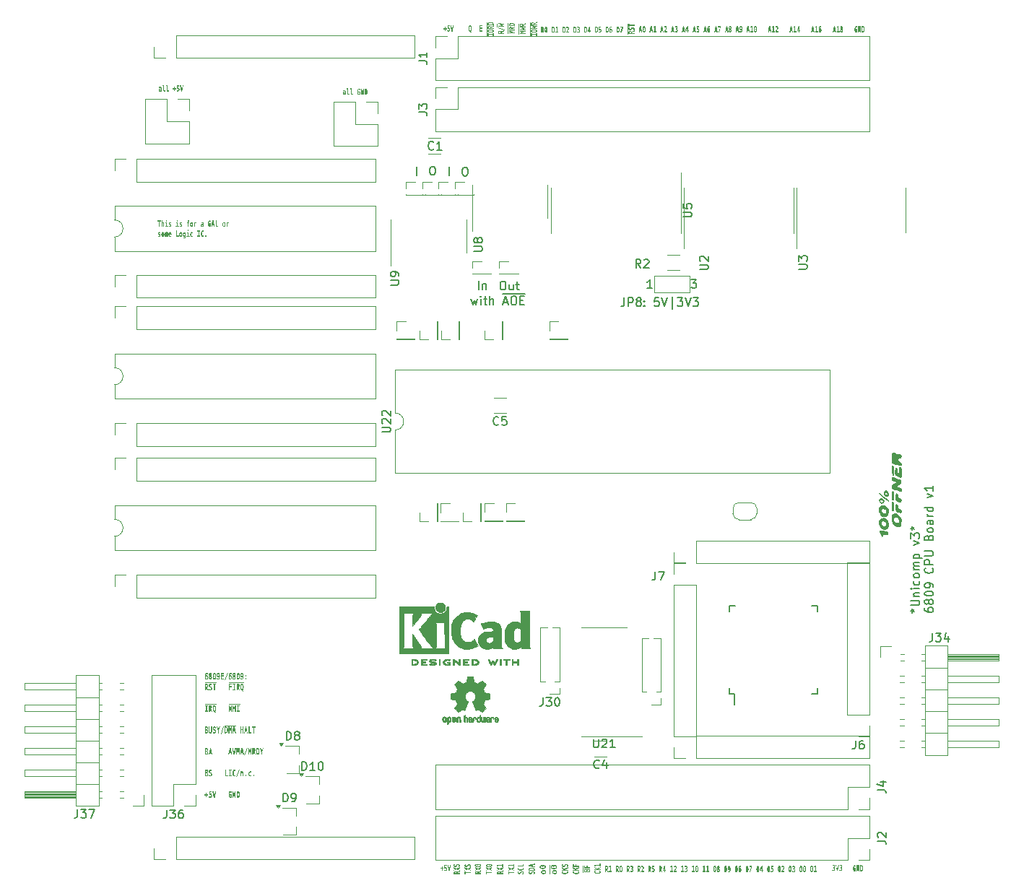
<source format=gbr>
%TF.GenerationSoftware,KiCad,Pcbnew,8.0.5-8.0.5-0~ubuntu22.04.1*%
%TF.CreationDate,2024-10-05T19:48:29+02:00*%
%TF.ProjectId,6809_CPU,36383039-5f43-4505-952e-6b696361645f,rev?*%
%TF.SameCoordinates,Original*%
%TF.FileFunction,Legend,Top*%
%TF.FilePolarity,Positive*%
%FSLAX46Y46*%
G04 Gerber Fmt 4.6, Leading zero omitted, Abs format (unit mm)*
G04 Created by KiCad (PCBNEW 8.0.5-8.0.5-0~ubuntu22.04.1) date 2024-10-05 19:48:29*
%MOMM*%
%LPD*%
G01*
G04 APERTURE LIST*
%ADD10C,0.100000*%
%ADD11C,0.150000*%
%ADD12C,0.120000*%
%ADD13C,0.010000*%
%ADD14C,0.000000*%
G04 APERTURE END LIST*
D10*
G36*
X115270959Y-51239800D02*
G01*
X115169599Y-51239800D01*
X115138091Y-51053784D01*
X115002414Y-51053784D01*
X114971518Y-51239800D01*
X114870157Y-51239800D01*
X114926760Y-50944363D01*
X115022686Y-50944363D01*
X115118430Y-50944363D01*
X115070436Y-50648414D01*
X115022686Y-50944363D01*
X114926760Y-50944363D01*
X115008520Y-50517622D01*
X115132596Y-50517622D01*
X115270959Y-51239800D01*
G37*
G36*
X115515507Y-50822868D02*
G01*
X115522041Y-50830497D01*
X115533604Y-50861176D01*
X115534375Y-50873411D01*
X115527437Y-50906782D01*
X115522041Y-50915982D01*
X115500242Y-50932331D01*
X115491511Y-50933421D01*
X115467743Y-50923804D01*
X115461224Y-50916324D01*
X115449661Y-50885710D01*
X115448890Y-50873411D01*
X115455828Y-50839719D01*
X115461224Y-50830497D01*
X115482886Y-50814148D01*
X115491511Y-50813058D01*
X115515507Y-50822868D01*
G37*
G36*
X115517064Y-50508943D02*
G01*
X115544965Y-50517630D01*
X115569852Y-50532833D01*
X115591725Y-50554551D01*
X115610584Y-50582786D01*
X115618883Y-50599346D01*
X115631056Y-50630604D01*
X115641166Y-50666462D01*
X115649212Y-50706919D01*
X115654164Y-50742597D01*
X115657795Y-50781219D01*
X115660106Y-50822785D01*
X115661096Y-50867294D01*
X115661137Y-50878882D01*
X115660477Y-50924047D01*
X115658496Y-50966280D01*
X115655195Y-51005579D01*
X115650574Y-51041944D01*
X115644632Y-51075377D01*
X115635347Y-51113043D01*
X115624000Y-51146126D01*
X115618883Y-51158076D01*
X115601531Y-51189568D01*
X115581165Y-51214544D01*
X115557785Y-51233005D01*
X115531391Y-51244950D01*
X115507094Y-51249927D01*
X115491511Y-51250742D01*
X115466028Y-51248475D01*
X115438196Y-51239772D01*
X115413360Y-51224541D01*
X115391521Y-51202782D01*
X115372679Y-51174496D01*
X115364382Y-51157905D01*
X115352209Y-51126569D01*
X115342100Y-51090692D01*
X115334053Y-51050274D01*
X115329102Y-51014669D01*
X115325471Y-50976158D01*
X115323160Y-50934741D01*
X115322169Y-50890417D01*
X115322128Y-50878882D01*
X115424100Y-50878882D01*
X115424493Y-50918223D01*
X115425674Y-50954075D01*
X115428130Y-50992491D01*
X115432427Y-51030959D01*
X115439228Y-51066548D01*
X115440220Y-51070368D01*
X115452208Y-51102014D01*
X115471442Y-51124518D01*
X115491511Y-51130379D01*
X115515284Y-51121940D01*
X115533665Y-51096623D01*
X115542924Y-51070368D01*
X115550030Y-51035896D01*
X115554582Y-50998406D01*
X115557247Y-50960827D01*
X115558595Y-50925673D01*
X115559150Y-50887029D01*
X115559166Y-50878882D01*
X115558769Y-50839442D01*
X115557580Y-50803508D01*
X115555105Y-50765016D01*
X115550775Y-50726489D01*
X115543923Y-50690874D01*
X115542924Y-50687054D01*
X115530976Y-50655407D01*
X115511696Y-50632903D01*
X115491511Y-50627043D01*
X115466137Y-50636947D01*
X115448225Y-50663671D01*
X115440220Y-50687054D01*
X115433167Y-50721547D01*
X115428649Y-50759091D01*
X115426004Y-50796742D01*
X115424666Y-50831975D01*
X115424115Y-50870713D01*
X115424100Y-50878882D01*
X115322128Y-50878882D01*
X115322788Y-50833754D01*
X115324769Y-50791548D01*
X115328070Y-50752265D01*
X115332692Y-50715905D01*
X115338634Y-50682467D01*
X115347918Y-50644779D01*
X115359265Y-50611658D01*
X115364382Y-50599688D01*
X115381726Y-50568080D01*
X115402066Y-50543011D01*
X115425403Y-50524482D01*
X115451737Y-50512493D01*
X115475971Y-50507498D01*
X115491511Y-50506680D01*
X115517064Y-50508943D01*
G37*
G36*
X116534183Y-51239800D02*
G01*
X116432823Y-51239800D01*
X116401315Y-51053784D01*
X116265638Y-51053784D01*
X116234742Y-51239800D01*
X116133381Y-51239800D01*
X116189984Y-50944363D01*
X116285910Y-50944363D01*
X116381654Y-50944363D01*
X116333660Y-50648414D01*
X116285910Y-50944363D01*
X116189984Y-50944363D01*
X116271744Y-50517622D01*
X116395820Y-50517622D01*
X116534183Y-51239800D01*
G37*
G36*
X116607700Y-51119437D02*
G01*
X116721029Y-51119437D01*
X116721029Y-50637985D01*
X116615516Y-50670811D01*
X116615516Y-50550448D01*
X116721640Y-50517622D01*
X116819581Y-50517622D01*
X116819581Y-51119437D01*
X116932910Y-51119437D01*
X116932910Y-51239800D01*
X116607700Y-51239800D01*
X116607700Y-51119437D01*
G37*
G36*
X117797407Y-51239800D02*
G01*
X117696047Y-51239800D01*
X117664539Y-51053784D01*
X117528862Y-51053784D01*
X117497966Y-51239800D01*
X117396605Y-51239800D01*
X117453208Y-50944363D01*
X117549134Y-50944363D01*
X117644878Y-50944363D01*
X117596884Y-50648414D01*
X117549134Y-50944363D01*
X117453208Y-50944363D01*
X117534968Y-50517622D01*
X117659044Y-50517622D01*
X117797407Y-51239800D01*
G37*
G36*
X117955432Y-51119437D02*
G01*
X118171465Y-51119437D01*
X118171465Y-51239800D01*
X117845767Y-51239800D01*
X117845767Y-51123198D01*
X117900722Y-51041816D01*
X117918409Y-51015581D01*
X117939884Y-50983654D01*
X117958951Y-50955215D01*
X117979399Y-50924574D01*
X117996084Y-50899383D01*
X118013121Y-50873275D01*
X118019546Y-50863153D01*
X118035559Y-50835936D01*
X118050092Y-50806636D01*
X118056671Y-50790148D01*
X118065533Y-50756505D01*
X118068028Y-50727060D01*
X118064602Y-50691777D01*
X118052134Y-50660040D01*
X118047268Y-50653201D01*
X118025760Y-50635320D01*
X117999802Y-50627682D01*
X117988283Y-50627043D01*
X117963275Y-50629726D01*
X117937752Y-50637024D01*
X117927345Y-50641063D01*
X117903742Y-50652196D01*
X117879446Y-50666319D01*
X117856758Y-50681753D01*
X117856758Y-50550448D01*
X117879577Y-50538093D01*
X117904320Y-50526817D01*
X117928688Y-50517964D01*
X117954728Y-50511088D01*
X117979910Y-50507385D01*
X117996221Y-50506680D01*
X118020823Y-50507995D01*
X118048094Y-50513044D01*
X118072910Y-50521880D01*
X118098757Y-50536974D01*
X118121262Y-50557222D01*
X118124204Y-50560536D01*
X118142334Y-50585896D01*
X118156011Y-50615004D01*
X118165235Y-50647858D01*
X118170006Y-50684460D01*
X118170733Y-50707057D01*
X118168792Y-50743442D01*
X118162972Y-50777799D01*
X118160596Y-50787242D01*
X118149962Y-50819047D01*
X118135889Y-50850859D01*
X118125792Y-50870504D01*
X118108206Y-50899209D01*
X118088502Y-50928918D01*
X118070699Y-50954988D01*
X118049790Y-50985098D01*
X118030826Y-51012095D01*
X118025774Y-51019248D01*
X118007298Y-51045489D01*
X117988301Y-51072513D01*
X117969629Y-51099134D01*
X117955432Y-51119437D01*
G37*
G36*
X119060631Y-51239800D02*
G01*
X118959271Y-51239800D01*
X118927763Y-51053784D01*
X118792086Y-51053784D01*
X118761190Y-51239800D01*
X118659829Y-51239800D01*
X118716432Y-50944363D01*
X118812358Y-50944363D01*
X118908102Y-50944363D01*
X118860108Y-50648414D01*
X118812358Y-50944363D01*
X118716432Y-50944363D01*
X118798192Y-50517622D01*
X118922268Y-50517622D01*
X119060631Y-51239800D01*
G37*
G36*
X119258102Y-50911537D02*
G01*
X119203880Y-50911537D01*
X119203880Y-50791174D01*
X119258102Y-50791174D01*
X119284091Y-50788241D01*
X119308334Y-50777404D01*
X119316720Y-50770316D01*
X119332919Y-50743329D01*
X119337481Y-50711502D01*
X119332290Y-50676069D01*
X119316720Y-50649440D01*
X119293500Y-50633364D01*
X119267299Y-50627393D01*
X119258102Y-50627043D01*
X119232089Y-50629203D01*
X119206511Y-50635076D01*
X119196308Y-50638327D01*
X119171235Y-50648104D01*
X119147648Y-50659601D01*
X119127920Y-50670811D01*
X119127920Y-50539506D01*
X119152138Y-50529464D01*
X119176097Y-50521199D01*
X119197652Y-50515229D01*
X119223011Y-50510019D01*
X119247614Y-50507214D01*
X119263597Y-50506680D01*
X119288064Y-50507882D01*
X119315117Y-50512498D01*
X119339655Y-50520577D01*
X119365103Y-50534377D01*
X119387126Y-50552890D01*
X119389993Y-50555920D01*
X119409815Y-50582794D01*
X119423973Y-50614349D01*
X119432468Y-50650583D01*
X119435256Y-50686128D01*
X119435300Y-50691499D01*
X119432748Y-50728888D01*
X119425091Y-50761770D01*
X119410774Y-50792733D01*
X119409166Y-50795278D01*
X119390714Y-50817774D01*
X119367874Y-50834828D01*
X119343565Y-50845522D01*
X119334672Y-50848107D01*
X119360516Y-50857019D01*
X119383093Y-50870248D01*
X119404588Y-50890290D01*
X119418447Y-50909656D01*
X119432438Y-50939061D01*
X119441850Y-50973225D01*
X119446372Y-51007590D01*
X119447390Y-51035832D01*
X119445711Y-51073385D01*
X119440675Y-51107439D01*
X119430556Y-51142748D01*
X119415868Y-51173296D01*
X119399640Y-51195689D01*
X119376681Y-51217140D01*
X119353709Y-51231333D01*
X119327697Y-51241656D01*
X119298646Y-51248107D01*
X119272114Y-51250527D01*
X119260910Y-51250742D01*
X119234356Y-51249731D01*
X119208090Y-51246701D01*
X119184462Y-51242193D01*
X119158993Y-51235545D01*
X119134303Y-51227118D01*
X119112533Y-51217915D01*
X119112533Y-51086610D01*
X119135304Y-51100111D01*
X119159287Y-51111228D01*
X119182142Y-51119266D01*
X119208365Y-51125593D01*
X119232980Y-51129066D01*
X119258334Y-51130368D01*
X119260910Y-51130379D01*
X119287184Y-51127167D01*
X119311238Y-51116335D01*
X119326123Y-51103194D01*
X119342569Y-51075626D01*
X119349805Y-51040793D01*
X119350181Y-51029506D01*
X119347338Y-50993748D01*
X119337753Y-50961651D01*
X119326123Y-50942312D01*
X119305281Y-50923558D01*
X119281257Y-50913971D01*
X119258102Y-50911537D01*
G37*
G36*
X120323855Y-51239800D02*
G01*
X120222495Y-51239800D01*
X120190987Y-51053784D01*
X120055310Y-51053784D01*
X120024414Y-51239800D01*
X119923053Y-51239800D01*
X119979656Y-50944363D01*
X120075582Y-50944363D01*
X120171326Y-50944363D01*
X120123332Y-50648414D01*
X120075582Y-50944363D01*
X119979656Y-50944363D01*
X120061416Y-50517622D01*
X120185492Y-50517622D01*
X120323855Y-51239800D01*
G37*
G36*
X120668360Y-50966248D02*
G01*
X120724658Y-50966248D01*
X120724658Y-51086610D01*
X120668360Y-51086610D01*
X120668360Y-51239800D01*
X120571151Y-51239800D01*
X120571151Y-51086610D01*
X120367819Y-51086610D01*
X120367819Y-50966248D01*
X120441703Y-50966248D01*
X120571151Y-50966248D01*
X120571151Y-50677992D01*
X120441703Y-50966248D01*
X120367819Y-50966248D01*
X120367819Y-50947612D01*
X120562236Y-50517622D01*
X120668360Y-50517622D01*
X120668360Y-50966248D01*
G37*
G36*
X121587079Y-51239800D02*
G01*
X121485719Y-51239800D01*
X121454211Y-51053784D01*
X121318534Y-51053784D01*
X121287638Y-51239800D01*
X121186277Y-51239800D01*
X121242880Y-50944363D01*
X121338806Y-50944363D01*
X121434550Y-50944363D01*
X121386556Y-50648414D01*
X121338806Y-50944363D01*
X121242880Y-50944363D01*
X121324640Y-50517622D01*
X121448716Y-50517622D01*
X121587079Y-51239800D01*
G37*
G36*
X121662306Y-50517622D02*
G01*
X121940865Y-50517622D01*
X121940865Y-50637985D01*
X121744372Y-50637985D01*
X121744372Y-50782455D01*
X121768132Y-50773149D01*
X121770750Y-50772539D01*
X121795785Y-50769369D01*
X121800670Y-50769290D01*
X121828274Y-50771634D01*
X121853844Y-50778667D01*
X121877379Y-50790388D01*
X121898878Y-50806797D01*
X121918343Y-50827894D01*
X121924379Y-50835968D01*
X121940482Y-50862315D01*
X121953253Y-50891475D01*
X121962692Y-50923448D01*
X121968800Y-50958233D01*
X121971577Y-50995832D01*
X121971762Y-51008990D01*
X121969954Y-51049273D01*
X121964532Y-51086263D01*
X121955494Y-51119959D01*
X121942842Y-51150361D01*
X121926575Y-51177469D01*
X121920349Y-51185773D01*
X121899801Y-51207852D01*
X121876625Y-51225363D01*
X121850822Y-51238306D01*
X121822392Y-51246681D01*
X121796693Y-51250171D01*
X121780398Y-51250742D01*
X121755565Y-51249588D01*
X121730526Y-51246125D01*
X121713719Y-51242535D01*
X121688326Y-51235226D01*
X121664686Y-51226499D01*
X121645087Y-51217915D01*
X121645087Y-51086610D01*
X121668468Y-51102585D01*
X121692373Y-51114949D01*
X121703583Y-51119437D01*
X121728091Y-51126521D01*
X121752600Y-51129994D01*
X121763911Y-51130379D01*
X121789106Y-51128445D01*
X121813601Y-51121645D01*
X121838003Y-51106686D01*
X121845366Y-51099433D01*
X121862333Y-51072281D01*
X121871470Y-51037243D01*
X121873210Y-51009503D01*
X121869934Y-50974690D01*
X121858889Y-50942565D01*
X121845488Y-50922479D01*
X121824335Y-50903790D01*
X121798823Y-50892859D01*
X121771849Y-50889653D01*
X121746379Y-50891456D01*
X121720801Y-50896866D01*
X121717383Y-50897860D01*
X121693437Y-50906611D01*
X121669258Y-50918504D01*
X121662306Y-50922479D01*
X121662306Y-50517622D01*
G37*
G36*
X122850303Y-51239800D02*
G01*
X122748943Y-51239800D01*
X122717435Y-51053784D01*
X122581758Y-51053784D01*
X122550862Y-51239800D01*
X122449501Y-51239800D01*
X122506104Y-50944363D01*
X122602030Y-50944363D01*
X122697774Y-50944363D01*
X122649780Y-50648414D01*
X122602030Y-50944363D01*
X122506104Y-50944363D01*
X122587864Y-50517622D01*
X122711940Y-50517622D01*
X122850303Y-51239800D01*
G37*
G36*
X123136067Y-50508732D02*
G01*
X123161224Y-50514887D01*
X123185374Y-50524384D01*
X123209739Y-50537487D01*
X123213004Y-50539506D01*
X123213004Y-50670811D01*
X123191339Y-50650843D01*
X123168819Y-50634387D01*
X123160980Y-50629779D01*
X123136556Y-50619520D01*
X123113109Y-50616101D01*
X123087272Y-50619296D01*
X123062130Y-50630528D01*
X123041140Y-50649848D01*
X123029455Y-50667221D01*
X123015476Y-50699844D01*
X123006684Y-50735336D01*
X123001795Y-50771406D01*
X122999688Y-50806047D01*
X122999414Y-50818358D01*
X123016485Y-50793577D01*
X123037474Y-50775332D01*
X123040569Y-50773393D01*
X123064264Y-50763108D01*
X123089281Y-50758715D01*
X123099675Y-50758348D01*
X123124575Y-50760524D01*
X123150814Y-50768562D01*
X123174026Y-50782524D01*
X123194211Y-50802409D01*
X123206776Y-50820239D01*
X123221527Y-50849712D01*
X123232655Y-50884127D01*
X123239310Y-50917558D01*
X123243302Y-50954620D01*
X123244633Y-50995312D01*
X123243596Y-51032013D01*
X123240483Y-51066035D01*
X123234009Y-51103323D01*
X123224546Y-51136752D01*
X123212096Y-51166322D01*
X123202135Y-51183892D01*
X123181942Y-51209940D01*
X123158441Y-51229590D01*
X123131633Y-51242842D01*
X123106021Y-51249110D01*
X123082823Y-51250742D01*
X123054766Y-51248596D01*
X123029213Y-51242160D01*
X123001856Y-51228772D01*
X122978105Y-51209205D01*
X122957961Y-51183460D01*
X122946535Y-51162863D01*
X122934327Y-51132759D01*
X122924188Y-51097370D01*
X122916119Y-51056697D01*
X122911153Y-51020354D01*
X122909719Y-51004716D01*
X123012358Y-51004716D01*
X123013730Y-51039569D01*
X123019132Y-51075481D01*
X123029700Y-51106272D01*
X123047865Y-51130231D01*
X123072015Y-51140773D01*
X123080014Y-51141321D01*
X123104285Y-51135536D01*
X123124788Y-51116369D01*
X123130694Y-51106272D01*
X123141485Y-51075481D01*
X123147001Y-51039569D01*
X123148402Y-51004716D01*
X123147001Y-50969932D01*
X123141485Y-50934030D01*
X123130694Y-50903160D01*
X123112278Y-50878967D01*
X123088018Y-50868322D01*
X123080014Y-50867769D01*
X123055803Y-50873581D01*
X123035500Y-50892842D01*
X123029700Y-50902989D01*
X123018472Y-50936686D01*
X123013442Y-50973353D01*
X123012358Y-51004716D01*
X122909719Y-51004716D01*
X122907511Y-50980629D01*
X122905193Y-50937522D01*
X122904324Y-50902972D01*
X122904159Y-50878882D01*
X122904970Y-50833754D01*
X122907403Y-50791548D01*
X122911458Y-50752265D01*
X122917134Y-50715905D01*
X122924433Y-50682467D01*
X122935837Y-50644779D01*
X122949776Y-50611658D01*
X122956060Y-50599688D01*
X122973544Y-50572894D01*
X122993556Y-50550641D01*
X123016096Y-50532929D01*
X123041164Y-50519759D01*
X123068760Y-50511131D01*
X123098885Y-50507043D01*
X123111643Y-50506680D01*
X123136067Y-50508732D01*
G37*
G36*
X124113527Y-51239800D02*
G01*
X124012167Y-51239800D01*
X123980659Y-51053784D01*
X123844982Y-51053784D01*
X123814086Y-51239800D01*
X123712725Y-51239800D01*
X123769328Y-50944363D01*
X123865254Y-50944363D01*
X123960998Y-50944363D01*
X123913004Y-50648414D01*
X123865254Y-50944363D01*
X123769328Y-50944363D01*
X123851088Y-50517622D01*
X123975164Y-50517622D01*
X124113527Y-51239800D01*
G37*
G36*
X124168848Y-50517622D02*
G01*
X124493081Y-50517622D01*
X124493081Y-50618666D01*
X124319302Y-51239800D01*
X124215865Y-51239800D01*
X124382805Y-50637985D01*
X124168848Y-50637985D01*
X124168848Y-50517622D01*
G37*
G36*
X125376751Y-51239800D02*
G01*
X125275391Y-51239800D01*
X125243883Y-51053784D01*
X125108206Y-51053784D01*
X125077310Y-51239800D01*
X124975949Y-51239800D01*
X125032552Y-50944363D01*
X125128478Y-50944363D01*
X125224222Y-50944363D01*
X125176228Y-50648414D01*
X125128478Y-50944363D01*
X125032552Y-50944363D01*
X125114312Y-50517622D01*
X125238388Y-50517622D01*
X125376751Y-51239800D01*
G37*
G36*
X125623124Y-50508489D02*
G01*
X125650569Y-50515173D01*
X125675126Y-50526783D01*
X125696797Y-50543317D01*
X125710509Y-50558142D01*
X125728728Y-50586117D01*
X125741742Y-50618751D01*
X125749550Y-50656044D01*
X125752112Y-50692497D01*
X125752153Y-50697996D01*
X125750209Y-50732089D01*
X125743580Y-50765659D01*
X125732247Y-50795107D01*
X125714759Y-50821946D01*
X125694232Y-50841438D01*
X125674239Y-50853749D01*
X125699052Y-50868128D01*
X125720216Y-50888184D01*
X125737730Y-50913916D01*
X125740795Y-50919744D01*
X125753482Y-50951196D01*
X125761470Y-50986355D01*
X125764642Y-51021167D01*
X125764853Y-51033439D01*
X125763321Y-51070761D01*
X125758722Y-51104765D01*
X125749483Y-51140244D01*
X125736072Y-51171206D01*
X125721256Y-51194151D01*
X125700423Y-51216201D01*
X125676072Y-51232836D01*
X125652400Y-51242783D01*
X125626144Y-51248752D01*
X125597303Y-51250742D01*
X125568544Y-51248752D01*
X125542354Y-51242783D01*
X125518730Y-51232836D01*
X125494415Y-51216201D01*
X125473594Y-51194151D01*
X125456606Y-51167059D01*
X125443791Y-51135452D01*
X125435148Y-51099328D01*
X125431061Y-51064771D01*
X125429996Y-51033439D01*
X125430381Y-51026258D01*
X125521343Y-51026258D01*
X125524280Y-51062194D01*
X125534089Y-51094830D01*
X125542226Y-51109691D01*
X125563106Y-51131313D01*
X125586974Y-51140549D01*
X125597303Y-51141321D01*
X125622771Y-51136016D01*
X125645464Y-51118438D01*
X125652379Y-51109178D01*
X125666058Y-51079987D01*
X125672764Y-51044645D01*
X125673506Y-51026258D01*
X125670553Y-50990266D01*
X125660686Y-50957732D01*
X125652502Y-50942996D01*
X125631658Y-50921491D01*
X125607698Y-50912305D01*
X125597303Y-50911537D01*
X125571776Y-50916729D01*
X125549109Y-50933933D01*
X125542226Y-50942996D01*
X125528705Y-50971913D01*
X125522077Y-51007547D01*
X125521343Y-51026258D01*
X125430381Y-51026258D01*
X125431928Y-50997378D01*
X125438607Y-50960926D01*
X125450056Y-50928282D01*
X125454421Y-50919231D01*
X125471522Y-50892413D01*
X125492297Y-50871373D01*
X125516745Y-50856109D01*
X125522076Y-50853749D01*
X125499617Y-50840048D01*
X125479100Y-50820233D01*
X125462969Y-50795448D01*
X125450616Y-50763071D01*
X125444300Y-50728999D01*
X125443236Y-50708425D01*
X125532700Y-50708425D01*
X125536020Y-50742720D01*
X125547942Y-50773580D01*
X125550042Y-50776813D01*
X125570528Y-50795790D01*
X125595445Y-50802092D01*
X125597303Y-50802116D01*
X125622764Y-50796556D01*
X125643712Y-50778370D01*
X125644808Y-50776813D01*
X125657814Y-50747064D01*
X125662132Y-50711100D01*
X125662149Y-50708425D01*
X125658830Y-50674461D01*
X125646908Y-50644061D01*
X125644808Y-50640892D01*
X125624261Y-50622299D01*
X125599175Y-50616125D01*
X125597303Y-50616101D01*
X125572226Y-50621623D01*
X125551275Y-50639687D01*
X125550164Y-50641234D01*
X125537066Y-50670512D01*
X125532717Y-50705802D01*
X125532700Y-50708425D01*
X125443236Y-50708425D01*
X125442697Y-50697996D01*
X125444684Y-50661033D01*
X125450644Y-50627637D01*
X125462322Y-50593839D01*
X125479190Y-50564699D01*
X125484218Y-50558142D01*
X125506902Y-50535628D01*
X125529806Y-50521204D01*
X125555562Y-50511706D01*
X125579908Y-50507484D01*
X125597303Y-50506680D01*
X125623124Y-50508489D01*
G37*
G36*
X126639975Y-51239800D02*
G01*
X126538615Y-51239800D01*
X126507107Y-51053784D01*
X126371430Y-51053784D01*
X126340534Y-51239800D01*
X126239173Y-51239800D01*
X126295776Y-50944363D01*
X126391703Y-50944363D01*
X126487446Y-50944363D01*
X126439452Y-50648414D01*
X126391703Y-50944363D01*
X126295776Y-50944363D01*
X126377536Y-50517622D01*
X126501612Y-50517622D01*
X126639975Y-51239800D01*
G37*
G36*
X126876822Y-50508826D02*
G01*
X126902336Y-50515262D01*
X126929647Y-50528650D01*
X126953352Y-50548217D01*
X126973451Y-50573962D01*
X126984846Y-50594559D01*
X126997089Y-50624610D01*
X127007257Y-50659945D01*
X127015350Y-50700564D01*
X127020331Y-50736865D01*
X127023983Y-50776547D01*
X127026307Y-50819612D01*
X127027179Y-50854129D01*
X127027345Y-50878198D01*
X127026534Y-50923331D01*
X127024101Y-50965553D01*
X127020046Y-51004863D01*
X127014369Y-51041261D01*
X127007070Y-51074747D01*
X126995666Y-51112510D01*
X126981728Y-51145723D01*
X126975443Y-51157734D01*
X126957995Y-51184528D01*
X126938012Y-51206781D01*
X126915495Y-51224492D01*
X126890444Y-51237662D01*
X126862859Y-51246291D01*
X126832740Y-51250378D01*
X126819982Y-51250742D01*
X126795528Y-51248647D01*
X126770279Y-51242364D01*
X126746217Y-51232820D01*
X126721886Y-51219894D01*
X126718622Y-51217915D01*
X126718622Y-51086610D01*
X126740286Y-51106965D01*
X126762806Y-51123459D01*
X126770645Y-51127985D01*
X126795070Y-51137987D01*
X126818517Y-51141321D01*
X126844193Y-51138104D01*
X126869210Y-51126797D01*
X126890132Y-51107348D01*
X126901804Y-51089859D01*
X126915812Y-51056785D01*
X126924679Y-51020620D01*
X126929670Y-50983751D01*
X126931893Y-50948268D01*
X126932212Y-50935644D01*
X126915114Y-50961840D01*
X126894044Y-50981125D01*
X126890935Y-50983174D01*
X126867253Y-50994043D01*
X126842081Y-50998686D01*
X126831584Y-50999074D01*
X126806804Y-50996898D01*
X126780662Y-50988859D01*
X126757500Y-50974898D01*
X126737318Y-50955013D01*
X126724728Y-50937183D01*
X126710024Y-50907560D01*
X126698932Y-50872995D01*
X126692299Y-50839436D01*
X126688319Y-50802246D01*
X126686992Y-50761425D01*
X126687392Y-50747235D01*
X126783224Y-50747235D01*
X126784953Y-50784097D01*
X126790850Y-50817973D01*
X126800931Y-50844859D01*
X126819347Y-50868000D01*
X126843607Y-50878182D01*
X126851612Y-50878711D01*
X126877221Y-50872264D01*
X126898174Y-50851049D01*
X126901559Y-50845030D01*
X126912787Y-50812559D01*
X126917817Y-50777326D01*
X126918901Y-50747235D01*
X126917207Y-50710406D01*
X126911432Y-50676644D01*
X126901559Y-50649953D01*
X126883464Y-50626812D01*
X126859525Y-50616630D01*
X126851612Y-50616101D01*
X126827341Y-50621688D01*
X126805597Y-50642019D01*
X126800931Y-50649953D01*
X126789466Y-50682257D01*
X126784331Y-50717305D01*
X126783224Y-50747235D01*
X126687392Y-50747235D01*
X126688024Y-50724782D01*
X126691118Y-50690827D01*
X126697556Y-50653629D01*
X126706964Y-50620302D01*
X126721695Y-50586312D01*
X126729246Y-50573358D01*
X126749409Y-50547377D01*
X126772927Y-50527778D01*
X126799799Y-50514559D01*
X126825502Y-50508308D01*
X126848803Y-50506680D01*
X126876822Y-50508826D01*
G37*
G36*
X127903199Y-51239800D02*
G01*
X127801839Y-51239800D01*
X127770331Y-51053784D01*
X127634654Y-51053784D01*
X127603758Y-51239800D01*
X127502397Y-51239800D01*
X127559000Y-50944363D01*
X127654927Y-50944363D01*
X127750670Y-50944363D01*
X127702676Y-50648414D01*
X127654927Y-50944363D01*
X127559000Y-50944363D01*
X127640760Y-50517622D01*
X127764836Y-50517622D01*
X127903199Y-51239800D01*
G37*
G36*
X127976716Y-51119437D02*
G01*
X128090045Y-51119437D01*
X128090045Y-50637985D01*
X127984532Y-50670811D01*
X127984532Y-50550448D01*
X128090656Y-50517622D01*
X128188597Y-50517622D01*
X128188597Y-51119437D01*
X128301926Y-51119437D01*
X128301926Y-51239800D01*
X127976716Y-51239800D01*
X127976716Y-51119437D01*
G37*
G36*
X128568822Y-50822868D02*
G01*
X128575356Y-50830497D01*
X128586919Y-50861176D01*
X128587690Y-50873411D01*
X128580752Y-50906782D01*
X128575356Y-50915982D01*
X128553557Y-50932331D01*
X128544825Y-50933421D01*
X128521057Y-50923804D01*
X128514539Y-50916324D01*
X128502976Y-50885710D01*
X128502205Y-50873411D01*
X128509143Y-50839719D01*
X128514539Y-50830497D01*
X128536200Y-50814148D01*
X128544825Y-50813058D01*
X128568822Y-50822868D01*
G37*
G36*
X128570378Y-50508943D02*
G01*
X128598279Y-50517630D01*
X128623166Y-50532833D01*
X128645039Y-50554551D01*
X128663899Y-50582786D01*
X128672198Y-50599346D01*
X128684371Y-50630604D01*
X128694480Y-50666462D01*
X128702527Y-50706919D01*
X128707478Y-50742597D01*
X128711110Y-50781219D01*
X128713420Y-50822785D01*
X128714411Y-50867294D01*
X128714452Y-50878882D01*
X128713792Y-50924047D01*
X128711811Y-50966280D01*
X128708510Y-51005579D01*
X128703888Y-51041944D01*
X128697947Y-51075377D01*
X128688662Y-51113043D01*
X128677315Y-51146126D01*
X128672198Y-51158076D01*
X128654846Y-51189568D01*
X128634480Y-51214544D01*
X128611100Y-51233005D01*
X128584706Y-51244950D01*
X128560408Y-51249927D01*
X128544825Y-51250742D01*
X128519343Y-51248475D01*
X128491510Y-51239772D01*
X128466675Y-51224541D01*
X128444836Y-51202782D01*
X128425994Y-51174496D01*
X128417697Y-51157905D01*
X128405524Y-51126569D01*
X128395415Y-51090692D01*
X128387368Y-51050274D01*
X128382416Y-51014669D01*
X128378785Y-50976158D01*
X128376474Y-50934741D01*
X128375484Y-50890417D01*
X128375443Y-50878882D01*
X128477414Y-50878882D01*
X128477808Y-50918223D01*
X128478989Y-50954075D01*
X128481444Y-50992491D01*
X128485742Y-51030959D01*
X128492543Y-51066548D01*
X128493534Y-51070368D01*
X128505522Y-51102014D01*
X128524756Y-51124518D01*
X128544825Y-51130379D01*
X128568599Y-51121940D01*
X128586980Y-51096623D01*
X128596238Y-51070368D01*
X128603344Y-51035896D01*
X128607897Y-50998406D01*
X128610561Y-50960827D01*
X128611910Y-50925673D01*
X128612465Y-50887029D01*
X128612481Y-50878882D01*
X128612084Y-50839442D01*
X128610894Y-50803508D01*
X128608420Y-50765016D01*
X128604090Y-50726489D01*
X128597238Y-50690874D01*
X128596238Y-50687054D01*
X128584291Y-50655407D01*
X128565011Y-50632903D01*
X128544825Y-50627043D01*
X128519452Y-50636947D01*
X128501540Y-50663671D01*
X128493534Y-50687054D01*
X128486482Y-50721547D01*
X128481964Y-50759091D01*
X128479319Y-50796742D01*
X128477981Y-50831975D01*
X128477430Y-50870713D01*
X128477414Y-50878882D01*
X128375443Y-50878882D01*
X128376103Y-50833754D01*
X128378084Y-50791548D01*
X128381385Y-50752265D01*
X128386006Y-50715905D01*
X128391948Y-50682467D01*
X128401233Y-50644779D01*
X128412580Y-50611658D01*
X128417697Y-50599688D01*
X128435041Y-50568080D01*
X128455381Y-50543011D01*
X128478718Y-50524482D01*
X128505052Y-50512493D01*
X128529286Y-50507498D01*
X128544825Y-50506680D01*
X128570378Y-50508943D01*
G37*
G36*
X130429647Y-51239800D02*
G01*
X130328287Y-51239800D01*
X130296779Y-51053784D01*
X130161102Y-51053784D01*
X130130206Y-51239800D01*
X130028845Y-51239800D01*
X130085448Y-50944363D01*
X130181375Y-50944363D01*
X130277118Y-50944363D01*
X130229124Y-50648414D01*
X130181375Y-50944363D01*
X130085448Y-50944363D01*
X130167208Y-50517622D01*
X130291284Y-50517622D01*
X130429647Y-51239800D01*
G37*
G36*
X130503164Y-51119437D02*
G01*
X130616493Y-51119437D01*
X130616493Y-50637985D01*
X130510980Y-50670811D01*
X130510980Y-50550448D01*
X130617104Y-50517622D01*
X130715045Y-50517622D01*
X130715045Y-51119437D01*
X130828374Y-51119437D01*
X130828374Y-51239800D01*
X130503164Y-51239800D01*
X130503164Y-51119437D01*
G37*
G36*
X131008747Y-51119437D02*
G01*
X131224780Y-51119437D01*
X131224780Y-51239800D01*
X130899082Y-51239800D01*
X130899082Y-51123198D01*
X130954037Y-51041816D01*
X130971724Y-51015581D01*
X130993199Y-50983654D01*
X131012266Y-50955215D01*
X131032713Y-50924574D01*
X131049398Y-50899383D01*
X131066436Y-50873275D01*
X131072861Y-50863153D01*
X131088873Y-50835936D01*
X131103407Y-50806636D01*
X131109986Y-50790148D01*
X131118848Y-50756505D01*
X131121343Y-50727060D01*
X131117917Y-50691777D01*
X131105448Y-50660040D01*
X131100582Y-50653201D01*
X131079074Y-50635320D01*
X131053116Y-50627682D01*
X131041598Y-50627043D01*
X131016590Y-50629726D01*
X130991066Y-50637024D01*
X130980659Y-50641063D01*
X130957056Y-50652196D01*
X130932761Y-50666319D01*
X130910073Y-50681753D01*
X130910073Y-50550448D01*
X130932892Y-50538093D01*
X130957635Y-50526817D01*
X130982003Y-50517964D01*
X131008043Y-50511088D01*
X131033225Y-50507385D01*
X131049536Y-50506680D01*
X131074138Y-50507995D01*
X131101409Y-50513044D01*
X131126224Y-50521880D01*
X131152072Y-50536974D01*
X131174577Y-50557222D01*
X131177519Y-50560536D01*
X131195649Y-50585896D01*
X131209325Y-50615004D01*
X131218549Y-50647858D01*
X131223320Y-50684460D01*
X131224047Y-50707057D01*
X131222107Y-50743442D01*
X131216287Y-50777799D01*
X131213911Y-50787242D01*
X131203277Y-50819047D01*
X131189204Y-50850859D01*
X131179107Y-50870504D01*
X131161521Y-50899209D01*
X131141816Y-50928918D01*
X131124014Y-50954988D01*
X131103105Y-50985098D01*
X131084141Y-51012095D01*
X131079089Y-51019248D01*
X131060613Y-51045489D01*
X131041615Y-51072513D01*
X131022944Y-51099134D01*
X131008747Y-51119437D01*
G37*
G36*
X132956095Y-51239800D02*
G01*
X132854735Y-51239800D01*
X132823227Y-51053784D01*
X132687550Y-51053784D01*
X132656654Y-51239800D01*
X132555293Y-51239800D01*
X132611896Y-50944363D01*
X132707823Y-50944363D01*
X132803566Y-50944363D01*
X132755572Y-50648414D01*
X132707823Y-50944363D01*
X132611896Y-50944363D01*
X132693656Y-50517622D01*
X132817732Y-50517622D01*
X132956095Y-51239800D01*
G37*
G36*
X133029612Y-51119437D02*
G01*
X133142941Y-51119437D01*
X133142941Y-50637985D01*
X133037428Y-50670811D01*
X133037428Y-50550448D01*
X133143552Y-50517622D01*
X133241493Y-50517622D01*
X133241493Y-51119437D01*
X133354822Y-51119437D01*
X133354822Y-51239800D01*
X133029612Y-51239800D01*
X133029612Y-51119437D01*
G37*
G36*
X133721675Y-50966248D02*
G01*
X133777973Y-50966248D01*
X133777973Y-51086610D01*
X133721675Y-51086610D01*
X133721675Y-51239800D01*
X133624466Y-51239800D01*
X133624466Y-51086610D01*
X133421134Y-51086610D01*
X133421134Y-50966248D01*
X133495017Y-50966248D01*
X133624466Y-50966248D01*
X133624466Y-50677992D01*
X133495017Y-50966248D01*
X133421134Y-50966248D01*
X133421134Y-50947612D01*
X133615551Y-50517622D01*
X133721675Y-50517622D01*
X133721675Y-50966248D01*
G37*
G36*
X135482543Y-51239800D02*
G01*
X135381183Y-51239800D01*
X135349675Y-51053784D01*
X135213998Y-51053784D01*
X135183102Y-51239800D01*
X135081741Y-51239800D01*
X135138344Y-50944363D01*
X135234271Y-50944363D01*
X135330014Y-50944363D01*
X135282020Y-50648414D01*
X135234271Y-50944363D01*
X135138344Y-50944363D01*
X135220104Y-50517622D01*
X135344180Y-50517622D01*
X135482543Y-51239800D01*
G37*
G36*
X135556060Y-51119437D02*
G01*
X135669389Y-51119437D01*
X135669389Y-50637985D01*
X135563876Y-50670811D01*
X135563876Y-50550448D01*
X135670000Y-50517622D01*
X135767941Y-50517622D01*
X135767941Y-51119437D01*
X135881270Y-51119437D01*
X135881270Y-51239800D01*
X135556060Y-51239800D01*
X135556060Y-51119437D01*
G37*
G36*
X136189382Y-50508732D02*
G01*
X136214539Y-50514887D01*
X136238689Y-50524384D01*
X136263054Y-50537487D01*
X136266319Y-50539506D01*
X136266319Y-50670811D01*
X136244654Y-50650843D01*
X136222134Y-50634387D01*
X136214295Y-50629779D01*
X136189871Y-50619520D01*
X136166423Y-50616101D01*
X136140587Y-50619296D01*
X136115444Y-50630528D01*
X136094455Y-50649848D01*
X136082770Y-50667221D01*
X136068791Y-50699844D01*
X136059998Y-50735336D01*
X136055110Y-50771406D01*
X136053003Y-50806047D01*
X136052728Y-50818358D01*
X136069800Y-50793577D01*
X136090789Y-50775332D01*
X136093883Y-50773393D01*
X136117579Y-50763108D01*
X136142595Y-50758715D01*
X136152990Y-50758348D01*
X136177890Y-50760524D01*
X136204129Y-50768562D01*
X136227341Y-50782524D01*
X136247526Y-50802409D01*
X136260090Y-50820239D01*
X136274842Y-50849712D01*
X136285970Y-50884127D01*
X136292624Y-50917558D01*
X136296617Y-50954620D01*
X136297948Y-50995312D01*
X136296911Y-51032013D01*
X136293798Y-51066035D01*
X136287324Y-51103323D01*
X136277861Y-51136752D01*
X136265410Y-51166322D01*
X136255450Y-51183892D01*
X136235257Y-51209940D01*
X136211756Y-51229590D01*
X136184947Y-51242842D01*
X136159336Y-51249110D01*
X136136137Y-51250742D01*
X136108080Y-51248596D01*
X136082528Y-51242160D01*
X136055171Y-51228772D01*
X136031420Y-51209205D01*
X136011276Y-51183460D01*
X135999850Y-51162863D01*
X135987642Y-51132759D01*
X135977503Y-51097370D01*
X135969433Y-51056697D01*
X135964467Y-51020354D01*
X135963034Y-51004716D01*
X136065673Y-51004716D01*
X136067045Y-51039569D01*
X136072447Y-51075481D01*
X136083014Y-51106272D01*
X136101180Y-51130231D01*
X136125330Y-51140773D01*
X136133328Y-51141321D01*
X136157599Y-51135536D01*
X136178103Y-51116369D01*
X136184009Y-51106272D01*
X136194799Y-51075481D01*
X136200316Y-51039569D01*
X136201716Y-51004716D01*
X136200316Y-50969932D01*
X136194799Y-50934030D01*
X136184009Y-50903160D01*
X136165593Y-50878967D01*
X136141333Y-50868322D01*
X136133328Y-50867769D01*
X136109118Y-50873581D01*
X136088815Y-50892842D01*
X136083014Y-50902989D01*
X136071787Y-50936686D01*
X136066757Y-50973353D01*
X136065673Y-51004716D01*
X135963034Y-51004716D01*
X135960826Y-50980629D01*
X135958508Y-50937522D01*
X135957639Y-50902972D01*
X135957474Y-50878882D01*
X135958285Y-50833754D01*
X135960717Y-50791548D01*
X135964772Y-50752265D01*
X135970449Y-50715905D01*
X135977748Y-50682467D01*
X135989152Y-50644779D01*
X136003090Y-50611658D01*
X136009375Y-50599688D01*
X136026859Y-50572894D01*
X136046870Y-50550641D01*
X136069410Y-50532929D01*
X136094479Y-50519759D01*
X136122075Y-50511131D01*
X136152200Y-50507043D01*
X136164958Y-50506680D01*
X136189382Y-50508732D01*
G37*
G36*
X138008991Y-51239800D02*
G01*
X137907631Y-51239800D01*
X137876123Y-51053784D01*
X137740446Y-51053784D01*
X137709550Y-51239800D01*
X137608189Y-51239800D01*
X137664792Y-50944363D01*
X137760719Y-50944363D01*
X137856462Y-50944363D01*
X137808468Y-50648414D01*
X137760719Y-50944363D01*
X137664792Y-50944363D01*
X137746552Y-50517622D01*
X137870628Y-50517622D01*
X138008991Y-51239800D01*
G37*
G36*
X138082509Y-51119437D02*
G01*
X138195837Y-51119437D01*
X138195837Y-50637985D01*
X138090324Y-50670811D01*
X138090324Y-50550448D01*
X138196448Y-50517622D01*
X138294389Y-50517622D01*
X138294389Y-51119437D01*
X138407718Y-51119437D01*
X138407718Y-51239800D01*
X138082509Y-51239800D01*
X138082509Y-51119437D01*
G37*
G36*
X138676439Y-50508489D02*
G01*
X138703883Y-50515173D01*
X138728441Y-50526783D01*
X138750112Y-50543317D01*
X138763824Y-50558142D01*
X138782043Y-50586117D01*
X138795056Y-50618751D01*
X138802865Y-50656044D01*
X138805427Y-50692497D01*
X138805467Y-50697996D01*
X138803523Y-50732089D01*
X138796895Y-50765659D01*
X138785562Y-50795107D01*
X138768073Y-50821946D01*
X138747547Y-50841438D01*
X138727554Y-50853749D01*
X138752367Y-50868128D01*
X138773531Y-50888184D01*
X138791045Y-50913916D01*
X138794110Y-50919744D01*
X138806797Y-50951196D01*
X138814785Y-50986355D01*
X138817957Y-51021167D01*
X138818168Y-51033439D01*
X138816635Y-51070761D01*
X138812037Y-51104765D01*
X138802798Y-51140244D01*
X138789387Y-51171206D01*
X138774571Y-51194151D01*
X138753738Y-51216201D01*
X138729387Y-51232836D01*
X138705715Y-51242783D01*
X138679459Y-51248752D01*
X138650617Y-51250742D01*
X138621859Y-51248752D01*
X138595668Y-51242783D01*
X138572045Y-51232836D01*
X138547729Y-51216201D01*
X138526908Y-51194151D01*
X138509921Y-51167059D01*
X138497105Y-51135452D01*
X138488463Y-51099328D01*
X138484375Y-51064771D01*
X138483311Y-51033439D01*
X138483696Y-51026258D01*
X138574658Y-51026258D01*
X138577594Y-51062194D01*
X138587404Y-51094830D01*
X138595541Y-51109691D01*
X138616421Y-51131313D01*
X138640289Y-51140549D01*
X138650617Y-51141321D01*
X138676085Y-51136016D01*
X138698779Y-51118438D01*
X138705694Y-51109178D01*
X138719373Y-51079987D01*
X138726078Y-51044645D01*
X138726821Y-51026258D01*
X138723867Y-50990266D01*
X138714001Y-50957732D01*
X138705816Y-50942996D01*
X138684973Y-50921491D01*
X138661013Y-50912305D01*
X138650617Y-50911537D01*
X138625091Y-50916729D01*
X138602424Y-50933933D01*
X138595541Y-50942996D01*
X138582020Y-50971913D01*
X138575392Y-51007547D01*
X138574658Y-51026258D01*
X138483696Y-51026258D01*
X138485243Y-50997378D01*
X138491922Y-50960926D01*
X138503370Y-50928282D01*
X138507735Y-50919231D01*
X138524837Y-50892413D01*
X138545612Y-50871373D01*
X138570060Y-50856109D01*
X138575391Y-50853749D01*
X138552932Y-50840048D01*
X138532414Y-50820233D01*
X138516284Y-50795448D01*
X138503930Y-50763071D01*
X138497615Y-50728999D01*
X138496551Y-50708425D01*
X138586015Y-50708425D01*
X138589334Y-50742720D01*
X138601256Y-50773580D01*
X138603356Y-50776813D01*
X138623842Y-50795790D01*
X138648760Y-50802092D01*
X138650617Y-50802116D01*
X138676079Y-50796556D01*
X138697026Y-50778370D01*
X138698123Y-50776813D01*
X138711129Y-50747064D01*
X138715447Y-50711100D01*
X138715464Y-50708425D01*
X138712145Y-50674461D01*
X138700223Y-50644061D01*
X138698123Y-50640892D01*
X138677576Y-50622299D01*
X138652490Y-50616125D01*
X138650617Y-50616101D01*
X138625541Y-50621623D01*
X138604589Y-50639687D01*
X138603478Y-50641234D01*
X138590381Y-50670512D01*
X138586032Y-50705802D01*
X138586015Y-50708425D01*
X138496551Y-50708425D01*
X138496012Y-50697996D01*
X138497999Y-50661033D01*
X138503959Y-50627637D01*
X138515637Y-50593839D01*
X138532505Y-50564699D01*
X138537533Y-50558142D01*
X138560217Y-50535628D01*
X138583121Y-50521204D01*
X138608877Y-50511706D01*
X138633223Y-50507484D01*
X138650617Y-50506680D01*
X138676439Y-50508489D01*
G37*
G36*
X140422843Y-51114137D02*
G01*
X140422843Y-50977190D01*
X140353356Y-50977190D01*
X140353356Y-50856827D01*
X140511381Y-50856827D01*
X140511381Y-51183550D01*
X140490594Y-51204454D01*
X140468363Y-51221560D01*
X140446901Y-51233816D01*
X140422130Y-51243452D01*
X140396175Y-51249089D01*
X140371552Y-51250742D01*
X140341553Y-51248379D01*
X140313759Y-51241291D01*
X140288172Y-51229479D01*
X140264792Y-51212941D01*
X140243617Y-51191678D01*
X140224649Y-51165691D01*
X140217679Y-51153973D01*
X140202059Y-51121741D01*
X140189086Y-51085528D01*
X140178760Y-51045332D01*
X140172406Y-51010309D01*
X140167747Y-50972737D01*
X140164781Y-50932616D01*
X140163511Y-50889947D01*
X140163458Y-50878882D01*
X140164312Y-50834953D01*
X140166877Y-50793696D01*
X140171151Y-50755110D01*
X140177135Y-50719196D01*
X140184829Y-50685953D01*
X140196850Y-50648156D01*
X140211543Y-50614533D01*
X140218168Y-50602252D01*
X140236490Y-50574719D01*
X140257185Y-50551853D01*
X140280253Y-50533653D01*
X140305695Y-50520120D01*
X140333509Y-50511253D01*
X140363698Y-50507053D01*
X140376437Y-50506680D01*
X140401360Y-50508542D01*
X140425919Y-50514129D01*
X140437132Y-50517964D01*
X140460817Y-50528769D01*
X140483252Y-50542847D01*
X140493185Y-50550448D01*
X140493185Y-50703638D01*
X140476338Y-50677712D01*
X140456033Y-50655648D01*
X140444215Y-50646363D01*
X140420903Y-50633854D01*
X140395818Y-50627722D01*
X140383642Y-50627043D01*
X140356638Y-50630954D01*
X140333267Y-50642687D01*
X140311318Y-50665236D01*
X140297425Y-50689618D01*
X140284976Y-50724849D01*
X140277001Y-50762284D01*
X140272333Y-50799282D01*
X140269971Y-50833575D01*
X140268998Y-50871016D01*
X140268970Y-50878882D01*
X140269641Y-50915914D01*
X140271654Y-50950075D01*
X140275840Y-50987277D01*
X140283165Y-51025453D01*
X140293120Y-51058000D01*
X140296448Y-51066265D01*
X140311751Y-51094315D01*
X140332708Y-51116291D01*
X140357625Y-51128125D01*
X140376437Y-51130379D01*
X140400947Y-51127368D01*
X140403915Y-51126446D01*
X140422843Y-51114137D01*
G37*
G36*
X140585265Y-50517622D02*
G01*
X140694075Y-50517622D01*
X140836957Y-51042500D01*
X140836957Y-50517622D01*
X140926350Y-50517622D01*
X140926350Y-51239800D01*
X140818151Y-51239800D01*
X140674536Y-50714922D01*
X140674536Y-51239800D01*
X140585265Y-51239800D01*
X140585265Y-50517622D01*
G37*
G36*
X141151328Y-50518942D02*
G01*
X141179447Y-50522901D01*
X141205367Y-50529499D01*
X141229089Y-50538737D01*
X141255651Y-50553996D01*
X141278777Y-50573379D01*
X141298469Y-50596885D01*
X141301996Y-50602081D01*
X141317933Y-50631043D01*
X141331169Y-50665247D01*
X141341704Y-50704693D01*
X141348186Y-50740025D01*
X141352941Y-50778713D01*
X141355966Y-50820755D01*
X141357263Y-50866153D01*
X141357317Y-50878027D01*
X141356830Y-50913086D01*
X141354669Y-50956905D01*
X141350780Y-50997380D01*
X141345161Y-51034510D01*
X141337814Y-51068295D01*
X141326199Y-51105823D01*
X141311882Y-51138125D01*
X141301996Y-51154998D01*
X141282990Y-51179428D01*
X141260551Y-51199718D01*
X141234676Y-51215866D01*
X141205367Y-51227874D01*
X141179447Y-51234499D01*
X141151328Y-51238474D01*
X141121012Y-51239800D01*
X141012446Y-51239800D01*
X141012446Y-51119437D01*
X141113806Y-51119437D01*
X141141284Y-51119437D01*
X141165816Y-51116810D01*
X141189816Y-51107378D01*
X141211672Y-51088566D01*
X141226525Y-51064555D01*
X141237638Y-51032317D01*
X141244757Y-50996237D01*
X141248924Y-50959463D01*
X141251033Y-50924696D01*
X141251901Y-50886180D01*
X141251926Y-50878027D01*
X141251306Y-50839016D01*
X141249445Y-50803729D01*
X141245575Y-50766298D01*
X141238803Y-50729406D01*
X141228087Y-50696179D01*
X141226525Y-50692696D01*
X141209512Y-50666249D01*
X141187052Y-50648457D01*
X141162513Y-50639909D01*
X141141284Y-50637985D01*
X141113806Y-50637985D01*
X141113806Y-51119437D01*
X141012446Y-51119437D01*
X141012446Y-50517622D01*
X141121012Y-50517622D01*
X141151328Y-50518942D01*
G37*
G36*
X95179400Y-149739161D02*
G01*
X95179400Y-149840521D01*
X94577585Y-149840521D01*
X94577585Y-149970703D01*
X94457222Y-149970703D01*
X94457222Y-149608979D01*
X94577585Y-149608979D01*
X94577585Y-149739161D01*
X95179400Y-149739161D01*
G37*
G36*
X95179400Y-149166289D02*
G01*
X95179400Y-149271069D01*
X94940383Y-149368888D01*
X95179400Y-149466463D01*
X95179400Y-149571244D01*
X94812669Y-149420790D01*
X94457222Y-149567091D01*
X94457222Y-149462311D01*
X94687006Y-149368888D01*
X94457222Y-149275221D01*
X94457222Y-149170441D01*
X94812669Y-149316010D01*
X95179400Y-149166289D01*
G37*
G36*
X94862934Y-148984328D02*
G01*
X94850065Y-149007049D01*
X94834357Y-149031126D01*
X94815666Y-149054820D01*
X94793825Y-149076104D01*
X94777107Y-149088009D01*
X94745875Y-149102306D01*
X94712598Y-149110646D01*
X94674426Y-149114696D01*
X94655889Y-149115120D01*
X94620689Y-149113553D01*
X94583344Y-149107764D01*
X94550008Y-149097708D01*
X94520681Y-149083387D01*
X94502187Y-149070546D01*
X94480403Y-149049396D01*
X94463970Y-149025055D01*
X94454142Y-149001652D01*
X94448246Y-148975905D01*
X94446280Y-148947814D01*
X94447843Y-148921269D01*
X94452021Y-148896967D01*
X94457393Y-148877105D01*
X94466189Y-148852844D01*
X94477530Y-148828756D01*
X94490048Y-148807008D01*
X94632296Y-148807008D01*
X94612016Y-148829555D01*
X94595373Y-148852361D01*
X94583398Y-148873320D01*
X94573188Y-148898421D01*
X94567690Y-148923351D01*
X94566643Y-148939876D01*
X94569528Y-148965040D01*
X94580187Y-148988322D01*
X94587159Y-148996296D01*
X94613976Y-149011542D01*
X94645973Y-149015835D01*
X94680376Y-149009735D01*
X94694871Y-149001669D01*
X94715216Y-148979626D01*
X94730394Y-148955475D01*
X94737613Y-148942074D01*
X94760523Y-148898355D01*
X94775343Y-148872880D01*
X94792126Y-148850526D01*
X94813711Y-148828800D01*
X94837860Y-148811150D01*
X94844298Y-148807374D01*
X94875698Y-148793265D01*
X94911425Y-148783774D01*
X94946816Y-148779213D01*
X94975603Y-148778187D01*
X95014200Y-148779801D01*
X95048949Y-148784644D01*
X95084629Y-148794375D01*
X95115072Y-148808500D01*
X95136999Y-148824105D01*
X95157784Y-148846384D01*
X95171536Y-148869053D01*
X95181538Y-148895019D01*
X95187008Y-148919176D01*
X95189873Y-148945623D01*
X95190342Y-148962590D01*
X95188705Y-148988814D01*
X95183796Y-149015096D01*
X95176493Y-149039038D01*
X95166552Y-149062742D01*
X95154040Y-149085922D01*
X95138956Y-149108576D01*
X95135631Y-149113044D01*
X94993384Y-149113044D01*
X95013646Y-149090450D01*
X95030770Y-149068282D01*
X95046118Y-149044148D01*
X95051172Y-149034642D01*
X95061090Y-149010988D01*
X95067756Y-148985162D01*
X95069979Y-148959537D01*
X95066709Y-148933806D01*
X95054629Y-148909820D01*
X95046727Y-148901530D01*
X95018816Y-148886051D01*
X94984187Y-148880911D01*
X94981587Y-148880891D01*
X94947003Y-148885756D01*
X94926535Y-148894691D01*
X94902991Y-148914019D01*
X94889092Y-148934503D01*
X94862934Y-148984328D01*
G37*
D11*
X88810579Y-67998414D02*
X88810579Y-66998414D01*
D10*
G36*
X103563899Y-50569742D02*
G01*
X103592017Y-50573701D01*
X103617938Y-50580299D01*
X103641660Y-50589537D01*
X103668221Y-50604796D01*
X103691348Y-50624179D01*
X103711040Y-50647685D01*
X103714566Y-50652881D01*
X103730503Y-50681843D01*
X103743739Y-50716047D01*
X103754274Y-50755493D01*
X103760757Y-50790825D01*
X103765511Y-50829513D01*
X103768537Y-50871555D01*
X103769833Y-50916953D01*
X103769887Y-50928827D01*
X103769401Y-50963886D01*
X103767240Y-51007705D01*
X103763350Y-51048180D01*
X103757732Y-51085310D01*
X103750384Y-51119095D01*
X103738769Y-51156623D01*
X103724453Y-51188925D01*
X103714566Y-51205798D01*
X103695561Y-51230228D01*
X103673121Y-51250518D01*
X103647247Y-51266666D01*
X103617938Y-51278674D01*
X103592017Y-51285299D01*
X103563899Y-51289274D01*
X103533582Y-51290600D01*
X103425016Y-51290600D01*
X103425016Y-51170237D01*
X103526377Y-51170237D01*
X103553854Y-51170237D01*
X103578386Y-51167610D01*
X103602387Y-51158178D01*
X103624242Y-51139366D01*
X103639095Y-51115355D01*
X103650208Y-51083117D01*
X103657327Y-51047037D01*
X103661495Y-51010263D01*
X103663603Y-50975496D01*
X103664472Y-50936980D01*
X103664496Y-50928827D01*
X103663876Y-50889816D01*
X103662016Y-50854529D01*
X103658146Y-50817098D01*
X103651374Y-50780206D01*
X103640658Y-50746979D01*
X103639095Y-50743496D01*
X103622083Y-50717049D01*
X103599622Y-50699257D01*
X103575083Y-50690709D01*
X103553854Y-50688785D01*
X103526377Y-50688785D01*
X103526377Y-51170237D01*
X103425016Y-51170237D01*
X103425016Y-50568422D01*
X103533582Y-50568422D01*
X103563899Y-50569742D01*
G37*
G36*
X104034707Y-50873668D02*
G01*
X104041241Y-50881297D01*
X104052804Y-50911976D01*
X104053575Y-50924211D01*
X104046637Y-50957582D01*
X104041241Y-50966782D01*
X104019442Y-50983131D01*
X104010711Y-50984221D01*
X103986943Y-50974604D01*
X103980424Y-50967124D01*
X103968861Y-50936510D01*
X103968090Y-50924211D01*
X103975028Y-50890519D01*
X103980424Y-50881297D01*
X104002086Y-50864948D01*
X104010711Y-50863858D01*
X104034707Y-50873668D01*
G37*
G36*
X104036264Y-50559743D02*
G01*
X104064165Y-50568430D01*
X104089052Y-50583633D01*
X104110925Y-50605351D01*
X104129784Y-50633586D01*
X104138083Y-50650146D01*
X104150256Y-50681404D01*
X104160366Y-50717262D01*
X104168412Y-50757719D01*
X104173364Y-50793397D01*
X104176995Y-50832019D01*
X104179306Y-50873585D01*
X104180296Y-50918094D01*
X104180337Y-50929682D01*
X104179677Y-50974847D01*
X104177696Y-51017080D01*
X104174395Y-51056379D01*
X104169774Y-51092744D01*
X104163832Y-51126177D01*
X104154547Y-51163843D01*
X104143200Y-51196926D01*
X104138083Y-51208876D01*
X104120731Y-51240368D01*
X104100365Y-51265344D01*
X104076985Y-51283805D01*
X104050591Y-51295750D01*
X104026294Y-51300727D01*
X104010711Y-51301542D01*
X103985228Y-51299275D01*
X103957396Y-51290572D01*
X103932560Y-51275341D01*
X103910721Y-51253582D01*
X103891879Y-51225296D01*
X103883582Y-51208705D01*
X103871409Y-51177369D01*
X103861300Y-51141492D01*
X103853253Y-51101074D01*
X103848302Y-51065469D01*
X103844671Y-51026958D01*
X103842360Y-50985541D01*
X103841369Y-50941217D01*
X103841328Y-50929682D01*
X103943300Y-50929682D01*
X103943693Y-50969023D01*
X103944874Y-51004875D01*
X103947330Y-51043291D01*
X103951627Y-51081759D01*
X103958428Y-51117348D01*
X103959420Y-51121168D01*
X103971408Y-51152814D01*
X103990642Y-51175318D01*
X104010711Y-51181179D01*
X104034484Y-51172740D01*
X104052865Y-51147423D01*
X104062124Y-51121168D01*
X104069230Y-51086696D01*
X104073782Y-51049206D01*
X104076447Y-51011627D01*
X104077795Y-50976473D01*
X104078350Y-50937829D01*
X104078366Y-50929682D01*
X104077969Y-50890242D01*
X104076780Y-50854308D01*
X104074305Y-50815816D01*
X104069975Y-50777289D01*
X104063123Y-50741674D01*
X104062124Y-50737854D01*
X104050176Y-50706207D01*
X104030896Y-50683703D01*
X104010711Y-50677843D01*
X103985337Y-50687747D01*
X103967425Y-50714471D01*
X103959420Y-50737854D01*
X103952367Y-50772347D01*
X103947849Y-50809891D01*
X103945204Y-50847542D01*
X103943866Y-50882775D01*
X103943315Y-50921513D01*
X103943300Y-50929682D01*
X103841328Y-50929682D01*
X103841988Y-50884554D01*
X103843969Y-50842348D01*
X103847270Y-50803065D01*
X103851892Y-50766705D01*
X103857834Y-50733267D01*
X103867118Y-50695579D01*
X103878465Y-50662458D01*
X103883582Y-50650488D01*
X103900926Y-50618880D01*
X103921266Y-50593811D01*
X103944603Y-50575282D01*
X103970937Y-50563293D01*
X103995171Y-50558298D01*
X104010711Y-50557480D01*
X104036264Y-50559743D01*
G37*
G36*
X104827123Y-50569742D02*
G01*
X104855241Y-50573701D01*
X104881162Y-50580299D01*
X104904884Y-50589537D01*
X104931445Y-50604796D01*
X104954572Y-50624179D01*
X104974264Y-50647685D01*
X104977790Y-50652881D01*
X104993727Y-50681843D01*
X105006963Y-50716047D01*
X105017498Y-50755493D01*
X105023981Y-50790825D01*
X105028735Y-50829513D01*
X105031761Y-50871555D01*
X105033057Y-50916953D01*
X105033111Y-50928827D01*
X105032625Y-50963886D01*
X105030464Y-51007705D01*
X105026574Y-51048180D01*
X105020956Y-51085310D01*
X105013608Y-51119095D01*
X105001993Y-51156623D01*
X104987677Y-51188925D01*
X104977790Y-51205798D01*
X104958785Y-51230228D01*
X104936345Y-51250518D01*
X104910471Y-51266666D01*
X104881162Y-51278674D01*
X104855241Y-51285299D01*
X104827123Y-51289274D01*
X104796806Y-51290600D01*
X104688240Y-51290600D01*
X104688240Y-51170237D01*
X104789601Y-51170237D01*
X104817078Y-51170237D01*
X104841610Y-51167610D01*
X104865611Y-51158178D01*
X104887466Y-51139366D01*
X104902319Y-51115355D01*
X104913432Y-51083117D01*
X104920551Y-51047037D01*
X104924719Y-51010263D01*
X104926827Y-50975496D01*
X104927696Y-50936980D01*
X104927720Y-50928827D01*
X104927100Y-50889816D01*
X104925240Y-50854529D01*
X104921370Y-50817098D01*
X104914598Y-50780206D01*
X104903882Y-50746979D01*
X104902319Y-50743496D01*
X104885307Y-50717049D01*
X104862846Y-50699257D01*
X104838307Y-50690709D01*
X104817078Y-50688785D01*
X104789601Y-50688785D01*
X104789601Y-51170237D01*
X104688240Y-51170237D01*
X104688240Y-50568422D01*
X104796806Y-50568422D01*
X104827123Y-50569742D01*
G37*
G36*
X105126900Y-51170237D02*
G01*
X105240229Y-51170237D01*
X105240229Y-50688785D01*
X105134716Y-50721611D01*
X105134716Y-50601248D01*
X105240840Y-50568422D01*
X105338781Y-50568422D01*
X105338781Y-51170237D01*
X105452110Y-51170237D01*
X105452110Y-51290600D01*
X105126900Y-51290600D01*
X105126900Y-51170237D01*
G37*
G36*
X106090347Y-50569742D02*
G01*
X106118465Y-50573701D01*
X106144386Y-50580299D01*
X106168108Y-50589537D01*
X106194669Y-50604796D01*
X106217796Y-50624179D01*
X106237488Y-50647685D01*
X106241014Y-50652881D01*
X106256951Y-50681843D01*
X106270187Y-50716047D01*
X106280722Y-50755493D01*
X106287205Y-50790825D01*
X106291959Y-50829513D01*
X106294985Y-50871555D01*
X106296281Y-50916953D01*
X106296335Y-50928827D01*
X106295849Y-50963886D01*
X106293688Y-51007705D01*
X106289798Y-51048180D01*
X106284180Y-51085310D01*
X106276832Y-51119095D01*
X106265217Y-51156623D01*
X106250901Y-51188925D01*
X106241014Y-51205798D01*
X106222009Y-51230228D01*
X106199569Y-51250518D01*
X106173695Y-51266666D01*
X106144386Y-51278674D01*
X106118465Y-51285299D01*
X106090347Y-51289274D01*
X106060030Y-51290600D01*
X105951464Y-51290600D01*
X105951464Y-51170237D01*
X106052825Y-51170237D01*
X106080302Y-51170237D01*
X106104834Y-51167610D01*
X106128835Y-51158178D01*
X106150690Y-51139366D01*
X106165543Y-51115355D01*
X106176656Y-51083117D01*
X106183775Y-51047037D01*
X106187943Y-51010263D01*
X106190051Y-50975496D01*
X106190920Y-50936980D01*
X106190944Y-50928827D01*
X106190324Y-50889816D01*
X106188464Y-50854529D01*
X106184594Y-50817098D01*
X106177822Y-50780206D01*
X106167106Y-50746979D01*
X106165543Y-50743496D01*
X106148531Y-50717049D01*
X106126070Y-50699257D01*
X106101531Y-50690709D01*
X106080302Y-50688785D01*
X106052825Y-50688785D01*
X106052825Y-51170237D01*
X105951464Y-51170237D01*
X105951464Y-50568422D01*
X106060030Y-50568422D01*
X106090347Y-50569742D01*
G37*
G36*
X106474632Y-51170237D02*
G01*
X106690665Y-51170237D01*
X106690665Y-51290600D01*
X106364967Y-51290600D01*
X106364967Y-51173998D01*
X106419922Y-51092616D01*
X106437609Y-51066381D01*
X106459084Y-51034454D01*
X106478151Y-51006015D01*
X106498599Y-50975374D01*
X106515284Y-50950183D01*
X106532321Y-50924075D01*
X106538746Y-50913953D01*
X106554759Y-50886736D01*
X106569292Y-50857436D01*
X106575871Y-50840948D01*
X106584733Y-50807305D01*
X106587228Y-50777860D01*
X106583802Y-50742577D01*
X106571334Y-50710840D01*
X106566468Y-50704001D01*
X106544960Y-50686120D01*
X106519002Y-50678482D01*
X106507483Y-50677843D01*
X106482475Y-50680526D01*
X106456952Y-50687824D01*
X106446545Y-50691863D01*
X106422942Y-50702996D01*
X106398646Y-50717119D01*
X106375958Y-50732553D01*
X106375958Y-50601248D01*
X106398777Y-50588893D01*
X106423520Y-50577617D01*
X106447888Y-50568764D01*
X106473928Y-50561888D01*
X106499110Y-50558185D01*
X106515421Y-50557480D01*
X106540023Y-50558795D01*
X106567294Y-50563844D01*
X106592110Y-50572680D01*
X106617957Y-50587774D01*
X106640462Y-50608022D01*
X106643404Y-50611336D01*
X106661534Y-50636696D01*
X106675211Y-50665804D01*
X106684435Y-50698658D01*
X106689206Y-50735260D01*
X106689933Y-50757857D01*
X106687992Y-50794242D01*
X106682172Y-50828599D01*
X106679796Y-50838042D01*
X106669162Y-50869847D01*
X106655089Y-50901659D01*
X106644992Y-50921304D01*
X106627406Y-50950009D01*
X106607702Y-50979718D01*
X106589899Y-51005788D01*
X106568990Y-51035898D01*
X106550026Y-51062895D01*
X106544974Y-51070048D01*
X106526498Y-51096289D01*
X106507501Y-51123313D01*
X106488829Y-51149934D01*
X106474632Y-51170237D01*
G37*
G36*
X107353571Y-50569742D02*
G01*
X107381689Y-50573701D01*
X107407610Y-50580299D01*
X107431332Y-50589537D01*
X107457893Y-50604796D01*
X107481020Y-50624179D01*
X107500712Y-50647685D01*
X107504238Y-50652881D01*
X107520175Y-50681843D01*
X107533411Y-50716047D01*
X107543946Y-50755493D01*
X107550429Y-50790825D01*
X107555183Y-50829513D01*
X107558209Y-50871555D01*
X107559505Y-50916953D01*
X107559559Y-50928827D01*
X107559073Y-50963886D01*
X107556912Y-51007705D01*
X107553022Y-51048180D01*
X107547404Y-51085310D01*
X107540056Y-51119095D01*
X107528441Y-51156623D01*
X107514125Y-51188925D01*
X107504238Y-51205798D01*
X107485233Y-51230228D01*
X107462793Y-51250518D01*
X107436919Y-51266666D01*
X107407610Y-51278674D01*
X107381689Y-51285299D01*
X107353571Y-51289274D01*
X107323254Y-51290600D01*
X107214688Y-51290600D01*
X107214688Y-51170237D01*
X107316049Y-51170237D01*
X107343526Y-51170237D01*
X107368058Y-51167610D01*
X107392059Y-51158178D01*
X107413914Y-51139366D01*
X107428767Y-51115355D01*
X107439880Y-51083117D01*
X107446999Y-51047037D01*
X107451167Y-51010263D01*
X107453275Y-50975496D01*
X107454144Y-50936980D01*
X107454168Y-50928827D01*
X107453548Y-50889816D01*
X107451688Y-50854529D01*
X107447818Y-50817098D01*
X107441046Y-50780206D01*
X107430330Y-50746979D01*
X107428767Y-50743496D01*
X107411755Y-50717049D01*
X107389294Y-50699257D01*
X107364755Y-50690709D01*
X107343526Y-50688785D01*
X107316049Y-50688785D01*
X107316049Y-51170237D01*
X107214688Y-51170237D01*
X107214688Y-50568422D01*
X107323254Y-50568422D01*
X107353571Y-50569742D01*
G37*
G36*
X107777302Y-50962337D02*
G01*
X107723080Y-50962337D01*
X107723080Y-50841974D01*
X107777302Y-50841974D01*
X107803291Y-50839041D01*
X107827534Y-50828204D01*
X107835920Y-50821116D01*
X107852119Y-50794129D01*
X107856681Y-50762302D01*
X107851490Y-50726869D01*
X107835920Y-50700240D01*
X107812700Y-50684164D01*
X107786499Y-50678193D01*
X107777302Y-50677843D01*
X107751289Y-50680003D01*
X107725711Y-50685876D01*
X107715508Y-50689127D01*
X107690435Y-50698904D01*
X107666848Y-50710401D01*
X107647120Y-50721611D01*
X107647120Y-50590306D01*
X107671338Y-50580264D01*
X107695297Y-50571999D01*
X107716852Y-50566029D01*
X107742211Y-50560819D01*
X107766814Y-50558014D01*
X107782797Y-50557480D01*
X107807264Y-50558682D01*
X107834317Y-50563298D01*
X107858855Y-50571377D01*
X107884303Y-50585177D01*
X107906326Y-50603690D01*
X107909193Y-50606720D01*
X107929015Y-50633594D01*
X107943173Y-50665149D01*
X107951668Y-50701383D01*
X107954456Y-50736928D01*
X107954500Y-50742299D01*
X107951948Y-50779688D01*
X107944291Y-50812570D01*
X107929974Y-50843533D01*
X107928366Y-50846078D01*
X107909914Y-50868574D01*
X107887074Y-50885628D01*
X107862765Y-50896322D01*
X107853872Y-50898907D01*
X107879716Y-50907819D01*
X107902293Y-50921048D01*
X107923788Y-50941090D01*
X107937647Y-50960456D01*
X107951638Y-50989861D01*
X107961050Y-51024025D01*
X107965572Y-51058390D01*
X107966590Y-51086632D01*
X107964911Y-51124185D01*
X107959875Y-51158239D01*
X107949756Y-51193548D01*
X107935068Y-51224096D01*
X107918840Y-51246489D01*
X107895881Y-51267940D01*
X107872909Y-51282133D01*
X107846897Y-51292456D01*
X107817846Y-51298907D01*
X107791314Y-51301327D01*
X107780110Y-51301542D01*
X107753556Y-51300531D01*
X107727290Y-51297501D01*
X107703662Y-51292993D01*
X107678193Y-51286345D01*
X107653503Y-51277918D01*
X107631733Y-51268715D01*
X107631733Y-51137410D01*
X107654504Y-51150911D01*
X107678487Y-51162028D01*
X107701342Y-51170066D01*
X107727565Y-51176393D01*
X107752180Y-51179866D01*
X107777534Y-51181168D01*
X107780110Y-51181179D01*
X107806384Y-51177967D01*
X107830438Y-51167135D01*
X107845323Y-51153994D01*
X107861769Y-51126426D01*
X107869005Y-51091593D01*
X107869381Y-51080306D01*
X107866538Y-51044548D01*
X107856953Y-51012451D01*
X107845323Y-50993112D01*
X107824481Y-50974358D01*
X107800457Y-50964771D01*
X107777302Y-50962337D01*
G37*
G36*
X108616795Y-50569742D02*
G01*
X108644913Y-50573701D01*
X108670834Y-50580299D01*
X108694556Y-50589537D01*
X108721117Y-50604796D01*
X108744244Y-50624179D01*
X108763936Y-50647685D01*
X108767462Y-50652881D01*
X108783399Y-50681843D01*
X108796635Y-50716047D01*
X108807170Y-50755493D01*
X108813653Y-50790825D01*
X108818407Y-50829513D01*
X108821433Y-50871555D01*
X108822729Y-50916953D01*
X108822783Y-50928827D01*
X108822297Y-50963886D01*
X108820136Y-51007705D01*
X108816246Y-51048180D01*
X108810628Y-51085310D01*
X108803280Y-51119095D01*
X108791665Y-51156623D01*
X108777349Y-51188925D01*
X108767462Y-51205798D01*
X108748457Y-51230228D01*
X108726017Y-51250518D01*
X108700143Y-51266666D01*
X108670834Y-51278674D01*
X108644913Y-51285299D01*
X108616795Y-51289274D01*
X108586478Y-51290600D01*
X108477912Y-51290600D01*
X108477912Y-51170237D01*
X108579273Y-51170237D01*
X108606750Y-51170237D01*
X108631282Y-51167610D01*
X108655283Y-51158178D01*
X108677138Y-51139366D01*
X108691991Y-51115355D01*
X108703104Y-51083117D01*
X108710223Y-51047037D01*
X108714391Y-51010263D01*
X108716499Y-50975496D01*
X108717368Y-50936980D01*
X108717392Y-50928827D01*
X108716772Y-50889816D01*
X108714912Y-50854529D01*
X108711042Y-50817098D01*
X108704270Y-50780206D01*
X108693554Y-50746979D01*
X108691991Y-50743496D01*
X108674979Y-50717049D01*
X108652518Y-50699257D01*
X108627979Y-50690709D01*
X108606750Y-50688785D01*
X108579273Y-50688785D01*
X108579273Y-51170237D01*
X108477912Y-51170237D01*
X108477912Y-50568422D01*
X108586478Y-50568422D01*
X108616795Y-50569742D01*
G37*
G36*
X109187560Y-51017048D02*
G01*
X109243858Y-51017048D01*
X109243858Y-51137410D01*
X109187560Y-51137410D01*
X109187560Y-51290600D01*
X109090351Y-51290600D01*
X109090351Y-51137410D01*
X108887019Y-51137410D01*
X108887019Y-51017048D01*
X108960903Y-51017048D01*
X109090351Y-51017048D01*
X109090351Y-50728792D01*
X108960903Y-51017048D01*
X108887019Y-51017048D01*
X108887019Y-50998412D01*
X109081436Y-50568422D01*
X109187560Y-50568422D01*
X109187560Y-51017048D01*
G37*
G36*
X109880019Y-50569742D02*
G01*
X109908137Y-50573701D01*
X109934058Y-50580299D01*
X109957780Y-50589537D01*
X109984341Y-50604796D01*
X110007468Y-50624179D01*
X110027160Y-50647685D01*
X110030686Y-50652881D01*
X110046623Y-50681843D01*
X110059859Y-50716047D01*
X110070394Y-50755493D01*
X110076877Y-50790825D01*
X110081631Y-50829513D01*
X110084657Y-50871555D01*
X110085953Y-50916953D01*
X110086007Y-50928827D01*
X110085521Y-50963886D01*
X110083360Y-51007705D01*
X110079470Y-51048180D01*
X110073852Y-51085310D01*
X110066504Y-51119095D01*
X110054889Y-51156623D01*
X110040573Y-51188925D01*
X110030686Y-51205798D01*
X110011681Y-51230228D01*
X109989241Y-51250518D01*
X109963367Y-51266666D01*
X109934058Y-51278674D01*
X109908137Y-51285299D01*
X109880019Y-51289274D01*
X109849702Y-51290600D01*
X109741136Y-51290600D01*
X109741136Y-51170237D01*
X109842497Y-51170237D01*
X109869974Y-51170237D01*
X109894506Y-51167610D01*
X109918507Y-51158178D01*
X109940362Y-51139366D01*
X109955215Y-51115355D01*
X109966328Y-51083117D01*
X109973447Y-51047037D01*
X109977615Y-51010263D01*
X109979723Y-50975496D01*
X109980592Y-50936980D01*
X109980616Y-50928827D01*
X109979996Y-50889816D01*
X109978136Y-50854529D01*
X109974266Y-50817098D01*
X109967494Y-50780206D01*
X109956778Y-50746979D01*
X109955215Y-50743496D01*
X109938203Y-50717049D01*
X109915742Y-50699257D01*
X109891203Y-50690709D01*
X109869974Y-50688785D01*
X109842497Y-50688785D01*
X109842497Y-51170237D01*
X109741136Y-51170237D01*
X109741136Y-50568422D01*
X109849702Y-50568422D01*
X109880019Y-50569742D01*
G37*
G36*
X110181506Y-50568422D02*
G01*
X110460065Y-50568422D01*
X110460065Y-50688785D01*
X110263572Y-50688785D01*
X110263572Y-50833255D01*
X110287332Y-50823949D01*
X110289950Y-50823339D01*
X110314985Y-50820169D01*
X110319870Y-50820090D01*
X110347474Y-50822434D01*
X110373044Y-50829467D01*
X110396579Y-50841188D01*
X110418078Y-50857597D01*
X110437543Y-50878694D01*
X110443579Y-50886768D01*
X110459682Y-50913115D01*
X110472453Y-50942275D01*
X110481892Y-50974248D01*
X110488000Y-51009033D01*
X110490777Y-51046632D01*
X110490962Y-51059790D01*
X110489154Y-51100073D01*
X110483732Y-51137063D01*
X110474694Y-51170759D01*
X110462042Y-51201161D01*
X110445775Y-51228269D01*
X110439549Y-51236573D01*
X110419001Y-51258652D01*
X110395825Y-51276163D01*
X110370022Y-51289106D01*
X110341592Y-51297481D01*
X110315893Y-51300971D01*
X110299598Y-51301542D01*
X110274765Y-51300388D01*
X110249726Y-51296925D01*
X110232919Y-51293335D01*
X110207526Y-51286026D01*
X110183886Y-51277299D01*
X110164287Y-51268715D01*
X110164287Y-51137410D01*
X110187668Y-51153385D01*
X110211573Y-51165749D01*
X110222783Y-51170237D01*
X110247291Y-51177321D01*
X110271800Y-51180794D01*
X110283111Y-51181179D01*
X110308306Y-51179245D01*
X110332801Y-51172445D01*
X110357203Y-51157486D01*
X110364566Y-51150233D01*
X110381533Y-51123081D01*
X110390670Y-51088043D01*
X110392410Y-51060303D01*
X110389134Y-51025490D01*
X110378089Y-50993365D01*
X110364688Y-50973279D01*
X110343535Y-50954590D01*
X110318023Y-50943659D01*
X110291049Y-50940453D01*
X110265579Y-50942256D01*
X110240001Y-50947666D01*
X110236583Y-50948660D01*
X110212637Y-50957411D01*
X110188458Y-50969304D01*
X110181506Y-50973279D01*
X110181506Y-50568422D01*
G37*
G36*
X111143243Y-50569742D02*
G01*
X111171361Y-50573701D01*
X111197282Y-50580299D01*
X111221004Y-50589537D01*
X111247565Y-50604796D01*
X111270692Y-50624179D01*
X111290384Y-50647685D01*
X111293910Y-50652881D01*
X111309847Y-50681843D01*
X111323083Y-50716047D01*
X111333618Y-50755493D01*
X111340101Y-50790825D01*
X111344855Y-50829513D01*
X111347881Y-50871555D01*
X111349177Y-50916953D01*
X111349231Y-50928827D01*
X111348745Y-50963886D01*
X111346584Y-51007705D01*
X111342694Y-51048180D01*
X111337076Y-51085310D01*
X111329728Y-51119095D01*
X111318113Y-51156623D01*
X111303797Y-51188925D01*
X111293910Y-51205798D01*
X111274905Y-51230228D01*
X111252465Y-51250518D01*
X111226591Y-51266666D01*
X111197282Y-51278674D01*
X111171361Y-51285299D01*
X111143243Y-51289274D01*
X111112926Y-51290600D01*
X111004360Y-51290600D01*
X111004360Y-51170237D01*
X111105721Y-51170237D01*
X111133198Y-51170237D01*
X111157730Y-51167610D01*
X111181731Y-51158178D01*
X111203586Y-51139366D01*
X111218439Y-51115355D01*
X111229552Y-51083117D01*
X111236671Y-51047037D01*
X111240839Y-51010263D01*
X111242947Y-50975496D01*
X111243816Y-50936980D01*
X111243840Y-50928827D01*
X111243220Y-50889816D01*
X111241360Y-50854529D01*
X111237490Y-50817098D01*
X111230718Y-50780206D01*
X111220002Y-50746979D01*
X111218439Y-50743496D01*
X111201427Y-50717049D01*
X111178966Y-50699257D01*
X111154427Y-50690709D01*
X111133198Y-50688785D01*
X111105721Y-50688785D01*
X111105721Y-51170237D01*
X111004360Y-51170237D01*
X111004360Y-50568422D01*
X111112926Y-50568422D01*
X111143243Y-50569742D01*
G37*
G36*
X111655267Y-50559532D02*
G01*
X111680424Y-50565687D01*
X111704574Y-50575184D01*
X111728939Y-50588287D01*
X111732204Y-50590306D01*
X111732204Y-50721611D01*
X111710539Y-50701643D01*
X111688019Y-50685187D01*
X111680180Y-50680579D01*
X111655756Y-50670320D01*
X111632309Y-50666901D01*
X111606472Y-50670096D01*
X111581330Y-50681328D01*
X111560340Y-50700648D01*
X111548655Y-50718021D01*
X111534676Y-50750644D01*
X111525884Y-50786136D01*
X111520995Y-50822206D01*
X111518888Y-50856847D01*
X111518614Y-50869158D01*
X111535685Y-50844377D01*
X111556674Y-50826132D01*
X111559769Y-50824193D01*
X111583464Y-50813908D01*
X111608481Y-50809515D01*
X111618875Y-50809148D01*
X111643775Y-50811324D01*
X111670014Y-50819362D01*
X111693226Y-50833324D01*
X111713411Y-50853209D01*
X111725976Y-50871039D01*
X111740727Y-50900512D01*
X111751855Y-50934927D01*
X111758510Y-50968358D01*
X111762502Y-51005420D01*
X111763833Y-51046112D01*
X111762796Y-51082813D01*
X111759683Y-51116835D01*
X111753209Y-51154123D01*
X111743746Y-51187552D01*
X111731296Y-51217122D01*
X111721335Y-51234692D01*
X111701142Y-51260740D01*
X111677641Y-51280390D01*
X111650833Y-51293642D01*
X111625221Y-51299910D01*
X111602023Y-51301542D01*
X111573966Y-51299396D01*
X111548413Y-51292960D01*
X111521056Y-51279572D01*
X111497305Y-51260005D01*
X111477161Y-51234260D01*
X111465735Y-51213663D01*
X111453527Y-51183559D01*
X111443388Y-51148170D01*
X111435319Y-51107497D01*
X111430353Y-51071154D01*
X111428919Y-51055516D01*
X111531558Y-51055516D01*
X111532930Y-51090369D01*
X111538332Y-51126281D01*
X111548900Y-51157072D01*
X111567065Y-51181031D01*
X111591215Y-51191573D01*
X111599214Y-51192121D01*
X111623485Y-51186336D01*
X111643988Y-51167169D01*
X111649894Y-51157072D01*
X111660685Y-51126281D01*
X111666201Y-51090369D01*
X111667602Y-51055516D01*
X111666201Y-51020732D01*
X111660685Y-50984830D01*
X111649894Y-50953960D01*
X111631478Y-50929767D01*
X111607218Y-50919122D01*
X111599214Y-50918569D01*
X111575003Y-50924381D01*
X111554700Y-50943642D01*
X111548900Y-50953789D01*
X111537672Y-50987486D01*
X111532642Y-51024153D01*
X111531558Y-51055516D01*
X111428919Y-51055516D01*
X111426711Y-51031429D01*
X111424393Y-50988322D01*
X111423524Y-50953772D01*
X111423359Y-50929682D01*
X111424170Y-50884554D01*
X111426603Y-50842348D01*
X111430658Y-50803065D01*
X111436334Y-50766705D01*
X111443633Y-50733267D01*
X111455037Y-50695579D01*
X111468976Y-50662458D01*
X111475260Y-50650488D01*
X111492744Y-50623694D01*
X111512756Y-50601441D01*
X111535296Y-50583729D01*
X111560364Y-50570559D01*
X111587960Y-50561931D01*
X111618085Y-50557843D01*
X111630843Y-50557480D01*
X111655267Y-50559532D01*
G37*
G36*
X112406467Y-50569742D02*
G01*
X112434585Y-50573701D01*
X112460506Y-50580299D01*
X112484228Y-50589537D01*
X112510789Y-50604796D01*
X112533916Y-50624179D01*
X112553608Y-50647685D01*
X112557134Y-50652881D01*
X112573071Y-50681843D01*
X112586307Y-50716047D01*
X112596842Y-50755493D01*
X112603325Y-50790825D01*
X112608079Y-50829513D01*
X112611105Y-50871555D01*
X112612401Y-50916953D01*
X112612455Y-50928827D01*
X112611969Y-50963886D01*
X112609808Y-51007705D01*
X112605918Y-51048180D01*
X112600300Y-51085310D01*
X112592952Y-51119095D01*
X112581337Y-51156623D01*
X112567021Y-51188925D01*
X112557134Y-51205798D01*
X112538129Y-51230228D01*
X112515689Y-51250518D01*
X112489815Y-51266666D01*
X112460506Y-51278674D01*
X112434585Y-51285299D01*
X112406467Y-51289274D01*
X112376150Y-51290600D01*
X112267584Y-51290600D01*
X112267584Y-51170237D01*
X112368945Y-51170237D01*
X112396422Y-51170237D01*
X112420954Y-51167610D01*
X112444955Y-51158178D01*
X112466810Y-51139366D01*
X112481663Y-51115355D01*
X112492776Y-51083117D01*
X112499895Y-51047037D01*
X112504063Y-51010263D01*
X112506171Y-50975496D01*
X112507040Y-50936980D01*
X112507064Y-50928827D01*
X112506444Y-50889816D01*
X112504584Y-50854529D01*
X112500714Y-50817098D01*
X112493942Y-50780206D01*
X112483226Y-50746979D01*
X112481663Y-50743496D01*
X112464651Y-50717049D01*
X112442190Y-50699257D01*
X112417651Y-50690709D01*
X112396422Y-50688785D01*
X112368945Y-50688785D01*
X112368945Y-51170237D01*
X112267584Y-51170237D01*
X112267584Y-50568422D01*
X112376150Y-50568422D01*
X112406467Y-50569742D01*
G37*
G36*
X112688048Y-50568422D02*
G01*
X113012281Y-50568422D01*
X113012281Y-50669466D01*
X112838502Y-51290600D01*
X112735065Y-51290600D01*
X112902005Y-50688785D01*
X112688048Y-50688785D01*
X112688048Y-50568422D01*
G37*
D11*
X96074979Y-81384214D02*
X96074979Y-80384214D01*
X96551169Y-80717547D02*
X96551169Y-81384214D01*
X96551169Y-80812785D02*
X96598788Y-80765166D01*
X96598788Y-80765166D02*
X96694026Y-80717547D01*
X96694026Y-80717547D02*
X96836883Y-80717547D01*
X96836883Y-80717547D02*
X96932121Y-80765166D01*
X96932121Y-80765166D02*
X96979740Y-80860404D01*
X96979740Y-80860404D02*
X96979740Y-81384214D01*
D10*
G36*
X92200424Y-50569211D02*
G01*
X92200424Y-50777111D01*
X92348191Y-50777111D01*
X92348191Y-50886532D01*
X92200424Y-50886532D01*
X92200424Y-51094431D01*
X92119092Y-51094431D01*
X92119092Y-50886532D01*
X91970714Y-50886532D01*
X91970714Y-50777111D01*
X92119092Y-50777111D01*
X92119092Y-50569211D01*
X92200424Y-50569211D01*
G37*
G36*
X92435386Y-50416022D02*
G01*
X92713945Y-50416022D01*
X92713945Y-50536385D01*
X92517452Y-50536385D01*
X92517452Y-50680855D01*
X92541212Y-50671549D01*
X92543830Y-50670939D01*
X92568865Y-50667769D01*
X92573750Y-50667690D01*
X92601354Y-50670034D01*
X92626924Y-50677067D01*
X92650459Y-50688788D01*
X92671958Y-50705197D01*
X92691423Y-50726294D01*
X92697459Y-50734368D01*
X92713562Y-50760715D01*
X92726333Y-50789875D01*
X92735772Y-50821848D01*
X92741880Y-50856633D01*
X92744657Y-50894232D01*
X92744842Y-50907390D01*
X92743034Y-50947673D01*
X92737612Y-50984663D01*
X92728574Y-51018359D01*
X92715922Y-51048761D01*
X92699654Y-51075869D01*
X92693429Y-51084173D01*
X92672881Y-51106252D01*
X92649705Y-51123763D01*
X92623902Y-51136706D01*
X92595472Y-51145081D01*
X92569773Y-51148571D01*
X92553478Y-51149142D01*
X92528645Y-51147988D01*
X92503606Y-51144525D01*
X92486799Y-51140935D01*
X92461406Y-51133626D01*
X92437766Y-51124899D01*
X92418167Y-51116315D01*
X92418167Y-50985010D01*
X92441548Y-51000985D01*
X92465453Y-51013349D01*
X92476663Y-51017837D01*
X92501171Y-51024921D01*
X92525680Y-51028394D01*
X92536991Y-51028779D01*
X92562186Y-51026845D01*
X92586681Y-51020045D01*
X92611083Y-51005086D01*
X92618446Y-50997833D01*
X92635413Y-50970681D01*
X92644550Y-50935643D01*
X92646290Y-50907903D01*
X92643014Y-50873090D01*
X92631969Y-50840965D01*
X92618568Y-50820879D01*
X92597415Y-50802190D01*
X92571903Y-50791259D01*
X92544929Y-50788053D01*
X92519459Y-50789856D01*
X92493881Y-50795266D01*
X92490463Y-50796260D01*
X92466517Y-50805011D01*
X92442337Y-50816904D01*
X92435386Y-50820879D01*
X92435386Y-50416022D01*
G37*
G36*
X93001785Y-51019204D02*
G01*
X93092033Y-50416022D01*
X93194127Y-50416022D01*
X93072127Y-51138200D01*
X92931688Y-51138200D01*
X92809688Y-50416022D01*
X92911782Y-50416022D01*
X93001785Y-51019204D01*
G37*
G36*
X95133985Y-50407384D02*
G01*
X95158671Y-50414297D01*
X95185469Y-50428674D01*
X95209184Y-50449687D01*
X95229816Y-50477336D01*
X95241859Y-50499456D01*
X95254981Y-50531152D01*
X95265880Y-50567256D01*
X95274554Y-50607768D01*
X95279892Y-50643351D01*
X95283807Y-50681755D01*
X95286298Y-50722980D01*
X95287365Y-50767026D01*
X95287410Y-50778479D01*
X95286882Y-50817063D01*
X95285299Y-50853635D01*
X95282660Y-50888196D01*
X95278101Y-50927013D01*
X95272021Y-50962932D01*
X95265794Y-50990652D01*
X95255397Y-51025712D01*
X95243117Y-51056092D01*
X95226780Y-51085083D01*
X95207985Y-51107961D01*
X95202902Y-51112725D01*
X95266771Y-51197868D01*
X95197406Y-51269504D01*
X95120836Y-51146919D01*
X95112776Y-51148458D01*
X95106426Y-51149142D01*
X95079878Y-51146846D01*
X95055416Y-51139959D01*
X95028818Y-51125633D01*
X95005224Y-51104696D01*
X94984636Y-51077147D01*
X94972581Y-51055108D01*
X94959493Y-51023486D01*
X94948624Y-50987498D01*
X94939973Y-50947144D01*
X94934649Y-50911717D01*
X94930745Y-50873496D01*
X94928261Y-50832481D01*
X94927196Y-50788671D01*
X94927152Y-50777282D01*
X95032542Y-50777282D01*
X95032978Y-50816906D01*
X95034284Y-50852966D01*
X95037000Y-50891533D01*
X95041753Y-50930039D01*
X95049275Y-50965491D01*
X95050372Y-50969281D01*
X95063631Y-51000657D01*
X95082927Y-51021748D01*
X95107159Y-51028779D01*
X95131514Y-51021748D01*
X95150849Y-51000657D01*
X95164067Y-50969281D01*
X95171921Y-50934970D01*
X95176953Y-50897461D01*
X95179898Y-50859750D01*
X95181388Y-50824403D01*
X95182002Y-50785492D01*
X95182019Y-50777282D01*
X95181581Y-50737559D01*
X95180266Y-50701417D01*
X95177531Y-50662775D01*
X95172745Y-50624210D01*
X95165172Y-50588731D01*
X95164067Y-50584941D01*
X95150849Y-50553565D01*
X95131514Y-50532474D01*
X95107159Y-50525443D01*
X95082927Y-50532474D01*
X95063631Y-50553565D01*
X95050372Y-50584941D01*
X95042572Y-50619274D01*
X95037574Y-50656836D01*
X95034649Y-50694619D01*
X95033169Y-50730044D01*
X95032560Y-50769051D01*
X95032542Y-50777282D01*
X94927152Y-50777282D01*
X94927861Y-50732696D01*
X94929991Y-50690921D01*
X94933540Y-50651955D01*
X94938509Y-50615801D01*
X94944897Y-50582456D01*
X94954879Y-50544728D01*
X94967080Y-50511390D01*
X94972581Y-50499285D01*
X94987877Y-50472146D01*
X95009035Y-50445651D01*
X95033249Y-50425779D01*
X95060520Y-50412532D01*
X95085581Y-50406552D01*
X95107159Y-50405080D01*
X95133985Y-50407384D01*
G37*
G36*
X96535857Y-51138200D02*
G01*
X96216510Y-51138200D01*
X96216510Y-50416022D01*
X96535857Y-50416022D01*
X96535857Y-50536385D01*
X96317748Y-50536385D01*
X96317748Y-50689574D01*
X96515219Y-50689574D01*
X96515219Y-50809937D01*
X96317748Y-50809937D01*
X96317748Y-51017837D01*
X96535857Y-51017837D01*
X96535857Y-51138200D01*
G37*
G36*
X93879400Y-149689335D02*
G01*
X93697658Y-149751251D01*
X93676458Y-149758456D01*
X93644681Y-149770778D01*
X93617922Y-149785992D01*
X93598808Y-149806705D01*
X93594905Y-149822325D01*
X93594905Y-149854565D01*
X93879400Y-149854565D01*
X93879400Y-149955926D01*
X93157222Y-149955926D01*
X93157222Y-149809625D01*
X93157337Y-149806816D01*
X93277585Y-149806816D01*
X93277585Y-149854565D01*
X93474543Y-149854565D01*
X93474543Y-149806816D01*
X93471835Y-149781055D01*
X93460559Y-149756324D01*
X93451633Y-149747343D01*
X93421157Y-149733787D01*
X93385506Y-149729428D01*
X93375893Y-149729269D01*
X93340502Y-149731776D01*
X93308165Y-149741962D01*
X93300324Y-149747098D01*
X93284003Y-149769100D01*
X93278140Y-149794313D01*
X93277585Y-149806816D01*
X93157337Y-149806816D01*
X93158429Y-149780075D01*
X93162047Y-149753251D01*
X93168079Y-149729151D01*
X93178502Y-149703829D01*
X93195052Y-149679247D01*
X93206633Y-149667597D01*
X93235217Y-149648737D01*
X93266591Y-149636655D01*
X93303906Y-149628698D01*
X93340617Y-149625162D01*
X93367515Y-149624489D01*
X93402960Y-149626099D01*
X93438262Y-149631761D01*
X93471808Y-149642833D01*
X93486339Y-149650256D01*
X93510452Y-149668567D01*
X93527653Y-149691291D01*
X93537223Y-149715515D01*
X93539169Y-149724384D01*
X93554537Y-149701699D01*
X93559173Y-149698128D01*
X93588339Y-149683166D01*
X93620380Y-149670895D01*
X93879400Y-149578082D01*
X93879400Y-149689335D01*
G37*
G36*
X93879400Y-149166289D02*
G01*
X93879400Y-149271069D01*
X93640383Y-149368888D01*
X93879400Y-149466463D01*
X93879400Y-149571244D01*
X93512669Y-149420790D01*
X93157222Y-149567091D01*
X93157222Y-149462311D01*
X93387006Y-149368888D01*
X93157222Y-149275221D01*
X93157222Y-149170441D01*
X93512669Y-149316010D01*
X93879400Y-149166289D01*
G37*
G36*
X93562934Y-148984328D02*
G01*
X93550065Y-149007049D01*
X93534357Y-149031126D01*
X93515666Y-149054820D01*
X93493825Y-149076104D01*
X93477107Y-149088009D01*
X93445875Y-149102306D01*
X93412598Y-149110646D01*
X93374426Y-149114696D01*
X93355889Y-149115120D01*
X93320689Y-149113553D01*
X93283344Y-149107764D01*
X93250008Y-149097708D01*
X93220681Y-149083387D01*
X93202187Y-149070546D01*
X93180403Y-149049396D01*
X93163970Y-149025055D01*
X93154142Y-149001652D01*
X93148246Y-148975905D01*
X93146280Y-148947814D01*
X93147843Y-148921269D01*
X93152021Y-148896967D01*
X93157393Y-148877105D01*
X93166189Y-148852844D01*
X93177530Y-148828756D01*
X93190048Y-148807008D01*
X93332296Y-148807008D01*
X93312016Y-148829555D01*
X93295373Y-148852361D01*
X93283398Y-148873320D01*
X93273188Y-148898421D01*
X93267690Y-148923351D01*
X93266643Y-148939876D01*
X93269528Y-148965040D01*
X93280187Y-148988322D01*
X93287159Y-148996296D01*
X93313976Y-149011542D01*
X93345973Y-149015835D01*
X93380376Y-149009735D01*
X93394871Y-149001669D01*
X93415216Y-148979626D01*
X93430394Y-148955475D01*
X93437613Y-148942074D01*
X93460523Y-148898355D01*
X93475343Y-148872880D01*
X93492126Y-148850526D01*
X93513711Y-148828800D01*
X93537860Y-148811150D01*
X93544298Y-148807374D01*
X93575698Y-148793265D01*
X93611425Y-148783774D01*
X93646816Y-148779213D01*
X93675603Y-148778187D01*
X93714200Y-148779801D01*
X93748949Y-148784644D01*
X93784629Y-148794375D01*
X93815072Y-148808500D01*
X93836999Y-148824105D01*
X93857784Y-148846384D01*
X93871536Y-148869053D01*
X93881538Y-148895019D01*
X93887008Y-148919176D01*
X93889873Y-148945623D01*
X93890342Y-148962590D01*
X93888705Y-148988814D01*
X93883796Y-149015096D01*
X93876493Y-149039038D01*
X93866552Y-149062742D01*
X93854040Y-149085922D01*
X93838956Y-149108576D01*
X93835631Y-149113044D01*
X93693384Y-149113044D01*
X93713646Y-149090450D01*
X93730770Y-149068282D01*
X93746118Y-149044148D01*
X93751172Y-149034642D01*
X93761090Y-149010988D01*
X93767756Y-148985162D01*
X93769979Y-148959537D01*
X93766709Y-148933806D01*
X93754629Y-148909820D01*
X93746727Y-148901530D01*
X93718816Y-148886051D01*
X93684187Y-148880911D01*
X93681587Y-148880891D01*
X93647003Y-148885756D01*
X93626535Y-148894691D01*
X93602991Y-148914019D01*
X93589092Y-148934503D01*
X93562934Y-148984328D01*
G37*
D11*
X95217741Y-82520947D02*
X95408217Y-83187614D01*
X95408217Y-83187614D02*
X95598693Y-82711423D01*
X95598693Y-82711423D02*
X95789169Y-83187614D01*
X95789169Y-83187614D02*
X95979645Y-82520947D01*
X96360598Y-83187614D02*
X96360598Y-82520947D01*
X96360598Y-82187614D02*
X96312979Y-82235233D01*
X96312979Y-82235233D02*
X96360598Y-82282852D01*
X96360598Y-82282852D02*
X96408217Y-82235233D01*
X96408217Y-82235233D02*
X96360598Y-82187614D01*
X96360598Y-82187614D02*
X96360598Y-82282852D01*
X96693931Y-82520947D02*
X97074883Y-82520947D01*
X96836788Y-82187614D02*
X96836788Y-83044756D01*
X96836788Y-83044756D02*
X96884407Y-83139995D01*
X96884407Y-83139995D02*
X96979645Y-83187614D01*
X96979645Y-83187614D02*
X97074883Y-83187614D01*
X97408217Y-83187614D02*
X97408217Y-82187614D01*
X97836788Y-83187614D02*
X97836788Y-82663804D01*
X97836788Y-82663804D02*
X97789169Y-82568566D01*
X97789169Y-82568566D02*
X97693931Y-82520947D01*
X97693931Y-82520947D02*
X97551074Y-82520947D01*
X97551074Y-82520947D02*
X97455836Y-82568566D01*
X97455836Y-82568566D02*
X97408217Y-82616185D01*
X99027265Y-82901899D02*
X99503455Y-82901899D01*
X98932027Y-83187614D02*
X99265360Y-82187614D01*
X99265360Y-82187614D02*
X99598693Y-83187614D01*
X100122503Y-82187614D02*
X100312979Y-82187614D01*
X100312979Y-82187614D02*
X100408217Y-82235233D01*
X100408217Y-82235233D02*
X100503455Y-82330471D01*
X100503455Y-82330471D02*
X100551074Y-82520947D01*
X100551074Y-82520947D02*
X100551074Y-82854280D01*
X100551074Y-82854280D02*
X100503455Y-83044756D01*
X100503455Y-83044756D02*
X100408217Y-83139995D01*
X100408217Y-83139995D02*
X100312979Y-83187614D01*
X100312979Y-83187614D02*
X100122503Y-83187614D01*
X100122503Y-83187614D02*
X100027265Y-83139995D01*
X100027265Y-83139995D02*
X99932027Y-83044756D01*
X99932027Y-83044756D02*
X99884408Y-82854280D01*
X99884408Y-82854280D02*
X99884408Y-82520947D01*
X99884408Y-82520947D02*
X99932027Y-82330471D01*
X99932027Y-82330471D02*
X100027265Y-82235233D01*
X100027265Y-82235233D02*
X100122503Y-82187614D01*
X100979646Y-82663804D02*
X101312979Y-82663804D01*
X101455836Y-83187614D02*
X100979646Y-83187614D01*
X100979646Y-83187614D02*
X100979646Y-82187614D01*
X100979646Y-82187614D02*
X101455836Y-82187614D01*
X98936789Y-81909995D02*
X101546313Y-81909995D01*
X115505979Y-83270175D02*
X115553598Y-83317795D01*
X115553598Y-83317795D02*
X115505979Y-83365414D01*
X115505979Y-83365414D02*
X115458360Y-83317795D01*
X115458360Y-83317795D02*
X115505979Y-83270175D01*
X115505979Y-83270175D02*
X115505979Y-83365414D01*
X115505979Y-82746366D02*
X115553598Y-82793985D01*
X115553598Y-82793985D02*
X115505979Y-82841604D01*
X115505979Y-82841604D02*
X115458360Y-82793985D01*
X115458360Y-82793985D02*
X115505979Y-82746366D01*
X115505979Y-82746366D02*
X115505979Y-82841604D01*
X117220264Y-82365414D02*
X116744074Y-82365414D01*
X116744074Y-82365414D02*
X116696455Y-82841604D01*
X116696455Y-82841604D02*
X116744074Y-82793985D01*
X116744074Y-82793985D02*
X116839312Y-82746366D01*
X116839312Y-82746366D02*
X117077407Y-82746366D01*
X117077407Y-82746366D02*
X117172645Y-82793985D01*
X117172645Y-82793985D02*
X117220264Y-82841604D01*
X117220264Y-82841604D02*
X117267883Y-82936842D01*
X117267883Y-82936842D02*
X117267883Y-83174937D01*
X117267883Y-83174937D02*
X117220264Y-83270175D01*
X117220264Y-83270175D02*
X117172645Y-83317795D01*
X117172645Y-83317795D02*
X117077407Y-83365414D01*
X117077407Y-83365414D02*
X116839312Y-83365414D01*
X116839312Y-83365414D02*
X116744074Y-83317795D01*
X116744074Y-83317795D02*
X116696455Y-83270175D01*
X117553598Y-82365414D02*
X117886931Y-83365414D01*
X117886931Y-83365414D02*
X118220264Y-82365414D01*
X118791693Y-83698747D02*
X118791693Y-82270175D01*
X119410741Y-82365414D02*
X120029788Y-82365414D01*
X120029788Y-82365414D02*
X119696455Y-82746366D01*
X119696455Y-82746366D02*
X119839312Y-82746366D01*
X119839312Y-82746366D02*
X119934550Y-82793985D01*
X119934550Y-82793985D02*
X119982169Y-82841604D01*
X119982169Y-82841604D02*
X120029788Y-82936842D01*
X120029788Y-82936842D02*
X120029788Y-83174937D01*
X120029788Y-83174937D02*
X119982169Y-83270175D01*
X119982169Y-83270175D02*
X119934550Y-83317795D01*
X119934550Y-83317795D02*
X119839312Y-83365414D01*
X119839312Y-83365414D02*
X119553598Y-83365414D01*
X119553598Y-83365414D02*
X119458360Y-83317795D01*
X119458360Y-83317795D02*
X119410741Y-83270175D01*
X120315503Y-82365414D02*
X120648836Y-83365414D01*
X120648836Y-83365414D02*
X120982169Y-82365414D01*
X121220265Y-82365414D02*
X121839312Y-82365414D01*
X121839312Y-82365414D02*
X121505979Y-82746366D01*
X121505979Y-82746366D02*
X121648836Y-82746366D01*
X121648836Y-82746366D02*
X121744074Y-82793985D01*
X121744074Y-82793985D02*
X121791693Y-82841604D01*
X121791693Y-82841604D02*
X121839312Y-82936842D01*
X121839312Y-82936842D02*
X121839312Y-83174937D01*
X121839312Y-83174937D02*
X121791693Y-83270175D01*
X121791693Y-83270175D02*
X121744074Y-83317795D01*
X121744074Y-83317795D02*
X121648836Y-83365414D01*
X121648836Y-83365414D02*
X121363122Y-83365414D01*
X121363122Y-83365414D02*
X121267884Y-83317795D01*
X121267884Y-83317795D02*
X121220265Y-83270175D01*
X98856255Y-80435014D02*
X99046731Y-80435014D01*
X99046731Y-80435014D02*
X99141969Y-80482633D01*
X99141969Y-80482633D02*
X99237207Y-80577871D01*
X99237207Y-80577871D02*
X99284826Y-80768347D01*
X99284826Y-80768347D02*
X99284826Y-81101680D01*
X99284826Y-81101680D02*
X99237207Y-81292156D01*
X99237207Y-81292156D02*
X99141969Y-81387395D01*
X99141969Y-81387395D02*
X99046731Y-81435014D01*
X99046731Y-81435014D02*
X98856255Y-81435014D01*
X98856255Y-81435014D02*
X98761017Y-81387395D01*
X98761017Y-81387395D02*
X98665779Y-81292156D01*
X98665779Y-81292156D02*
X98618160Y-81101680D01*
X98618160Y-81101680D02*
X98618160Y-80768347D01*
X98618160Y-80768347D02*
X98665779Y-80577871D01*
X98665779Y-80577871D02*
X98761017Y-80482633D01*
X98761017Y-80482633D02*
X98856255Y-80435014D01*
X100141969Y-80768347D02*
X100141969Y-81435014D01*
X99713398Y-80768347D02*
X99713398Y-81292156D01*
X99713398Y-81292156D02*
X99761017Y-81387395D01*
X99761017Y-81387395D02*
X99856255Y-81435014D01*
X99856255Y-81435014D02*
X99999112Y-81435014D01*
X99999112Y-81435014D02*
X100094350Y-81387395D01*
X100094350Y-81387395D02*
X100141969Y-81339775D01*
X100475303Y-80768347D02*
X100856255Y-80768347D01*
X100618160Y-80435014D02*
X100618160Y-81292156D01*
X100618160Y-81292156D02*
X100665779Y-81387395D01*
X100665779Y-81387395D02*
X100761017Y-81435014D01*
X100761017Y-81435014D02*
X100856255Y-81435014D01*
D10*
G36*
X80375847Y-58009194D02*
G01*
X80401059Y-58013088D01*
X80427710Y-58021188D01*
X80453831Y-58035364D01*
X80474599Y-58054628D01*
X80479550Y-58061067D01*
X80496166Y-58092793D01*
X80506811Y-58129125D01*
X80513042Y-58166636D01*
X80516195Y-58202385D01*
X80517493Y-58242217D01*
X80517530Y-58250673D01*
X80517530Y-58555000D01*
X80417635Y-58555000D01*
X80417635Y-58492083D01*
X80401137Y-58518268D01*
X80381213Y-58539035D01*
X80370862Y-58546793D01*
X80346775Y-58559191D01*
X80320754Y-58565268D01*
X80308092Y-58565942D01*
X80280738Y-58563667D01*
X80256166Y-58556844D01*
X80231490Y-58543476D01*
X80210447Y-58524167D01*
X80205754Y-58518412D01*
X80189779Y-58492211D01*
X80178368Y-58461308D01*
X80171522Y-58425703D01*
X80169275Y-58390693D01*
X80169271Y-58390013D01*
X80276462Y-58390013D01*
X80280805Y-58423696D01*
X80291849Y-58446605D01*
X80314142Y-58464020D01*
X80333859Y-58467463D01*
X80359123Y-58462655D01*
X80381878Y-58446442D01*
X80395653Y-58426772D01*
X80408168Y-58394861D01*
X80415037Y-58359225D01*
X80417549Y-58321756D01*
X80417635Y-58312735D01*
X80417635Y-58303332D01*
X80377457Y-58303332D01*
X80351429Y-58304561D01*
X80324863Y-58309553D01*
X80301737Y-58320612D01*
X80298810Y-58322993D01*
X80282049Y-58349494D01*
X80276549Y-58384182D01*
X80276462Y-58390013D01*
X80169271Y-58390013D01*
X80169240Y-58385397D01*
X80171326Y-58347313D01*
X80177584Y-58313842D01*
X80189846Y-58281240D01*
X80207558Y-58254665D01*
X80212837Y-58248963D01*
X80234243Y-58231776D01*
X80260208Y-58218810D01*
X80286091Y-58211056D01*
X80315323Y-58206404D01*
X80342241Y-58204896D01*
X80347903Y-58204853D01*
X80417635Y-58204853D01*
X80417635Y-58172198D01*
X80410717Y-58137803D01*
X80399927Y-58123129D01*
X80376425Y-58110056D01*
X80352128Y-58106440D01*
X80347903Y-58106374D01*
X80323395Y-58107607D01*
X80297252Y-58111762D01*
X80278050Y-58116803D01*
X80252267Y-58126380D01*
X80227908Y-58138243D01*
X80207464Y-58150143D01*
X80207464Y-58040722D01*
X80232605Y-58029382D01*
X80258022Y-58020494D01*
X80275119Y-58015931D01*
X80301440Y-58011034D01*
X80326593Y-58008531D01*
X80347903Y-58007896D01*
X80375847Y-58009194D01*
G37*
G36*
X80690942Y-58330687D02*
G01*
X80690942Y-57920359D01*
X80588971Y-57920359D01*
X80588971Y-57810938D01*
X80791692Y-57810938D01*
X80791692Y-58330687D01*
X80793064Y-58366330D01*
X80798948Y-58401983D01*
X80805736Y-58419591D01*
X80826268Y-58439869D01*
X80851406Y-58445553D01*
X80853486Y-58445579D01*
X80933842Y-58445579D01*
X80933842Y-58555000D01*
X80825276Y-58555000D01*
X80799773Y-58553178D01*
X80773624Y-58546450D01*
X80748490Y-58532689D01*
X80728424Y-58512454D01*
X80722205Y-58503196D01*
X80708528Y-58472923D01*
X80699766Y-58439405D01*
X80694636Y-58405453D01*
X80691706Y-58366680D01*
X80690942Y-58330687D01*
G37*
G36*
X81112017Y-58330687D02*
G01*
X81112017Y-57920359D01*
X81010046Y-57920359D01*
X81010046Y-57810938D01*
X81212767Y-57810938D01*
X81212767Y-58330687D01*
X81214139Y-58366330D01*
X81220022Y-58401983D01*
X81226811Y-58419591D01*
X81247343Y-58439869D01*
X81272481Y-58445553D01*
X81274561Y-58445579D01*
X81354916Y-58445579D01*
X81354916Y-58555000D01*
X81246351Y-58555000D01*
X81220848Y-58553178D01*
X81194698Y-58546450D01*
X81169564Y-58532689D01*
X81149498Y-58512454D01*
X81143280Y-58503196D01*
X81129602Y-58472923D01*
X81120840Y-58439405D01*
X81115711Y-58405453D01*
X81112780Y-58366680D01*
X81112017Y-58330687D01*
G37*
G36*
X82120862Y-58429337D02*
G01*
X82120862Y-58292390D01*
X82051375Y-58292390D01*
X82051375Y-58172027D01*
X82209400Y-58172027D01*
X82209400Y-58498750D01*
X82188612Y-58519654D01*
X82166382Y-58536760D01*
X82144920Y-58549016D01*
X82120148Y-58558652D01*
X82094193Y-58564289D01*
X82069571Y-58565942D01*
X82039571Y-58563579D01*
X82011778Y-58556491D01*
X81986191Y-58544679D01*
X81962810Y-58528141D01*
X81941636Y-58506878D01*
X81922668Y-58480891D01*
X81915698Y-58469173D01*
X81900077Y-58436941D01*
X81887104Y-58400728D01*
X81876779Y-58360532D01*
X81870425Y-58325509D01*
X81865765Y-58287937D01*
X81862800Y-58247816D01*
X81861529Y-58205147D01*
X81861476Y-58194082D01*
X81862331Y-58150153D01*
X81864896Y-58108896D01*
X81869170Y-58070310D01*
X81875154Y-58034396D01*
X81882847Y-58001153D01*
X81894869Y-57963356D01*
X81909561Y-57929733D01*
X81916187Y-57917452D01*
X81934508Y-57889919D01*
X81955203Y-57867053D01*
X81978272Y-57848853D01*
X82003713Y-57835320D01*
X82031528Y-57826453D01*
X82061716Y-57822253D01*
X82074456Y-57821880D01*
X82099378Y-57823742D01*
X82123937Y-57829329D01*
X82135150Y-57833164D01*
X82158835Y-57843969D01*
X82181271Y-57858047D01*
X82191204Y-57865648D01*
X82191204Y-58018838D01*
X82174357Y-57992912D01*
X82154052Y-57970848D01*
X82142233Y-57961563D01*
X82118922Y-57949054D01*
X82093837Y-57942922D01*
X82081661Y-57942243D01*
X82054657Y-57946154D01*
X82031286Y-57957887D01*
X82009336Y-57980436D01*
X81995443Y-58004818D01*
X81982995Y-58040049D01*
X81975020Y-58077484D01*
X81970351Y-58114482D01*
X81967989Y-58148775D01*
X81967017Y-58186216D01*
X81966989Y-58194082D01*
X81967660Y-58231114D01*
X81969672Y-58265275D01*
X81973858Y-58302477D01*
X81981184Y-58340653D01*
X81991139Y-58373200D01*
X81994466Y-58381465D01*
X82009770Y-58409515D01*
X82030727Y-58431491D01*
X82055644Y-58443325D01*
X82074456Y-58445579D01*
X82098966Y-58442568D01*
X82101933Y-58441646D01*
X82120862Y-58429337D01*
G37*
G36*
X82283284Y-57832822D02*
G01*
X82392094Y-57832822D01*
X82534976Y-58357700D01*
X82534976Y-57832822D01*
X82624369Y-57832822D01*
X82624369Y-58555000D01*
X82516169Y-58555000D01*
X82372554Y-58030122D01*
X82372554Y-58555000D01*
X82283284Y-58555000D01*
X82283284Y-57832822D01*
G37*
G36*
X82849347Y-57834142D02*
G01*
X82877465Y-57838101D01*
X82903386Y-57844699D01*
X82927108Y-57853937D01*
X82953669Y-57869196D01*
X82976796Y-57888579D01*
X82996488Y-57912085D01*
X83000014Y-57917281D01*
X83015951Y-57946243D01*
X83029187Y-57980447D01*
X83039722Y-58019893D01*
X83046205Y-58055225D01*
X83050959Y-58093913D01*
X83053985Y-58135955D01*
X83055281Y-58181353D01*
X83055335Y-58193227D01*
X83054849Y-58228286D01*
X83052688Y-58272105D01*
X83048798Y-58312580D01*
X83043180Y-58349710D01*
X83035832Y-58383495D01*
X83024217Y-58421023D01*
X83009901Y-58453325D01*
X83000014Y-58470198D01*
X82981009Y-58494628D01*
X82958569Y-58514918D01*
X82932695Y-58531066D01*
X82903386Y-58543074D01*
X82877465Y-58549699D01*
X82849347Y-58553674D01*
X82819030Y-58555000D01*
X82710464Y-58555000D01*
X82710464Y-58434637D01*
X82811825Y-58434637D01*
X82839302Y-58434637D01*
X82863834Y-58432010D01*
X82887835Y-58422578D01*
X82909690Y-58403766D01*
X82924543Y-58379755D01*
X82935656Y-58347517D01*
X82942775Y-58311437D01*
X82946943Y-58274663D01*
X82949051Y-58239896D01*
X82949920Y-58201380D01*
X82949944Y-58193227D01*
X82949324Y-58154216D01*
X82947464Y-58118929D01*
X82943594Y-58081498D01*
X82936822Y-58044606D01*
X82926106Y-58011379D01*
X82924543Y-58007896D01*
X82907531Y-57981449D01*
X82885070Y-57963657D01*
X82860531Y-57955109D01*
X82839302Y-57953185D01*
X82811825Y-57953185D01*
X82811825Y-58434637D01*
X82710464Y-58434637D01*
X82710464Y-57832822D01*
X82819030Y-57832822D01*
X82849347Y-57834142D01*
G37*
G36*
X99641222Y-51380046D02*
G01*
X99641222Y-51259146D01*
X99958030Y-51197963D01*
X99641222Y-51137269D01*
X99641222Y-51015636D01*
X100363400Y-51015636D01*
X100363400Y-51102830D01*
X99784837Y-51102830D01*
X100100790Y-51157175D01*
X100100790Y-51237897D01*
X99784837Y-51292851D01*
X100363400Y-51292851D01*
X100363400Y-51380046D01*
X99641222Y-51380046D01*
G37*
G36*
X100363400Y-50676260D02*
G01*
X100181658Y-50738176D01*
X100160458Y-50745381D01*
X100128681Y-50757704D01*
X100101922Y-50772917D01*
X100082808Y-50793630D01*
X100078905Y-50809251D01*
X100078905Y-50841491D01*
X100363400Y-50841491D01*
X100363400Y-50942851D01*
X99641222Y-50942851D01*
X99641222Y-50796550D01*
X99641337Y-50793741D01*
X99761585Y-50793741D01*
X99761585Y-50841491D01*
X99958543Y-50841491D01*
X99958543Y-50793741D01*
X99955835Y-50767980D01*
X99944559Y-50743250D01*
X99935633Y-50734268D01*
X99905157Y-50720713D01*
X99869506Y-50716353D01*
X99859893Y-50716194D01*
X99824502Y-50718701D01*
X99792165Y-50728887D01*
X99784324Y-50734024D01*
X99768003Y-50756025D01*
X99762140Y-50781239D01*
X99761585Y-50793741D01*
X99641337Y-50793741D01*
X99642429Y-50767001D01*
X99646047Y-50740176D01*
X99652079Y-50716077D01*
X99662502Y-50690755D01*
X99679052Y-50666172D01*
X99690633Y-50654523D01*
X99719217Y-50635663D01*
X99750591Y-50623580D01*
X99787906Y-50615624D01*
X99824617Y-50612087D01*
X99851515Y-50611414D01*
X99886960Y-50613024D01*
X99922262Y-50618686D01*
X99955808Y-50629758D01*
X99970339Y-50637181D01*
X99994452Y-50655493D01*
X100011653Y-50678216D01*
X100021223Y-50702440D01*
X100023169Y-50711309D01*
X100038537Y-50688624D01*
X100043173Y-50685053D01*
X100072339Y-50670091D01*
X100104380Y-50657820D01*
X100363400Y-50565008D01*
X100363400Y-50676260D01*
G37*
G36*
X100036686Y-50176049D02*
G01*
X100080505Y-50178210D01*
X100120980Y-50182099D01*
X100158110Y-50187718D01*
X100191895Y-50195065D01*
X100229423Y-50206681D01*
X100261725Y-50220997D01*
X100278598Y-50230884D01*
X100303028Y-50249889D01*
X100323318Y-50272328D01*
X100339466Y-50298203D01*
X100351474Y-50327512D01*
X100358099Y-50353432D01*
X100362074Y-50381551D01*
X100363400Y-50411867D01*
X100363400Y-50520433D01*
X99641222Y-50520433D01*
X99641222Y-50411867D01*
X99642105Y-50391595D01*
X99761585Y-50391595D01*
X99761585Y-50419073D01*
X100243037Y-50419073D01*
X100243037Y-50391595D01*
X100240410Y-50367063D01*
X100230978Y-50343063D01*
X100212166Y-50321208D01*
X100188155Y-50306355D01*
X100155917Y-50295242D01*
X100119837Y-50288122D01*
X100083063Y-50283955D01*
X100048296Y-50281846D01*
X100009780Y-50280978D01*
X100001627Y-50280953D01*
X99962616Y-50281573D01*
X99927329Y-50283434D01*
X99889898Y-50287304D01*
X99853006Y-50294076D01*
X99819779Y-50304792D01*
X99816296Y-50306355D01*
X99789849Y-50323367D01*
X99772057Y-50345827D01*
X99763509Y-50370366D01*
X99761585Y-50391595D01*
X99642105Y-50391595D01*
X99642542Y-50381551D01*
X99646501Y-50353432D01*
X99653099Y-50327512D01*
X99662337Y-50303790D01*
X99677596Y-50277229D01*
X99696979Y-50254102D01*
X99720485Y-50234410D01*
X99725681Y-50230884D01*
X99754643Y-50214946D01*
X99788847Y-50201710D01*
X99828293Y-50191176D01*
X99863625Y-50184693D01*
X99902313Y-50179938D01*
X99944355Y-50176913D01*
X99989753Y-50175617D01*
X100001627Y-50175563D01*
X100036686Y-50176049D01*
G37*
X99502400Y-51359600D02*
X99502400Y-50196376D01*
G36*
X100911222Y-51430846D02*
G01*
X100911222Y-51309946D01*
X101228030Y-51248763D01*
X100911222Y-51188069D01*
X100911222Y-51066436D01*
X101633400Y-51066436D01*
X101633400Y-51153630D01*
X101054837Y-51153630D01*
X101370790Y-51207975D01*
X101370790Y-51288697D01*
X101054837Y-51343651D01*
X101633400Y-51343651D01*
X101633400Y-51430846D01*
X100911222Y-51430846D01*
G37*
G36*
X100911222Y-51039325D02*
G01*
X100911222Y-50950665D01*
X101440887Y-50913906D01*
X101097238Y-50869698D01*
X101097238Y-50785557D01*
X101440887Y-50734021D01*
X100911222Y-50705078D01*
X100911222Y-50615808D01*
X101633400Y-50674915D01*
X101633400Y-50769314D01*
X101253333Y-50827688D01*
X101633400Y-50882399D01*
X101633400Y-50976066D01*
X100911222Y-51039325D01*
G37*
G36*
X101633400Y-50305986D02*
G01*
X101451658Y-50367901D01*
X101430458Y-50375106D01*
X101398681Y-50387429D01*
X101371922Y-50402643D01*
X101352808Y-50423356D01*
X101348905Y-50438976D01*
X101348905Y-50471216D01*
X101633400Y-50471216D01*
X101633400Y-50572577D01*
X100911222Y-50572577D01*
X100911222Y-50426275D01*
X100911337Y-50423466D01*
X101031585Y-50423466D01*
X101031585Y-50471216D01*
X101228543Y-50471216D01*
X101228543Y-50423466D01*
X101225835Y-50397706D01*
X101214559Y-50372975D01*
X101205633Y-50363993D01*
X101175157Y-50350438D01*
X101139506Y-50346078D01*
X101129893Y-50345919D01*
X101094502Y-50348427D01*
X101062165Y-50358613D01*
X101054324Y-50363749D01*
X101038003Y-50385751D01*
X101032140Y-50410964D01*
X101031585Y-50423466D01*
X100911337Y-50423466D01*
X100912429Y-50396726D01*
X100916047Y-50369901D01*
X100922079Y-50345802D01*
X100932502Y-50320480D01*
X100949052Y-50295897D01*
X100960633Y-50284248D01*
X100989217Y-50265388D01*
X101020591Y-50253306D01*
X101057906Y-50245349D01*
X101094617Y-50241813D01*
X101121515Y-50241139D01*
X101156960Y-50242750D01*
X101192262Y-50248412D01*
X101225808Y-50259484D01*
X101240339Y-50266907D01*
X101264452Y-50285218D01*
X101281653Y-50307942D01*
X101291223Y-50332166D01*
X101293169Y-50341035D01*
X101308537Y-50318350D01*
X101313173Y-50314778D01*
X101342339Y-50299817D01*
X101374380Y-50287545D01*
X101633400Y-50194733D01*
X101633400Y-50305986D01*
G37*
X100772400Y-51410400D02*
X100772400Y-50247176D01*
G36*
X99093400Y-51148135D02*
G01*
X98911658Y-51210051D01*
X98890458Y-51217256D01*
X98858681Y-51229578D01*
X98831922Y-51244792D01*
X98812808Y-51265505D01*
X98808905Y-51281125D01*
X98808905Y-51313365D01*
X99093400Y-51313365D01*
X99093400Y-51414726D01*
X98371222Y-51414726D01*
X98371222Y-51268425D01*
X98371337Y-51265616D01*
X98491585Y-51265616D01*
X98491585Y-51313365D01*
X98688543Y-51313365D01*
X98688543Y-51265616D01*
X98685835Y-51239855D01*
X98674559Y-51215124D01*
X98665633Y-51206143D01*
X98635157Y-51192587D01*
X98599506Y-51188228D01*
X98589893Y-51188069D01*
X98554502Y-51190576D01*
X98522165Y-51200762D01*
X98514324Y-51205898D01*
X98498003Y-51227900D01*
X98492140Y-51253113D01*
X98491585Y-51265616D01*
X98371337Y-51265616D01*
X98372429Y-51238875D01*
X98376047Y-51212051D01*
X98382079Y-51187951D01*
X98392502Y-51162629D01*
X98409052Y-51138047D01*
X98420633Y-51126397D01*
X98449217Y-51107537D01*
X98480591Y-51095455D01*
X98517906Y-51087498D01*
X98554617Y-51083962D01*
X98581515Y-51083289D01*
X98616960Y-51084899D01*
X98652262Y-51090561D01*
X98685808Y-51101633D01*
X98700339Y-51109056D01*
X98724452Y-51127367D01*
X98741653Y-51150091D01*
X98751223Y-51174315D01*
X98753169Y-51183184D01*
X98768537Y-51160499D01*
X98773173Y-51156928D01*
X98802339Y-51141966D01*
X98834380Y-51129695D01*
X99093400Y-51036882D01*
X99093400Y-51148135D01*
G37*
G36*
X98371222Y-50730602D02*
G01*
X98371222Y-50654642D01*
X99180936Y-50924653D01*
X99180936Y-51000490D01*
X98371222Y-50730602D01*
G37*
G36*
X98371222Y-50618251D02*
G01*
X98371222Y-50529590D01*
X98900887Y-50492832D01*
X98557238Y-50448624D01*
X98557238Y-50364482D01*
X98900887Y-50312947D01*
X98371222Y-50284004D01*
X98371222Y-50194733D01*
X99093400Y-50253840D01*
X99093400Y-50348240D01*
X98713333Y-50406614D01*
X99093400Y-50461324D01*
X99093400Y-50554992D01*
X98371222Y-50618251D01*
G37*
X98232400Y-50568251D02*
X98232400Y-50247177D01*
G36*
X91844824Y-149019611D02*
G01*
X91844824Y-149227511D01*
X91992591Y-149227511D01*
X91992591Y-149336932D01*
X91844824Y-149336932D01*
X91844824Y-149544831D01*
X91763492Y-149544831D01*
X91763492Y-149336932D01*
X91615114Y-149336932D01*
X91615114Y-149227511D01*
X91763492Y-149227511D01*
X91763492Y-149019611D01*
X91844824Y-149019611D01*
G37*
G36*
X92079786Y-148866422D02*
G01*
X92358345Y-148866422D01*
X92358345Y-148986785D01*
X92161852Y-148986785D01*
X92161852Y-149131255D01*
X92185612Y-149121949D01*
X92188230Y-149121339D01*
X92213265Y-149118169D01*
X92218150Y-149118090D01*
X92245754Y-149120434D01*
X92271324Y-149127467D01*
X92294859Y-149139188D01*
X92316358Y-149155597D01*
X92335823Y-149176694D01*
X92341859Y-149184768D01*
X92357962Y-149211115D01*
X92370733Y-149240275D01*
X92380172Y-149272248D01*
X92386280Y-149307033D01*
X92389057Y-149344632D01*
X92389242Y-149357790D01*
X92387434Y-149398073D01*
X92382012Y-149435063D01*
X92372974Y-149468759D01*
X92360322Y-149499161D01*
X92344054Y-149526269D01*
X92337829Y-149534573D01*
X92317281Y-149556652D01*
X92294105Y-149574163D01*
X92268302Y-149587106D01*
X92239872Y-149595481D01*
X92214173Y-149598971D01*
X92197878Y-149599542D01*
X92173045Y-149598388D01*
X92148006Y-149594925D01*
X92131199Y-149591335D01*
X92105806Y-149584026D01*
X92082166Y-149575299D01*
X92062567Y-149566715D01*
X92062567Y-149435410D01*
X92085948Y-149451385D01*
X92109853Y-149463749D01*
X92121063Y-149468237D01*
X92145571Y-149475321D01*
X92170080Y-149478794D01*
X92181391Y-149479179D01*
X92206586Y-149477245D01*
X92231081Y-149470445D01*
X92255483Y-149455486D01*
X92262846Y-149448233D01*
X92279813Y-149421081D01*
X92288950Y-149386043D01*
X92290690Y-149358303D01*
X92287414Y-149323490D01*
X92276369Y-149291365D01*
X92262968Y-149271279D01*
X92241815Y-149252590D01*
X92216303Y-149241659D01*
X92189329Y-149238453D01*
X92163859Y-149240256D01*
X92138281Y-149245666D01*
X92134863Y-149246660D01*
X92110917Y-149255411D01*
X92086737Y-149267304D01*
X92079786Y-149271279D01*
X92079786Y-148866422D01*
G37*
G36*
X92646185Y-149469604D02*
G01*
X92736433Y-148866422D01*
X92838527Y-148866422D01*
X92716527Y-149588600D01*
X92576088Y-149588600D01*
X92454088Y-148866422D01*
X92556182Y-148866422D01*
X92646185Y-149469604D01*
G37*
D11*
X146782647Y-119052763D02*
X147020742Y-119052763D01*
X146925504Y-119290858D02*
X147020742Y-119052763D01*
X147020742Y-119052763D02*
X146925504Y-118814668D01*
X147211218Y-119195620D02*
X147020742Y-119052763D01*
X147020742Y-119052763D02*
X147211218Y-118909906D01*
X146782647Y-118433715D02*
X147592170Y-118433715D01*
X147592170Y-118433715D02*
X147687408Y-118386096D01*
X147687408Y-118386096D02*
X147735028Y-118338477D01*
X147735028Y-118338477D02*
X147782647Y-118243239D01*
X147782647Y-118243239D02*
X147782647Y-118052763D01*
X147782647Y-118052763D02*
X147735028Y-117957525D01*
X147735028Y-117957525D02*
X147687408Y-117909906D01*
X147687408Y-117909906D02*
X147592170Y-117862287D01*
X147592170Y-117862287D02*
X146782647Y-117862287D01*
X147115980Y-117386096D02*
X147782647Y-117386096D01*
X147211218Y-117386096D02*
X147163599Y-117338477D01*
X147163599Y-117338477D02*
X147115980Y-117243239D01*
X147115980Y-117243239D02*
X147115980Y-117100382D01*
X147115980Y-117100382D02*
X147163599Y-117005144D01*
X147163599Y-117005144D02*
X147258837Y-116957525D01*
X147258837Y-116957525D02*
X147782647Y-116957525D01*
X147782647Y-116481334D02*
X147115980Y-116481334D01*
X146782647Y-116481334D02*
X146830266Y-116528953D01*
X146830266Y-116528953D02*
X146877885Y-116481334D01*
X146877885Y-116481334D02*
X146830266Y-116433715D01*
X146830266Y-116433715D02*
X146782647Y-116481334D01*
X146782647Y-116481334D02*
X146877885Y-116481334D01*
X147735028Y-115576573D02*
X147782647Y-115671811D01*
X147782647Y-115671811D02*
X147782647Y-115862287D01*
X147782647Y-115862287D02*
X147735028Y-115957525D01*
X147735028Y-115957525D02*
X147687408Y-116005144D01*
X147687408Y-116005144D02*
X147592170Y-116052763D01*
X147592170Y-116052763D02*
X147306456Y-116052763D01*
X147306456Y-116052763D02*
X147211218Y-116005144D01*
X147211218Y-116005144D02*
X147163599Y-115957525D01*
X147163599Y-115957525D02*
X147115980Y-115862287D01*
X147115980Y-115862287D02*
X147115980Y-115671811D01*
X147115980Y-115671811D02*
X147163599Y-115576573D01*
X147782647Y-115005144D02*
X147735028Y-115100382D01*
X147735028Y-115100382D02*
X147687408Y-115148001D01*
X147687408Y-115148001D02*
X147592170Y-115195620D01*
X147592170Y-115195620D02*
X147306456Y-115195620D01*
X147306456Y-115195620D02*
X147211218Y-115148001D01*
X147211218Y-115148001D02*
X147163599Y-115100382D01*
X147163599Y-115100382D02*
X147115980Y-115005144D01*
X147115980Y-115005144D02*
X147115980Y-114862287D01*
X147115980Y-114862287D02*
X147163599Y-114767049D01*
X147163599Y-114767049D02*
X147211218Y-114719430D01*
X147211218Y-114719430D02*
X147306456Y-114671811D01*
X147306456Y-114671811D02*
X147592170Y-114671811D01*
X147592170Y-114671811D02*
X147687408Y-114719430D01*
X147687408Y-114719430D02*
X147735028Y-114767049D01*
X147735028Y-114767049D02*
X147782647Y-114862287D01*
X147782647Y-114862287D02*
X147782647Y-115005144D01*
X147782647Y-114243239D02*
X147115980Y-114243239D01*
X147211218Y-114243239D02*
X147163599Y-114195620D01*
X147163599Y-114195620D02*
X147115980Y-114100382D01*
X147115980Y-114100382D02*
X147115980Y-113957525D01*
X147115980Y-113957525D02*
X147163599Y-113862287D01*
X147163599Y-113862287D02*
X147258837Y-113814668D01*
X147258837Y-113814668D02*
X147782647Y-113814668D01*
X147258837Y-113814668D02*
X147163599Y-113767049D01*
X147163599Y-113767049D02*
X147115980Y-113671811D01*
X147115980Y-113671811D02*
X147115980Y-113528954D01*
X147115980Y-113528954D02*
X147163599Y-113433715D01*
X147163599Y-113433715D02*
X147258837Y-113386096D01*
X147258837Y-113386096D02*
X147782647Y-113386096D01*
X147115980Y-112909906D02*
X148115980Y-112909906D01*
X147163599Y-112909906D02*
X147115980Y-112814668D01*
X147115980Y-112814668D02*
X147115980Y-112624192D01*
X147115980Y-112624192D02*
X147163599Y-112528954D01*
X147163599Y-112528954D02*
X147211218Y-112481335D01*
X147211218Y-112481335D02*
X147306456Y-112433716D01*
X147306456Y-112433716D02*
X147592170Y-112433716D01*
X147592170Y-112433716D02*
X147687408Y-112481335D01*
X147687408Y-112481335D02*
X147735028Y-112528954D01*
X147735028Y-112528954D02*
X147782647Y-112624192D01*
X147782647Y-112624192D02*
X147782647Y-112814668D01*
X147782647Y-112814668D02*
X147735028Y-112909906D01*
X147115980Y-111338477D02*
X147782647Y-111100382D01*
X147782647Y-111100382D02*
X147115980Y-110862287D01*
X146782647Y-110576572D02*
X146782647Y-109957525D01*
X146782647Y-109957525D02*
X147163599Y-110290858D01*
X147163599Y-110290858D02*
X147163599Y-110148001D01*
X147163599Y-110148001D02*
X147211218Y-110052763D01*
X147211218Y-110052763D02*
X147258837Y-110005144D01*
X147258837Y-110005144D02*
X147354075Y-109957525D01*
X147354075Y-109957525D02*
X147592170Y-109957525D01*
X147592170Y-109957525D02*
X147687408Y-110005144D01*
X147687408Y-110005144D02*
X147735028Y-110052763D01*
X147735028Y-110052763D02*
X147782647Y-110148001D01*
X147782647Y-110148001D02*
X147782647Y-110433715D01*
X147782647Y-110433715D02*
X147735028Y-110528953D01*
X147735028Y-110528953D02*
X147687408Y-110576572D01*
X146782647Y-109386096D02*
X147020742Y-109386096D01*
X146925504Y-109624191D02*
X147020742Y-109386096D01*
X147020742Y-109386096D02*
X146925504Y-109148001D01*
X147211218Y-109528953D02*
X147020742Y-109386096D01*
X147020742Y-109386096D02*
X147211218Y-109243239D01*
X148392591Y-118767049D02*
X148392591Y-118957525D01*
X148392591Y-118957525D02*
X148440210Y-119052763D01*
X148440210Y-119052763D02*
X148487829Y-119100382D01*
X148487829Y-119100382D02*
X148630686Y-119195620D01*
X148630686Y-119195620D02*
X148821162Y-119243239D01*
X148821162Y-119243239D02*
X149202114Y-119243239D01*
X149202114Y-119243239D02*
X149297352Y-119195620D01*
X149297352Y-119195620D02*
X149344972Y-119148001D01*
X149344972Y-119148001D02*
X149392591Y-119052763D01*
X149392591Y-119052763D02*
X149392591Y-118862287D01*
X149392591Y-118862287D02*
X149344972Y-118767049D01*
X149344972Y-118767049D02*
X149297352Y-118719430D01*
X149297352Y-118719430D02*
X149202114Y-118671811D01*
X149202114Y-118671811D02*
X148964019Y-118671811D01*
X148964019Y-118671811D02*
X148868781Y-118719430D01*
X148868781Y-118719430D02*
X148821162Y-118767049D01*
X148821162Y-118767049D02*
X148773543Y-118862287D01*
X148773543Y-118862287D02*
X148773543Y-119052763D01*
X148773543Y-119052763D02*
X148821162Y-119148001D01*
X148821162Y-119148001D02*
X148868781Y-119195620D01*
X148868781Y-119195620D02*
X148964019Y-119243239D01*
X148821162Y-118100382D02*
X148773543Y-118195620D01*
X148773543Y-118195620D02*
X148725924Y-118243239D01*
X148725924Y-118243239D02*
X148630686Y-118290858D01*
X148630686Y-118290858D02*
X148583067Y-118290858D01*
X148583067Y-118290858D02*
X148487829Y-118243239D01*
X148487829Y-118243239D02*
X148440210Y-118195620D01*
X148440210Y-118195620D02*
X148392591Y-118100382D01*
X148392591Y-118100382D02*
X148392591Y-117909906D01*
X148392591Y-117909906D02*
X148440210Y-117814668D01*
X148440210Y-117814668D02*
X148487829Y-117767049D01*
X148487829Y-117767049D02*
X148583067Y-117719430D01*
X148583067Y-117719430D02*
X148630686Y-117719430D01*
X148630686Y-117719430D02*
X148725924Y-117767049D01*
X148725924Y-117767049D02*
X148773543Y-117814668D01*
X148773543Y-117814668D02*
X148821162Y-117909906D01*
X148821162Y-117909906D02*
X148821162Y-118100382D01*
X148821162Y-118100382D02*
X148868781Y-118195620D01*
X148868781Y-118195620D02*
X148916400Y-118243239D01*
X148916400Y-118243239D02*
X149011638Y-118290858D01*
X149011638Y-118290858D02*
X149202114Y-118290858D01*
X149202114Y-118290858D02*
X149297352Y-118243239D01*
X149297352Y-118243239D02*
X149344972Y-118195620D01*
X149344972Y-118195620D02*
X149392591Y-118100382D01*
X149392591Y-118100382D02*
X149392591Y-117909906D01*
X149392591Y-117909906D02*
X149344972Y-117814668D01*
X149344972Y-117814668D02*
X149297352Y-117767049D01*
X149297352Y-117767049D02*
X149202114Y-117719430D01*
X149202114Y-117719430D02*
X149011638Y-117719430D01*
X149011638Y-117719430D02*
X148916400Y-117767049D01*
X148916400Y-117767049D02*
X148868781Y-117814668D01*
X148868781Y-117814668D02*
X148821162Y-117909906D01*
X148392591Y-117100382D02*
X148392591Y-117005144D01*
X148392591Y-117005144D02*
X148440210Y-116909906D01*
X148440210Y-116909906D02*
X148487829Y-116862287D01*
X148487829Y-116862287D02*
X148583067Y-116814668D01*
X148583067Y-116814668D02*
X148773543Y-116767049D01*
X148773543Y-116767049D02*
X149011638Y-116767049D01*
X149011638Y-116767049D02*
X149202114Y-116814668D01*
X149202114Y-116814668D02*
X149297352Y-116862287D01*
X149297352Y-116862287D02*
X149344972Y-116909906D01*
X149344972Y-116909906D02*
X149392591Y-117005144D01*
X149392591Y-117005144D02*
X149392591Y-117100382D01*
X149392591Y-117100382D02*
X149344972Y-117195620D01*
X149344972Y-117195620D02*
X149297352Y-117243239D01*
X149297352Y-117243239D02*
X149202114Y-117290858D01*
X149202114Y-117290858D02*
X149011638Y-117338477D01*
X149011638Y-117338477D02*
X148773543Y-117338477D01*
X148773543Y-117338477D02*
X148583067Y-117290858D01*
X148583067Y-117290858D02*
X148487829Y-117243239D01*
X148487829Y-117243239D02*
X148440210Y-117195620D01*
X148440210Y-117195620D02*
X148392591Y-117100382D01*
X149392591Y-116290858D02*
X149392591Y-116100382D01*
X149392591Y-116100382D02*
X149344972Y-116005144D01*
X149344972Y-116005144D02*
X149297352Y-115957525D01*
X149297352Y-115957525D02*
X149154495Y-115862287D01*
X149154495Y-115862287D02*
X148964019Y-115814668D01*
X148964019Y-115814668D02*
X148583067Y-115814668D01*
X148583067Y-115814668D02*
X148487829Y-115862287D01*
X148487829Y-115862287D02*
X148440210Y-115909906D01*
X148440210Y-115909906D02*
X148392591Y-116005144D01*
X148392591Y-116005144D02*
X148392591Y-116195620D01*
X148392591Y-116195620D02*
X148440210Y-116290858D01*
X148440210Y-116290858D02*
X148487829Y-116338477D01*
X148487829Y-116338477D02*
X148583067Y-116386096D01*
X148583067Y-116386096D02*
X148821162Y-116386096D01*
X148821162Y-116386096D02*
X148916400Y-116338477D01*
X148916400Y-116338477D02*
X148964019Y-116290858D01*
X148964019Y-116290858D02*
X149011638Y-116195620D01*
X149011638Y-116195620D02*
X149011638Y-116005144D01*
X149011638Y-116005144D02*
X148964019Y-115909906D01*
X148964019Y-115909906D02*
X148916400Y-115862287D01*
X148916400Y-115862287D02*
X148821162Y-115814668D01*
X149297352Y-114052763D02*
X149344972Y-114100382D01*
X149344972Y-114100382D02*
X149392591Y-114243239D01*
X149392591Y-114243239D02*
X149392591Y-114338477D01*
X149392591Y-114338477D02*
X149344972Y-114481334D01*
X149344972Y-114481334D02*
X149249733Y-114576572D01*
X149249733Y-114576572D02*
X149154495Y-114624191D01*
X149154495Y-114624191D02*
X148964019Y-114671810D01*
X148964019Y-114671810D02*
X148821162Y-114671810D01*
X148821162Y-114671810D02*
X148630686Y-114624191D01*
X148630686Y-114624191D02*
X148535448Y-114576572D01*
X148535448Y-114576572D02*
X148440210Y-114481334D01*
X148440210Y-114481334D02*
X148392591Y-114338477D01*
X148392591Y-114338477D02*
X148392591Y-114243239D01*
X148392591Y-114243239D02*
X148440210Y-114100382D01*
X148440210Y-114100382D02*
X148487829Y-114052763D01*
X149392591Y-113624191D02*
X148392591Y-113624191D01*
X148392591Y-113624191D02*
X148392591Y-113243239D01*
X148392591Y-113243239D02*
X148440210Y-113148001D01*
X148440210Y-113148001D02*
X148487829Y-113100382D01*
X148487829Y-113100382D02*
X148583067Y-113052763D01*
X148583067Y-113052763D02*
X148725924Y-113052763D01*
X148725924Y-113052763D02*
X148821162Y-113100382D01*
X148821162Y-113100382D02*
X148868781Y-113148001D01*
X148868781Y-113148001D02*
X148916400Y-113243239D01*
X148916400Y-113243239D02*
X148916400Y-113624191D01*
X148392591Y-112624191D02*
X149202114Y-112624191D01*
X149202114Y-112624191D02*
X149297352Y-112576572D01*
X149297352Y-112576572D02*
X149344972Y-112528953D01*
X149344972Y-112528953D02*
X149392591Y-112433715D01*
X149392591Y-112433715D02*
X149392591Y-112243239D01*
X149392591Y-112243239D02*
X149344972Y-112148001D01*
X149344972Y-112148001D02*
X149297352Y-112100382D01*
X149297352Y-112100382D02*
X149202114Y-112052763D01*
X149202114Y-112052763D02*
X148392591Y-112052763D01*
X148868781Y-110481334D02*
X148916400Y-110338477D01*
X148916400Y-110338477D02*
X148964019Y-110290858D01*
X148964019Y-110290858D02*
X149059257Y-110243239D01*
X149059257Y-110243239D02*
X149202114Y-110243239D01*
X149202114Y-110243239D02*
X149297352Y-110290858D01*
X149297352Y-110290858D02*
X149344972Y-110338477D01*
X149344972Y-110338477D02*
X149392591Y-110433715D01*
X149392591Y-110433715D02*
X149392591Y-110814667D01*
X149392591Y-110814667D02*
X148392591Y-110814667D01*
X148392591Y-110814667D02*
X148392591Y-110481334D01*
X148392591Y-110481334D02*
X148440210Y-110386096D01*
X148440210Y-110386096D02*
X148487829Y-110338477D01*
X148487829Y-110338477D02*
X148583067Y-110290858D01*
X148583067Y-110290858D02*
X148678305Y-110290858D01*
X148678305Y-110290858D02*
X148773543Y-110338477D01*
X148773543Y-110338477D02*
X148821162Y-110386096D01*
X148821162Y-110386096D02*
X148868781Y-110481334D01*
X148868781Y-110481334D02*
X148868781Y-110814667D01*
X149392591Y-109671810D02*
X149344972Y-109767048D01*
X149344972Y-109767048D02*
X149297352Y-109814667D01*
X149297352Y-109814667D02*
X149202114Y-109862286D01*
X149202114Y-109862286D02*
X148916400Y-109862286D01*
X148916400Y-109862286D02*
X148821162Y-109814667D01*
X148821162Y-109814667D02*
X148773543Y-109767048D01*
X148773543Y-109767048D02*
X148725924Y-109671810D01*
X148725924Y-109671810D02*
X148725924Y-109528953D01*
X148725924Y-109528953D02*
X148773543Y-109433715D01*
X148773543Y-109433715D02*
X148821162Y-109386096D01*
X148821162Y-109386096D02*
X148916400Y-109338477D01*
X148916400Y-109338477D02*
X149202114Y-109338477D01*
X149202114Y-109338477D02*
X149297352Y-109386096D01*
X149297352Y-109386096D02*
X149344972Y-109433715D01*
X149344972Y-109433715D02*
X149392591Y-109528953D01*
X149392591Y-109528953D02*
X149392591Y-109671810D01*
X149392591Y-108481334D02*
X148868781Y-108481334D01*
X148868781Y-108481334D02*
X148773543Y-108528953D01*
X148773543Y-108528953D02*
X148725924Y-108624191D01*
X148725924Y-108624191D02*
X148725924Y-108814667D01*
X148725924Y-108814667D02*
X148773543Y-108909905D01*
X149344972Y-108481334D02*
X149392591Y-108576572D01*
X149392591Y-108576572D02*
X149392591Y-108814667D01*
X149392591Y-108814667D02*
X149344972Y-108909905D01*
X149344972Y-108909905D02*
X149249733Y-108957524D01*
X149249733Y-108957524D02*
X149154495Y-108957524D01*
X149154495Y-108957524D02*
X149059257Y-108909905D01*
X149059257Y-108909905D02*
X149011638Y-108814667D01*
X149011638Y-108814667D02*
X149011638Y-108576572D01*
X149011638Y-108576572D02*
X148964019Y-108481334D01*
X149392591Y-108005143D02*
X148725924Y-108005143D01*
X148916400Y-108005143D02*
X148821162Y-107957524D01*
X148821162Y-107957524D02*
X148773543Y-107909905D01*
X148773543Y-107909905D02*
X148725924Y-107814667D01*
X148725924Y-107814667D02*
X148725924Y-107719429D01*
X149392591Y-106957524D02*
X148392591Y-106957524D01*
X149344972Y-106957524D02*
X149392591Y-107052762D01*
X149392591Y-107052762D02*
X149392591Y-107243238D01*
X149392591Y-107243238D02*
X149344972Y-107338476D01*
X149344972Y-107338476D02*
X149297352Y-107386095D01*
X149297352Y-107386095D02*
X149202114Y-107433714D01*
X149202114Y-107433714D02*
X148916400Y-107433714D01*
X148916400Y-107433714D02*
X148821162Y-107386095D01*
X148821162Y-107386095D02*
X148773543Y-107338476D01*
X148773543Y-107338476D02*
X148725924Y-107243238D01*
X148725924Y-107243238D02*
X148725924Y-107052762D01*
X148725924Y-107052762D02*
X148773543Y-106957524D01*
X148725924Y-105814666D02*
X149392591Y-105576571D01*
X149392591Y-105576571D02*
X148725924Y-105338476D01*
X149392591Y-104433714D02*
X149392591Y-105005142D01*
X149392591Y-104719428D02*
X148392591Y-104719428D01*
X148392591Y-104719428D02*
X148535448Y-104814666D01*
X148535448Y-104814666D02*
X148630686Y-104909904D01*
X148630686Y-104909904D02*
X148678305Y-105005142D01*
D10*
G36*
X109026202Y-149363521D02*
G01*
X109060070Y-149368235D01*
X109094356Y-149377707D01*
X109123013Y-149391456D01*
X109143097Y-149406646D01*
X109161817Y-149428877D01*
X109174203Y-149452193D01*
X109183211Y-149479441D01*
X109188137Y-149505152D01*
X109190717Y-149533594D01*
X109191140Y-149551971D01*
X109191140Y-149717079D01*
X108468962Y-149717079D01*
X108468962Y-149551971D01*
X108578383Y-149551971D01*
X108578383Y-149619259D01*
X108742514Y-149619259D01*
X108742514Y-149551971D01*
X108851935Y-149551971D01*
X108851935Y-149619259D01*
X109081719Y-149619259D01*
X109081719Y-149551971D01*
X109079744Y-149526998D01*
X109071968Y-149502721D01*
X109056757Y-149484071D01*
X109027847Y-149470798D01*
X108991815Y-149465336D01*
X108969904Y-149464654D01*
X108934037Y-149466633D01*
X108900121Y-149474236D01*
X108879461Y-149484926D01*
X108861639Y-149505771D01*
X108853655Y-149530241D01*
X108851935Y-149551971D01*
X108742514Y-149551971D01*
X108739870Y-149526228D01*
X108729125Y-149502792D01*
X108723708Y-149497138D01*
X108694568Y-149483906D01*
X108661133Y-149480774D01*
X108625642Y-149484450D01*
X108598045Y-149497504D01*
X108582703Y-149521148D01*
X108578460Y-149547321D01*
X108578383Y-149551971D01*
X108468962Y-149551971D01*
X108470048Y-149526256D01*
X108474215Y-149498137D01*
X108481508Y-149473007D01*
X108493967Y-149447465D01*
X108510680Y-149425990D01*
X108513414Y-149423255D01*
X108538301Y-149404394D01*
X108568680Y-149390923D01*
X108604552Y-149382840D01*
X108640445Y-149380188D01*
X108645916Y-149380146D01*
X108681564Y-149382165D01*
X108715684Y-149389144D01*
X108746545Y-149402578D01*
X108751405Y-149405669D01*
X108773741Y-149425932D01*
X108787526Y-149449211D01*
X108794621Y-149474119D01*
X108795515Y-149480163D01*
X108801103Y-149455855D01*
X108812197Y-149431480D01*
X108830681Y-149408402D01*
X108852448Y-149391747D01*
X108882817Y-149377343D01*
X108914943Y-149368497D01*
X108951899Y-149363376D01*
X108988198Y-149361950D01*
X109026202Y-149363521D01*
G37*
G36*
X108589325Y-148956995D02*
G01*
X108589325Y-149175104D01*
X108742514Y-149175104D01*
X108742514Y-148976657D01*
X108862877Y-148976657D01*
X108862877Y-149175104D01*
X109191140Y-149175104D01*
X109191140Y-149276465D01*
X108468962Y-149276465D01*
X108468962Y-148956995D01*
X108589325Y-148956995D01*
G37*
X108330140Y-149710066D02*
X108330140Y-148967917D01*
G36*
X111117924Y-148994629D02*
G01*
X111144748Y-148998247D01*
X111168848Y-149004279D01*
X111194170Y-149014702D01*
X111218752Y-149031252D01*
X111230402Y-149042833D01*
X111249262Y-149071417D01*
X111261344Y-149102791D01*
X111269301Y-149140106D01*
X111272837Y-149176817D01*
X111273510Y-149203715D01*
X111271900Y-149239160D01*
X111266238Y-149274462D01*
X111255166Y-149308008D01*
X111247743Y-149322539D01*
X111229432Y-149346652D01*
X111206708Y-149363853D01*
X111182484Y-149373423D01*
X111173615Y-149375369D01*
X111196300Y-149390737D01*
X111199871Y-149395373D01*
X111214833Y-149424539D01*
X111227104Y-149456580D01*
X111319917Y-149715600D01*
X111208664Y-149715600D01*
X111146748Y-149533858D01*
X111139543Y-149512658D01*
X111127221Y-149480881D01*
X111112007Y-149454122D01*
X111091294Y-149435008D01*
X111075674Y-149431105D01*
X111043434Y-149431105D01*
X111043434Y-149715600D01*
X110942073Y-149715600D01*
X110942073Y-149310743D01*
X111043434Y-149310743D01*
X111091183Y-149310743D01*
X111116944Y-149308035D01*
X111141675Y-149296759D01*
X111150656Y-149287833D01*
X111164212Y-149257357D01*
X111168571Y-149221706D01*
X111168730Y-149212093D01*
X111166223Y-149176702D01*
X111156037Y-149144365D01*
X111150901Y-149136524D01*
X111128899Y-149120203D01*
X111103686Y-149114340D01*
X111091183Y-149113785D01*
X111043434Y-149113785D01*
X111043434Y-149310743D01*
X110942073Y-149310743D01*
X110942073Y-148993422D01*
X111088374Y-148993422D01*
X111117924Y-148994629D01*
G37*
G36*
X111382076Y-149595237D02*
G01*
X111495405Y-149595237D01*
X111495405Y-149113785D01*
X111389892Y-149146611D01*
X111389892Y-149026248D01*
X111496016Y-148993422D01*
X111593957Y-148993422D01*
X111593957Y-149595237D01*
X111707286Y-149595237D01*
X111707286Y-149715600D01*
X111382076Y-149715600D01*
X111382076Y-149595237D01*
G37*
G36*
X112381148Y-148994629D02*
G01*
X112407972Y-148998247D01*
X112432072Y-149004279D01*
X112457394Y-149014702D01*
X112481976Y-149031252D01*
X112493626Y-149042833D01*
X112512486Y-149071417D01*
X112524568Y-149102791D01*
X112532525Y-149140106D01*
X112536061Y-149176817D01*
X112536734Y-149203715D01*
X112535124Y-149239160D01*
X112529462Y-149274462D01*
X112518390Y-149308008D01*
X112510967Y-149322539D01*
X112492656Y-149346652D01*
X112469932Y-149363853D01*
X112445708Y-149373423D01*
X112436839Y-149375369D01*
X112459524Y-149390737D01*
X112463095Y-149395373D01*
X112478057Y-149424539D01*
X112490328Y-149456580D01*
X112583141Y-149715600D01*
X112471888Y-149715600D01*
X112409972Y-149533858D01*
X112402767Y-149512658D01*
X112390445Y-149480881D01*
X112375231Y-149454122D01*
X112354518Y-149435008D01*
X112338898Y-149431105D01*
X112306658Y-149431105D01*
X112306658Y-149715600D01*
X112205297Y-149715600D01*
X112205297Y-149310743D01*
X112306658Y-149310743D01*
X112354407Y-149310743D01*
X112380168Y-149308035D01*
X112404899Y-149296759D01*
X112413880Y-149287833D01*
X112427436Y-149257357D01*
X112431795Y-149221706D01*
X112431954Y-149212093D01*
X112429447Y-149176702D01*
X112419261Y-149144365D01*
X112414125Y-149136524D01*
X112392123Y-149120203D01*
X112366910Y-149114340D01*
X112354407Y-149113785D01*
X112306658Y-149113785D01*
X112306658Y-149310743D01*
X112205297Y-149310743D01*
X112205297Y-148993422D01*
X112351598Y-148993422D01*
X112381148Y-148994629D01*
G37*
G36*
X112816331Y-149298668D02*
G01*
X112822865Y-149306297D01*
X112834428Y-149336976D01*
X112835199Y-149349211D01*
X112828261Y-149382582D01*
X112822865Y-149391782D01*
X112801066Y-149408131D01*
X112792335Y-149409221D01*
X112768567Y-149399604D01*
X112762048Y-149392124D01*
X112750485Y-149361510D01*
X112749714Y-149349211D01*
X112756652Y-149315519D01*
X112762048Y-149306297D01*
X112783710Y-149289948D01*
X112792335Y-149288858D01*
X112816331Y-149298668D01*
G37*
G36*
X112817888Y-148984743D02*
G01*
X112845789Y-148993430D01*
X112870676Y-149008633D01*
X112892549Y-149030351D01*
X112911408Y-149058586D01*
X112919707Y-149075146D01*
X112931880Y-149106404D01*
X112941990Y-149142262D01*
X112950036Y-149182719D01*
X112954988Y-149218397D01*
X112958619Y-149257019D01*
X112960930Y-149298585D01*
X112961920Y-149343094D01*
X112961961Y-149354682D01*
X112961301Y-149399847D01*
X112959320Y-149442080D01*
X112956019Y-149481379D01*
X112951398Y-149517744D01*
X112945456Y-149551177D01*
X112936171Y-149588843D01*
X112924824Y-149621926D01*
X112919707Y-149633876D01*
X112902355Y-149665368D01*
X112881989Y-149690344D01*
X112858609Y-149708805D01*
X112832215Y-149720750D01*
X112807918Y-149725727D01*
X112792335Y-149726542D01*
X112766852Y-149724275D01*
X112739020Y-149715572D01*
X112714184Y-149700341D01*
X112692345Y-149678582D01*
X112673503Y-149650296D01*
X112665206Y-149633705D01*
X112653033Y-149602369D01*
X112642924Y-149566492D01*
X112634877Y-149526074D01*
X112629926Y-149490469D01*
X112626295Y-149451958D01*
X112623984Y-149410541D01*
X112622993Y-149366217D01*
X112622952Y-149354682D01*
X112724924Y-149354682D01*
X112725317Y-149394023D01*
X112726498Y-149429875D01*
X112728954Y-149468291D01*
X112733251Y-149506759D01*
X112740052Y-149542348D01*
X112741044Y-149546168D01*
X112753032Y-149577814D01*
X112772266Y-149600318D01*
X112792335Y-149606179D01*
X112816108Y-149597740D01*
X112834489Y-149572423D01*
X112843748Y-149546168D01*
X112850854Y-149511696D01*
X112855406Y-149474206D01*
X112858071Y-149436627D01*
X112859419Y-149401473D01*
X112859974Y-149362829D01*
X112859990Y-149354682D01*
X112859593Y-149315242D01*
X112858404Y-149279308D01*
X112855929Y-149240816D01*
X112851599Y-149202289D01*
X112844747Y-149166674D01*
X112843748Y-149162854D01*
X112831800Y-149131207D01*
X112812520Y-149108703D01*
X112792335Y-149102843D01*
X112766961Y-149112747D01*
X112749049Y-149139471D01*
X112741044Y-149162854D01*
X112733991Y-149197347D01*
X112729473Y-149234891D01*
X112726828Y-149272542D01*
X112725490Y-149307775D01*
X112724939Y-149346513D01*
X112724924Y-149354682D01*
X112622952Y-149354682D01*
X112623612Y-149309554D01*
X112625593Y-149267348D01*
X112628894Y-149228065D01*
X112633516Y-149191705D01*
X112639458Y-149158267D01*
X112648742Y-149120579D01*
X112660090Y-149087458D01*
X112665206Y-149075488D01*
X112682550Y-149043880D01*
X112702890Y-149018811D01*
X112726227Y-149000282D01*
X112752561Y-148988293D01*
X112776795Y-148983298D01*
X112792335Y-148982480D01*
X112817888Y-148984743D01*
G37*
G36*
X113644372Y-148994629D02*
G01*
X113671196Y-148998247D01*
X113695296Y-149004279D01*
X113720618Y-149014702D01*
X113745200Y-149031252D01*
X113756850Y-149042833D01*
X113775710Y-149071417D01*
X113787792Y-149102791D01*
X113795749Y-149140106D01*
X113799285Y-149176817D01*
X113799958Y-149203715D01*
X113798348Y-149239160D01*
X113792686Y-149274462D01*
X113781614Y-149308008D01*
X113774191Y-149322539D01*
X113755880Y-149346652D01*
X113733156Y-149363853D01*
X113708932Y-149373423D01*
X113700063Y-149375369D01*
X113722748Y-149390737D01*
X113726319Y-149395373D01*
X113741281Y-149424539D01*
X113753552Y-149456580D01*
X113846365Y-149715600D01*
X113735112Y-149715600D01*
X113673196Y-149533858D01*
X113665991Y-149512658D01*
X113653669Y-149480881D01*
X113638455Y-149454122D01*
X113617742Y-149435008D01*
X113602122Y-149431105D01*
X113569882Y-149431105D01*
X113569882Y-149715600D01*
X113468521Y-149715600D01*
X113468521Y-149310743D01*
X113569882Y-149310743D01*
X113617631Y-149310743D01*
X113643392Y-149308035D01*
X113668123Y-149296759D01*
X113677104Y-149287833D01*
X113690660Y-149257357D01*
X113695019Y-149221706D01*
X113695178Y-149212093D01*
X113692671Y-149176702D01*
X113682485Y-149144365D01*
X113677349Y-149136524D01*
X113655347Y-149120203D01*
X113630134Y-149114340D01*
X113617631Y-149113785D01*
X113569882Y-149113785D01*
X113569882Y-149310743D01*
X113468521Y-149310743D01*
X113468521Y-148993422D01*
X113614822Y-148993422D01*
X113644372Y-148994629D01*
G37*
G36*
X114032478Y-149387337D02*
G01*
X113978256Y-149387337D01*
X113978256Y-149266974D01*
X114032478Y-149266974D01*
X114058467Y-149264041D01*
X114082710Y-149253204D01*
X114091096Y-149246116D01*
X114107295Y-149219129D01*
X114111857Y-149187302D01*
X114106666Y-149151869D01*
X114091096Y-149125240D01*
X114067876Y-149109164D01*
X114041675Y-149103193D01*
X114032478Y-149102843D01*
X114006465Y-149105003D01*
X113980887Y-149110876D01*
X113970684Y-149114127D01*
X113945611Y-149123904D01*
X113922024Y-149135401D01*
X113902296Y-149146611D01*
X113902296Y-149015306D01*
X113926514Y-149005264D01*
X113950473Y-148996999D01*
X113972028Y-148991029D01*
X113997387Y-148985819D01*
X114021990Y-148983014D01*
X114037973Y-148982480D01*
X114062440Y-148983682D01*
X114089493Y-148988298D01*
X114114031Y-148996377D01*
X114139479Y-149010177D01*
X114161502Y-149028690D01*
X114164369Y-149031720D01*
X114184191Y-149058594D01*
X114198349Y-149090149D01*
X114206844Y-149126383D01*
X114209632Y-149161928D01*
X114209676Y-149167299D01*
X114207124Y-149204688D01*
X114199467Y-149237570D01*
X114185150Y-149268533D01*
X114183542Y-149271078D01*
X114165090Y-149293574D01*
X114142250Y-149310628D01*
X114117941Y-149321322D01*
X114109048Y-149323907D01*
X114134892Y-149332819D01*
X114157469Y-149346048D01*
X114178963Y-149366090D01*
X114192823Y-149385456D01*
X114206814Y-149414861D01*
X114216226Y-149449025D01*
X114220748Y-149483390D01*
X114221766Y-149511632D01*
X114220087Y-149549185D01*
X114215051Y-149583239D01*
X114204932Y-149618548D01*
X114190244Y-149649096D01*
X114174016Y-149671489D01*
X114151057Y-149692940D01*
X114128085Y-149707133D01*
X114102073Y-149717456D01*
X114073022Y-149723907D01*
X114046490Y-149726327D01*
X114035286Y-149726542D01*
X114008732Y-149725531D01*
X113982466Y-149722501D01*
X113958838Y-149717993D01*
X113933369Y-149711345D01*
X113908678Y-149702918D01*
X113886909Y-149693715D01*
X113886909Y-149562410D01*
X113909680Y-149575911D01*
X113933663Y-149587028D01*
X113956518Y-149595066D01*
X113982741Y-149601393D01*
X114007356Y-149604866D01*
X114032710Y-149606168D01*
X114035286Y-149606179D01*
X114061560Y-149602967D01*
X114085614Y-149592135D01*
X114100499Y-149578994D01*
X114116945Y-149551426D01*
X114124181Y-149516593D01*
X114124557Y-149505306D01*
X114121714Y-149469548D01*
X114112129Y-149437451D01*
X114100499Y-149418112D01*
X114079657Y-149399358D01*
X114055633Y-149389771D01*
X114032478Y-149387337D01*
G37*
G36*
X114907596Y-148994629D02*
G01*
X114934420Y-148998247D01*
X114958520Y-149004279D01*
X114983842Y-149014702D01*
X115008424Y-149031252D01*
X115020074Y-149042833D01*
X115038934Y-149071417D01*
X115051016Y-149102791D01*
X115058973Y-149140106D01*
X115062509Y-149176817D01*
X115063182Y-149203715D01*
X115061572Y-149239160D01*
X115055910Y-149274462D01*
X115044838Y-149308008D01*
X115037415Y-149322539D01*
X115019104Y-149346652D01*
X114996380Y-149363853D01*
X114972156Y-149373423D01*
X114963287Y-149375369D01*
X114985972Y-149390737D01*
X114989543Y-149395373D01*
X115004505Y-149424539D01*
X115016776Y-149456580D01*
X115109589Y-149715600D01*
X114998336Y-149715600D01*
X114936420Y-149533858D01*
X114929215Y-149512658D01*
X114916893Y-149480881D01*
X114901679Y-149454122D01*
X114880966Y-149435008D01*
X114865346Y-149431105D01*
X114833106Y-149431105D01*
X114833106Y-149715600D01*
X114731745Y-149715600D01*
X114731745Y-149310743D01*
X114833106Y-149310743D01*
X114880855Y-149310743D01*
X114906616Y-149308035D01*
X114931347Y-149296759D01*
X114940328Y-149287833D01*
X114953884Y-149257357D01*
X114958243Y-149221706D01*
X114958402Y-149212093D01*
X114955895Y-149176702D01*
X114945709Y-149144365D01*
X114940573Y-149136524D01*
X114918571Y-149120203D01*
X114893358Y-149114340D01*
X114880855Y-149113785D01*
X114833106Y-149113785D01*
X114833106Y-149310743D01*
X114731745Y-149310743D01*
X114731745Y-148993422D01*
X114878046Y-148993422D01*
X114907596Y-148994629D01*
G37*
G36*
X115256256Y-149595237D02*
G01*
X115472289Y-149595237D01*
X115472289Y-149715600D01*
X115146591Y-149715600D01*
X115146591Y-149598998D01*
X115201546Y-149517616D01*
X115219233Y-149491381D01*
X115240708Y-149459454D01*
X115259775Y-149431015D01*
X115280223Y-149400374D01*
X115296908Y-149375183D01*
X115313945Y-149349075D01*
X115320370Y-149338953D01*
X115336383Y-149311736D01*
X115350916Y-149282436D01*
X115357495Y-149265948D01*
X115366357Y-149232305D01*
X115368852Y-149202860D01*
X115365426Y-149167577D01*
X115352958Y-149135840D01*
X115348092Y-149129001D01*
X115326584Y-149111120D01*
X115300626Y-149103482D01*
X115289107Y-149102843D01*
X115264099Y-149105526D01*
X115238576Y-149112824D01*
X115228169Y-149116863D01*
X115204566Y-149127996D01*
X115180270Y-149142119D01*
X115157582Y-149157553D01*
X115157582Y-149026248D01*
X115180401Y-149013893D01*
X115205144Y-149002617D01*
X115229512Y-148993764D01*
X115255552Y-148986888D01*
X115280734Y-148983185D01*
X115297045Y-148982480D01*
X115321647Y-148983795D01*
X115348918Y-148988844D01*
X115373734Y-148997680D01*
X115399581Y-149012774D01*
X115422086Y-149033022D01*
X115425028Y-149036336D01*
X115443158Y-149061696D01*
X115456835Y-149090804D01*
X115466059Y-149123658D01*
X115470830Y-149160260D01*
X115471557Y-149182857D01*
X115469616Y-149219242D01*
X115463796Y-149253599D01*
X115461420Y-149263042D01*
X115450786Y-149294847D01*
X115436713Y-149326659D01*
X115426616Y-149346304D01*
X115409030Y-149375009D01*
X115389326Y-149404718D01*
X115371523Y-149430788D01*
X115350614Y-149460898D01*
X115331650Y-149487895D01*
X115326598Y-149495048D01*
X115308122Y-149521289D01*
X115289125Y-149548313D01*
X115270453Y-149574934D01*
X115256256Y-149595237D01*
G37*
G36*
X116170820Y-148994629D02*
G01*
X116197644Y-148998247D01*
X116221744Y-149004279D01*
X116247066Y-149014702D01*
X116271648Y-149031252D01*
X116283298Y-149042833D01*
X116302158Y-149071417D01*
X116314240Y-149102791D01*
X116322197Y-149140106D01*
X116325733Y-149176817D01*
X116326406Y-149203715D01*
X116324796Y-149239160D01*
X116319134Y-149274462D01*
X116308062Y-149308008D01*
X116300639Y-149322539D01*
X116282328Y-149346652D01*
X116259604Y-149363853D01*
X116235380Y-149373423D01*
X116226511Y-149375369D01*
X116249196Y-149390737D01*
X116252767Y-149395373D01*
X116267729Y-149424539D01*
X116280000Y-149456580D01*
X116372813Y-149715600D01*
X116261560Y-149715600D01*
X116199644Y-149533858D01*
X116192439Y-149512658D01*
X116180117Y-149480881D01*
X116164903Y-149454122D01*
X116144190Y-149435008D01*
X116128570Y-149431105D01*
X116096330Y-149431105D01*
X116096330Y-149715600D01*
X115994969Y-149715600D01*
X115994969Y-149310743D01*
X116096330Y-149310743D01*
X116144079Y-149310743D01*
X116169840Y-149308035D01*
X116194571Y-149296759D01*
X116203552Y-149287833D01*
X116217108Y-149257357D01*
X116221467Y-149221706D01*
X116221626Y-149212093D01*
X116219119Y-149176702D01*
X116208933Y-149144365D01*
X116203797Y-149136524D01*
X116181795Y-149120203D01*
X116156582Y-149114340D01*
X116144079Y-149113785D01*
X116096330Y-149113785D01*
X116096330Y-149310743D01*
X115994969Y-149310743D01*
X115994969Y-148993422D01*
X116141270Y-148993422D01*
X116170820Y-148994629D01*
G37*
G36*
X116436682Y-148993422D02*
G01*
X116715241Y-148993422D01*
X116715241Y-149113785D01*
X116518748Y-149113785D01*
X116518748Y-149258255D01*
X116542508Y-149248949D01*
X116545126Y-149248339D01*
X116570161Y-149245169D01*
X116575046Y-149245090D01*
X116602650Y-149247434D01*
X116628220Y-149254467D01*
X116651755Y-149266188D01*
X116673254Y-149282597D01*
X116692719Y-149303694D01*
X116698755Y-149311768D01*
X116714858Y-149338115D01*
X116727629Y-149367275D01*
X116737068Y-149399248D01*
X116743176Y-149434033D01*
X116745953Y-149471632D01*
X116746138Y-149484790D01*
X116744330Y-149525073D01*
X116738908Y-149562063D01*
X116729870Y-149595759D01*
X116717218Y-149626161D01*
X116700950Y-149653269D01*
X116694725Y-149661573D01*
X116674177Y-149683652D01*
X116651001Y-149701163D01*
X116625198Y-149714106D01*
X116596768Y-149722481D01*
X116571069Y-149725971D01*
X116554774Y-149726542D01*
X116529941Y-149725388D01*
X116504902Y-149721925D01*
X116488095Y-149718335D01*
X116462702Y-149711026D01*
X116439062Y-149702299D01*
X116419463Y-149693715D01*
X116419463Y-149562410D01*
X116442844Y-149578385D01*
X116466749Y-149590749D01*
X116477959Y-149595237D01*
X116502467Y-149602321D01*
X116526976Y-149605794D01*
X116538287Y-149606179D01*
X116563482Y-149604245D01*
X116587977Y-149597445D01*
X116612379Y-149582486D01*
X116619742Y-149575233D01*
X116636709Y-149548081D01*
X116645846Y-149513043D01*
X116647586Y-149485303D01*
X116644310Y-149450490D01*
X116633265Y-149418365D01*
X116619864Y-149398279D01*
X116598711Y-149379590D01*
X116573199Y-149368659D01*
X116546225Y-149365453D01*
X116520755Y-149367256D01*
X116495177Y-149372666D01*
X116491759Y-149373660D01*
X116467813Y-149382411D01*
X116443634Y-149394304D01*
X116436682Y-149398279D01*
X116436682Y-148993422D01*
G37*
G36*
X117434044Y-148994629D02*
G01*
X117460868Y-148998247D01*
X117484968Y-149004279D01*
X117510290Y-149014702D01*
X117534872Y-149031252D01*
X117546522Y-149042833D01*
X117565382Y-149071417D01*
X117577464Y-149102791D01*
X117585421Y-149140106D01*
X117588957Y-149176817D01*
X117589630Y-149203715D01*
X117588020Y-149239160D01*
X117582358Y-149274462D01*
X117571286Y-149308008D01*
X117563863Y-149322539D01*
X117545552Y-149346652D01*
X117522828Y-149363853D01*
X117498604Y-149373423D01*
X117489735Y-149375369D01*
X117512420Y-149390737D01*
X117515991Y-149395373D01*
X117530953Y-149424539D01*
X117543224Y-149456580D01*
X117636037Y-149715600D01*
X117524784Y-149715600D01*
X117462868Y-149533858D01*
X117455663Y-149512658D01*
X117443341Y-149480881D01*
X117428127Y-149454122D01*
X117407414Y-149435008D01*
X117391794Y-149431105D01*
X117359554Y-149431105D01*
X117359554Y-149715600D01*
X117258193Y-149715600D01*
X117258193Y-149310743D01*
X117359554Y-149310743D01*
X117407303Y-149310743D01*
X117433064Y-149308035D01*
X117457795Y-149296759D01*
X117466776Y-149287833D01*
X117480332Y-149257357D01*
X117484691Y-149221706D01*
X117484850Y-149212093D01*
X117482343Y-149176702D01*
X117472157Y-149144365D01*
X117467021Y-149136524D01*
X117445019Y-149120203D01*
X117419806Y-149114340D01*
X117407303Y-149113785D01*
X117359554Y-149113785D01*
X117359554Y-149310743D01*
X117258193Y-149310743D01*
X117258193Y-148993422D01*
X117404494Y-148993422D01*
X117434044Y-148994629D01*
G37*
G36*
X117969184Y-149442048D02*
G01*
X118025482Y-149442048D01*
X118025482Y-149562410D01*
X117969184Y-149562410D01*
X117969184Y-149715600D01*
X117871975Y-149715600D01*
X117871975Y-149562410D01*
X117668643Y-149562410D01*
X117668643Y-149442048D01*
X117742527Y-149442048D01*
X117871975Y-149442048D01*
X117871975Y-149153792D01*
X117742527Y-149442048D01*
X117668643Y-149442048D01*
X117668643Y-149423412D01*
X117863060Y-148993422D01*
X117969184Y-148993422D01*
X117969184Y-149442048D01*
G37*
G36*
X118581002Y-149595237D02*
G01*
X118694330Y-149595237D01*
X118694330Y-149113785D01*
X118588818Y-149146611D01*
X118588818Y-149026248D01*
X118694941Y-148993422D01*
X118792882Y-148993422D01*
X118792882Y-149595237D01*
X118906211Y-149595237D01*
X118906211Y-149715600D01*
X118581002Y-149715600D01*
X118581002Y-149595237D01*
G37*
G36*
X119086584Y-149595237D02*
G01*
X119302617Y-149595237D01*
X119302617Y-149715600D01*
X118976919Y-149715600D01*
X118976919Y-149598998D01*
X119031874Y-149517616D01*
X119049561Y-149491381D01*
X119071036Y-149459454D01*
X119090103Y-149431015D01*
X119110551Y-149400374D01*
X119127236Y-149375183D01*
X119144273Y-149349075D01*
X119150698Y-149338953D01*
X119166711Y-149311736D01*
X119181244Y-149282436D01*
X119187823Y-149265948D01*
X119196685Y-149232305D01*
X119199180Y-149202860D01*
X119195754Y-149167577D01*
X119183286Y-149135840D01*
X119178420Y-149129001D01*
X119156912Y-149111120D01*
X119130954Y-149103482D01*
X119119435Y-149102843D01*
X119094427Y-149105526D01*
X119068904Y-149112824D01*
X119058496Y-149116863D01*
X119034894Y-149127996D01*
X119010598Y-149142119D01*
X118987910Y-149157553D01*
X118987910Y-149026248D01*
X119010729Y-149013893D01*
X119035472Y-149002617D01*
X119059840Y-148993764D01*
X119085880Y-148986888D01*
X119111062Y-148983185D01*
X119127373Y-148982480D01*
X119151975Y-148983795D01*
X119179246Y-148988844D01*
X119204062Y-148997680D01*
X119229909Y-149012774D01*
X119252414Y-149033022D01*
X119255356Y-149036336D01*
X119273486Y-149061696D01*
X119287163Y-149090804D01*
X119296387Y-149123658D01*
X119301157Y-149160260D01*
X119301884Y-149182857D01*
X119299944Y-149219242D01*
X119294124Y-149253599D01*
X119291748Y-149263042D01*
X119281114Y-149294847D01*
X119267041Y-149326659D01*
X119256944Y-149346304D01*
X119239358Y-149375009D01*
X119219654Y-149404718D01*
X119201851Y-149430788D01*
X119180942Y-149460898D01*
X119161978Y-149487895D01*
X119156926Y-149495048D01*
X119138450Y-149521289D01*
X119119453Y-149548313D01*
X119100781Y-149574934D01*
X119086584Y-149595237D01*
G37*
G36*
X119844226Y-149595237D02*
G01*
X119957554Y-149595237D01*
X119957554Y-149113785D01*
X119852042Y-149146611D01*
X119852042Y-149026248D01*
X119958165Y-148993422D01*
X120056106Y-148993422D01*
X120056106Y-149595237D01*
X120169435Y-149595237D01*
X120169435Y-149715600D01*
X119844226Y-149715600D01*
X119844226Y-149595237D01*
G37*
G36*
X120389254Y-149387337D02*
G01*
X120335032Y-149387337D01*
X120335032Y-149266974D01*
X120389254Y-149266974D01*
X120415243Y-149264041D01*
X120439486Y-149253204D01*
X120447872Y-149246116D01*
X120464071Y-149219129D01*
X120468633Y-149187302D01*
X120463442Y-149151869D01*
X120447872Y-149125240D01*
X120424652Y-149109164D01*
X120398451Y-149103193D01*
X120389254Y-149102843D01*
X120363241Y-149105003D01*
X120337663Y-149110876D01*
X120327460Y-149114127D01*
X120302387Y-149123904D01*
X120278800Y-149135401D01*
X120259072Y-149146611D01*
X120259072Y-149015306D01*
X120283290Y-149005264D01*
X120307249Y-148996999D01*
X120328804Y-148991029D01*
X120354163Y-148985819D01*
X120378766Y-148983014D01*
X120394749Y-148982480D01*
X120419216Y-148983682D01*
X120446269Y-148988298D01*
X120470807Y-148996377D01*
X120496255Y-149010177D01*
X120518278Y-149028690D01*
X120521145Y-149031720D01*
X120540967Y-149058594D01*
X120555125Y-149090149D01*
X120563620Y-149126383D01*
X120566408Y-149161928D01*
X120566452Y-149167299D01*
X120563900Y-149204688D01*
X120556243Y-149237570D01*
X120541926Y-149268533D01*
X120540318Y-149271078D01*
X120521866Y-149293574D01*
X120499026Y-149310628D01*
X120474717Y-149321322D01*
X120465824Y-149323907D01*
X120491668Y-149332819D01*
X120514245Y-149346048D01*
X120535739Y-149366090D01*
X120549599Y-149385456D01*
X120563590Y-149414861D01*
X120573002Y-149449025D01*
X120577524Y-149483390D01*
X120578542Y-149511632D01*
X120576863Y-149549185D01*
X120571827Y-149583239D01*
X120561708Y-149618548D01*
X120547020Y-149649096D01*
X120530792Y-149671489D01*
X120507833Y-149692940D01*
X120484861Y-149707133D01*
X120458849Y-149717456D01*
X120429798Y-149723907D01*
X120403266Y-149726327D01*
X120392062Y-149726542D01*
X120365508Y-149725531D01*
X120339242Y-149722501D01*
X120315614Y-149717993D01*
X120290145Y-149711345D01*
X120265454Y-149702918D01*
X120243685Y-149693715D01*
X120243685Y-149562410D01*
X120266456Y-149575911D01*
X120290439Y-149587028D01*
X120313294Y-149595066D01*
X120339517Y-149601393D01*
X120364132Y-149604866D01*
X120389486Y-149606168D01*
X120392062Y-149606179D01*
X120418336Y-149602967D01*
X120442390Y-149592135D01*
X120457275Y-149578994D01*
X120473721Y-149551426D01*
X120480957Y-149516593D01*
X120481333Y-149505306D01*
X120478490Y-149469548D01*
X120468905Y-149437451D01*
X120457275Y-149418112D01*
X120436433Y-149399358D01*
X120412409Y-149389771D01*
X120389254Y-149387337D01*
G37*
G36*
X121107450Y-149595237D02*
G01*
X121220778Y-149595237D01*
X121220778Y-149113785D01*
X121115266Y-149146611D01*
X121115266Y-149026248D01*
X121221389Y-148993422D01*
X121319330Y-148993422D01*
X121319330Y-149595237D01*
X121432659Y-149595237D01*
X121432659Y-149715600D01*
X121107450Y-149715600D01*
X121107450Y-149595237D01*
G37*
G36*
X121699555Y-149298668D02*
G01*
X121706089Y-149306297D01*
X121717652Y-149336976D01*
X121718423Y-149349211D01*
X121711485Y-149382582D01*
X121706089Y-149391782D01*
X121684290Y-149408131D01*
X121675559Y-149409221D01*
X121651791Y-149399604D01*
X121645272Y-149392124D01*
X121633709Y-149361510D01*
X121632938Y-149349211D01*
X121639876Y-149315519D01*
X121645272Y-149306297D01*
X121666934Y-149289948D01*
X121675559Y-149288858D01*
X121699555Y-149298668D01*
G37*
G36*
X121701112Y-148984743D02*
G01*
X121729013Y-148993430D01*
X121753900Y-149008633D01*
X121775773Y-149030351D01*
X121794632Y-149058586D01*
X121802931Y-149075146D01*
X121815104Y-149106404D01*
X121825214Y-149142262D01*
X121833260Y-149182719D01*
X121838212Y-149218397D01*
X121841843Y-149257019D01*
X121844154Y-149298585D01*
X121845144Y-149343094D01*
X121845185Y-149354682D01*
X121844525Y-149399847D01*
X121842544Y-149442080D01*
X121839243Y-149481379D01*
X121834622Y-149517744D01*
X121828680Y-149551177D01*
X121819395Y-149588843D01*
X121808048Y-149621926D01*
X121802931Y-149633876D01*
X121785579Y-149665368D01*
X121765213Y-149690344D01*
X121741833Y-149708805D01*
X121715439Y-149720750D01*
X121691142Y-149725727D01*
X121675559Y-149726542D01*
X121650076Y-149724275D01*
X121622244Y-149715572D01*
X121597408Y-149700341D01*
X121575569Y-149678582D01*
X121556727Y-149650296D01*
X121548430Y-149633705D01*
X121536257Y-149602369D01*
X121526148Y-149566492D01*
X121518101Y-149526074D01*
X121513150Y-149490469D01*
X121509519Y-149451958D01*
X121507208Y-149410541D01*
X121506217Y-149366217D01*
X121506176Y-149354682D01*
X121608148Y-149354682D01*
X121608541Y-149394023D01*
X121609722Y-149429875D01*
X121612178Y-149468291D01*
X121616475Y-149506759D01*
X121623276Y-149542348D01*
X121624268Y-149546168D01*
X121636256Y-149577814D01*
X121655490Y-149600318D01*
X121675559Y-149606179D01*
X121699332Y-149597740D01*
X121717713Y-149572423D01*
X121726972Y-149546168D01*
X121734078Y-149511696D01*
X121738630Y-149474206D01*
X121741295Y-149436627D01*
X121742643Y-149401473D01*
X121743198Y-149362829D01*
X121743214Y-149354682D01*
X121742817Y-149315242D01*
X121741628Y-149279308D01*
X121739153Y-149240816D01*
X121734823Y-149202289D01*
X121727971Y-149166674D01*
X121726972Y-149162854D01*
X121715024Y-149131207D01*
X121695744Y-149108703D01*
X121675559Y-149102843D01*
X121650185Y-149112747D01*
X121632273Y-149139471D01*
X121624268Y-149162854D01*
X121617215Y-149197347D01*
X121612697Y-149234891D01*
X121610052Y-149272542D01*
X121608714Y-149307775D01*
X121608163Y-149346513D01*
X121608148Y-149354682D01*
X121506176Y-149354682D01*
X121506836Y-149309554D01*
X121508817Y-149267348D01*
X121512118Y-149228065D01*
X121516740Y-149191705D01*
X121522682Y-149158267D01*
X121531966Y-149120579D01*
X121543314Y-149087458D01*
X121548430Y-149075488D01*
X121565774Y-149043880D01*
X121586114Y-149018811D01*
X121609451Y-149000282D01*
X121635785Y-148988293D01*
X121660019Y-148983298D01*
X121675559Y-148982480D01*
X121701112Y-148984743D01*
G37*
G36*
X122370674Y-149595237D02*
G01*
X122484002Y-149595237D01*
X122484002Y-149113785D01*
X122378490Y-149146611D01*
X122378490Y-149026248D01*
X122484613Y-148993422D01*
X122582554Y-148993422D01*
X122582554Y-149595237D01*
X122695883Y-149595237D01*
X122695883Y-149715600D01*
X122370674Y-149715600D01*
X122370674Y-149595237D01*
G37*
G36*
X122791748Y-149595237D02*
G01*
X122905077Y-149595237D01*
X122905077Y-149113785D01*
X122799564Y-149146611D01*
X122799564Y-149026248D01*
X122905688Y-148993422D01*
X123003629Y-148993422D01*
X123003629Y-149595237D01*
X123116958Y-149595237D01*
X123116958Y-149715600D01*
X122791748Y-149715600D01*
X122791748Y-149595237D01*
G37*
G36*
X123804929Y-149298668D02*
G01*
X123811462Y-149306297D01*
X123823026Y-149336976D01*
X123823797Y-149349211D01*
X123816859Y-149382582D01*
X123811462Y-149391782D01*
X123789664Y-149408131D01*
X123780932Y-149409221D01*
X123757164Y-149399604D01*
X123750646Y-149392124D01*
X123739082Y-149361510D01*
X123738312Y-149349211D01*
X123745250Y-149315519D01*
X123750646Y-149306297D01*
X123772307Y-149289948D01*
X123780932Y-149288858D01*
X123804929Y-149298668D01*
G37*
G36*
X123806485Y-148984743D02*
G01*
X123834386Y-148993430D01*
X123859273Y-149008633D01*
X123881146Y-149030351D01*
X123900005Y-149058586D01*
X123908305Y-149075146D01*
X123920477Y-149106404D01*
X123930587Y-149142262D01*
X123938633Y-149182719D01*
X123943585Y-149218397D01*
X123947216Y-149257019D01*
X123949527Y-149298585D01*
X123950517Y-149343094D01*
X123950559Y-149354682D01*
X123949898Y-149399847D01*
X123947918Y-149442080D01*
X123944617Y-149481379D01*
X123939995Y-149517744D01*
X123934053Y-149551177D01*
X123924769Y-149588843D01*
X123913421Y-149621926D01*
X123908305Y-149633876D01*
X123890952Y-149665368D01*
X123870586Y-149690344D01*
X123847206Y-149708805D01*
X123820812Y-149720750D01*
X123796515Y-149725727D01*
X123780932Y-149726542D01*
X123755449Y-149724275D01*
X123727617Y-149715572D01*
X123702782Y-149700341D01*
X123680943Y-149678582D01*
X123662101Y-149650296D01*
X123653804Y-149633705D01*
X123641631Y-149602369D01*
X123631521Y-149566492D01*
X123623475Y-149526074D01*
X123618523Y-149490469D01*
X123614892Y-149451958D01*
X123612581Y-149410541D01*
X123611591Y-149366217D01*
X123611550Y-149354682D01*
X123713521Y-149354682D01*
X123713914Y-149394023D01*
X123715095Y-149429875D01*
X123717551Y-149468291D01*
X123721849Y-149506759D01*
X123728649Y-149542348D01*
X123729641Y-149546168D01*
X123741629Y-149577814D01*
X123760863Y-149600318D01*
X123780932Y-149606179D01*
X123804706Y-149597740D01*
X123823087Y-149572423D01*
X123832345Y-149546168D01*
X123839451Y-149511696D01*
X123844003Y-149474206D01*
X123846668Y-149436627D01*
X123848016Y-149401473D01*
X123848571Y-149362829D01*
X123848587Y-149354682D01*
X123848191Y-149315242D01*
X123847001Y-149279308D01*
X123844527Y-149240816D01*
X123840196Y-149202289D01*
X123833344Y-149166674D01*
X123832345Y-149162854D01*
X123820398Y-149131207D01*
X123801118Y-149108703D01*
X123780932Y-149102843D01*
X123755559Y-149112747D01*
X123737647Y-149139471D01*
X123729641Y-149162854D01*
X123722588Y-149197347D01*
X123718070Y-149234891D01*
X123715426Y-149272542D01*
X123714088Y-149307775D01*
X123713537Y-149346513D01*
X123713521Y-149354682D01*
X123611550Y-149354682D01*
X123612210Y-149309554D01*
X123614190Y-149267348D01*
X123617492Y-149228065D01*
X123622113Y-149191705D01*
X123628055Y-149158267D01*
X123637339Y-149120579D01*
X123648687Y-149087458D01*
X123653804Y-149075488D01*
X123671147Y-149043880D01*
X123691488Y-149018811D01*
X123714825Y-149000282D01*
X123741159Y-148988293D01*
X123765393Y-148983298D01*
X123780932Y-148982480D01*
X123806485Y-148984743D01*
G37*
G36*
X124227828Y-148984289D02*
G01*
X124255273Y-148990973D01*
X124279830Y-149002583D01*
X124301501Y-149019117D01*
X124315213Y-149033942D01*
X124333432Y-149061917D01*
X124346446Y-149094551D01*
X124354254Y-149131844D01*
X124356816Y-149168297D01*
X124356857Y-149173796D01*
X124354913Y-149207889D01*
X124348284Y-149241459D01*
X124336951Y-149270907D01*
X124319463Y-149297746D01*
X124298936Y-149317238D01*
X124278943Y-149329549D01*
X124303756Y-149343928D01*
X124324920Y-149363984D01*
X124342434Y-149389716D01*
X124345499Y-149395544D01*
X124358186Y-149426996D01*
X124366174Y-149462155D01*
X124369346Y-149496967D01*
X124369557Y-149509239D01*
X124368024Y-149546561D01*
X124363426Y-149580565D01*
X124354187Y-149616044D01*
X124340776Y-149647006D01*
X124325960Y-149669951D01*
X124305127Y-149692001D01*
X124280776Y-149708636D01*
X124257104Y-149718583D01*
X124230848Y-149724552D01*
X124202007Y-149726542D01*
X124173248Y-149724552D01*
X124147058Y-149718583D01*
X124123434Y-149708636D01*
X124099119Y-149692001D01*
X124078298Y-149669951D01*
X124061310Y-149642859D01*
X124048495Y-149611252D01*
X124039852Y-149575128D01*
X124035765Y-149540571D01*
X124034700Y-149509239D01*
X124035085Y-149502058D01*
X124126047Y-149502058D01*
X124128984Y-149537994D01*
X124138793Y-149570630D01*
X124146930Y-149585491D01*
X124167810Y-149607113D01*
X124191678Y-149616349D01*
X124202007Y-149617121D01*
X124227475Y-149611816D01*
X124250168Y-149594238D01*
X124257083Y-149584978D01*
X124270762Y-149555787D01*
X124277468Y-149520445D01*
X124278210Y-149502058D01*
X124275257Y-149466066D01*
X124265390Y-149433532D01*
X124257206Y-149418796D01*
X124236362Y-149397291D01*
X124212402Y-149388105D01*
X124202007Y-149387337D01*
X124176480Y-149392529D01*
X124153813Y-149409733D01*
X124146930Y-149418796D01*
X124133409Y-149447713D01*
X124126781Y-149483347D01*
X124126047Y-149502058D01*
X124035085Y-149502058D01*
X124036632Y-149473178D01*
X124043311Y-149436726D01*
X124054760Y-149404082D01*
X124059125Y-149395031D01*
X124076226Y-149368213D01*
X124097001Y-149347173D01*
X124121449Y-149331909D01*
X124126780Y-149329549D01*
X124104321Y-149315848D01*
X124083804Y-149296033D01*
X124067673Y-149271248D01*
X124055320Y-149238871D01*
X124049004Y-149204799D01*
X124047940Y-149184225D01*
X124137404Y-149184225D01*
X124140724Y-149218520D01*
X124152646Y-149249380D01*
X124154746Y-149252613D01*
X124175231Y-149271590D01*
X124200149Y-149277892D01*
X124202007Y-149277916D01*
X124227468Y-149272356D01*
X124248416Y-149254170D01*
X124249512Y-149252613D01*
X124262518Y-149222864D01*
X124266836Y-149186900D01*
X124266853Y-149184225D01*
X124263534Y-149150261D01*
X124251612Y-149119861D01*
X124249512Y-149116692D01*
X124228965Y-149098099D01*
X124203879Y-149091925D01*
X124202007Y-149091901D01*
X124176930Y-149097423D01*
X124155979Y-149115487D01*
X124154868Y-149117034D01*
X124141770Y-149146312D01*
X124137421Y-149181602D01*
X124137404Y-149184225D01*
X124047940Y-149184225D01*
X124047401Y-149173796D01*
X124049388Y-149136833D01*
X124055348Y-149103437D01*
X124067026Y-149069639D01*
X124083894Y-149040499D01*
X124088922Y-149033942D01*
X124111606Y-149011428D01*
X124134510Y-148997004D01*
X124160266Y-148987506D01*
X124184612Y-148983284D01*
X124202007Y-148982480D01*
X124227828Y-148984289D01*
G37*
G36*
X125068153Y-149298668D02*
G01*
X125074686Y-149306297D01*
X125086250Y-149336976D01*
X125087021Y-149349211D01*
X125080083Y-149382582D01*
X125074686Y-149391782D01*
X125052888Y-149408131D01*
X125044156Y-149409221D01*
X125020388Y-149399604D01*
X125013870Y-149392124D01*
X125002306Y-149361510D01*
X125001536Y-149349211D01*
X125008474Y-149315519D01*
X125013870Y-149306297D01*
X125035531Y-149289948D01*
X125044156Y-149288858D01*
X125068153Y-149298668D01*
G37*
G36*
X125069709Y-148984743D02*
G01*
X125097610Y-148993430D01*
X125122497Y-149008633D01*
X125144370Y-149030351D01*
X125163229Y-149058586D01*
X125171529Y-149075146D01*
X125183701Y-149106404D01*
X125193811Y-149142262D01*
X125201857Y-149182719D01*
X125206809Y-149218397D01*
X125210440Y-149257019D01*
X125212751Y-149298585D01*
X125213741Y-149343094D01*
X125213783Y-149354682D01*
X125213122Y-149399847D01*
X125211142Y-149442080D01*
X125207841Y-149481379D01*
X125203219Y-149517744D01*
X125197277Y-149551177D01*
X125187993Y-149588843D01*
X125176645Y-149621926D01*
X125171529Y-149633876D01*
X125154176Y-149665368D01*
X125133810Y-149690344D01*
X125110430Y-149708805D01*
X125084036Y-149720750D01*
X125059739Y-149725727D01*
X125044156Y-149726542D01*
X125018673Y-149724275D01*
X124990841Y-149715572D01*
X124966006Y-149700341D01*
X124944167Y-149678582D01*
X124925325Y-149650296D01*
X124917028Y-149633705D01*
X124904855Y-149602369D01*
X124894745Y-149566492D01*
X124886699Y-149526074D01*
X124881747Y-149490469D01*
X124878116Y-149451958D01*
X124875805Y-149410541D01*
X124874815Y-149366217D01*
X124874774Y-149354682D01*
X124976745Y-149354682D01*
X124977138Y-149394023D01*
X124978319Y-149429875D01*
X124980775Y-149468291D01*
X124985073Y-149506759D01*
X124991873Y-149542348D01*
X124992865Y-149546168D01*
X125004853Y-149577814D01*
X125024087Y-149600318D01*
X125044156Y-149606179D01*
X125067930Y-149597740D01*
X125086311Y-149572423D01*
X125095569Y-149546168D01*
X125102675Y-149511696D01*
X125107227Y-149474206D01*
X125109892Y-149436627D01*
X125111240Y-149401473D01*
X125111795Y-149362829D01*
X125111811Y-149354682D01*
X125111415Y-149315242D01*
X125110225Y-149279308D01*
X125107751Y-149240816D01*
X125103421Y-149202289D01*
X125096568Y-149166674D01*
X125095569Y-149162854D01*
X125083622Y-149131207D01*
X125064342Y-149108703D01*
X125044156Y-149102843D01*
X125018783Y-149112747D01*
X125000871Y-149139471D01*
X124992865Y-149162854D01*
X124985812Y-149197347D01*
X124981294Y-149234891D01*
X124978650Y-149272542D01*
X124977312Y-149307775D01*
X124976761Y-149346513D01*
X124976745Y-149354682D01*
X124874774Y-149354682D01*
X124875434Y-149309554D01*
X124877414Y-149267348D01*
X124880716Y-149228065D01*
X124885337Y-149191705D01*
X124891279Y-149158267D01*
X124900563Y-149120579D01*
X124911911Y-149087458D01*
X124917028Y-149075488D01*
X124934371Y-149043880D01*
X124954712Y-149018811D01*
X124978049Y-149000282D01*
X125004383Y-148988293D01*
X125028617Y-148983298D01*
X125044156Y-148982480D01*
X125069709Y-148984743D01*
G37*
G36*
X125481526Y-148984626D02*
G01*
X125507040Y-148991062D01*
X125534351Y-149004450D01*
X125558056Y-149024017D01*
X125578155Y-149049762D01*
X125589550Y-149070359D01*
X125601793Y-149100410D01*
X125611961Y-149135745D01*
X125620054Y-149176364D01*
X125625035Y-149212665D01*
X125628687Y-149252347D01*
X125631011Y-149295412D01*
X125631882Y-149329929D01*
X125632048Y-149353998D01*
X125631238Y-149399131D01*
X125628805Y-149441353D01*
X125624750Y-149480663D01*
X125619073Y-149517061D01*
X125611774Y-149550547D01*
X125600370Y-149588310D01*
X125586432Y-149621523D01*
X125580147Y-149633534D01*
X125562699Y-149660328D01*
X125542716Y-149682581D01*
X125520199Y-149700292D01*
X125495148Y-149713462D01*
X125467563Y-149722091D01*
X125437444Y-149726178D01*
X125424686Y-149726542D01*
X125400231Y-149724447D01*
X125374983Y-149718164D01*
X125350921Y-149708620D01*
X125326590Y-149695694D01*
X125323326Y-149693715D01*
X125323326Y-149562410D01*
X125344990Y-149582765D01*
X125367510Y-149599259D01*
X125375349Y-149603785D01*
X125399774Y-149613787D01*
X125423221Y-149617121D01*
X125448897Y-149613904D01*
X125473914Y-149602597D01*
X125494836Y-149583148D01*
X125506508Y-149565659D01*
X125520516Y-149532585D01*
X125529383Y-149496420D01*
X125534374Y-149459551D01*
X125536597Y-149424068D01*
X125536916Y-149411444D01*
X125519818Y-149437640D01*
X125498748Y-149456925D01*
X125495639Y-149458974D01*
X125471957Y-149469843D01*
X125446785Y-149474486D01*
X125436288Y-149474874D01*
X125411508Y-149472698D01*
X125385366Y-149464659D01*
X125362204Y-149450698D01*
X125342022Y-149430813D01*
X125329432Y-149412983D01*
X125314728Y-149383360D01*
X125303636Y-149348795D01*
X125297003Y-149315236D01*
X125293023Y-149278046D01*
X125291696Y-149237225D01*
X125292096Y-149223035D01*
X125387928Y-149223035D01*
X125389657Y-149259897D01*
X125395554Y-149293773D01*
X125405635Y-149320659D01*
X125424051Y-149343800D01*
X125448311Y-149353982D01*
X125456316Y-149354511D01*
X125481925Y-149348064D01*
X125502878Y-149326849D01*
X125506263Y-149320830D01*
X125517491Y-149288359D01*
X125522521Y-149253126D01*
X125523605Y-149223035D01*
X125521911Y-149186206D01*
X125516136Y-149152444D01*
X125506263Y-149125753D01*
X125488168Y-149102612D01*
X125464229Y-149092430D01*
X125456316Y-149091901D01*
X125432045Y-149097488D01*
X125410301Y-149117819D01*
X125405635Y-149125753D01*
X125394170Y-149158057D01*
X125389034Y-149193105D01*
X125387928Y-149223035D01*
X125292096Y-149223035D01*
X125292728Y-149200582D01*
X125295822Y-149166627D01*
X125302260Y-149129429D01*
X125311668Y-149096102D01*
X125326399Y-149062112D01*
X125333950Y-149049158D01*
X125354113Y-149023177D01*
X125377631Y-149003578D01*
X125404503Y-148990359D01*
X125430206Y-148984108D01*
X125453507Y-148982480D01*
X125481526Y-148984626D01*
G37*
G36*
X126331377Y-149298668D02*
G01*
X126337910Y-149306297D01*
X126349474Y-149336976D01*
X126350245Y-149349211D01*
X126343307Y-149382582D01*
X126337910Y-149391782D01*
X126316112Y-149408131D01*
X126307380Y-149409221D01*
X126283612Y-149399604D01*
X126277094Y-149392124D01*
X126265530Y-149361510D01*
X126264760Y-149349211D01*
X126271698Y-149315519D01*
X126277094Y-149306297D01*
X126298755Y-149289948D01*
X126307380Y-149288858D01*
X126331377Y-149298668D01*
G37*
G36*
X126332933Y-148984743D02*
G01*
X126360834Y-148993430D01*
X126385721Y-149008633D01*
X126407594Y-149030351D01*
X126426453Y-149058586D01*
X126434753Y-149075146D01*
X126446925Y-149106404D01*
X126457035Y-149142262D01*
X126465081Y-149182719D01*
X126470033Y-149218397D01*
X126473664Y-149257019D01*
X126475975Y-149298585D01*
X126476965Y-149343094D01*
X126477007Y-149354682D01*
X126476346Y-149399847D01*
X126474366Y-149442080D01*
X126471065Y-149481379D01*
X126466443Y-149517744D01*
X126460501Y-149551177D01*
X126451217Y-149588843D01*
X126439869Y-149621926D01*
X126434753Y-149633876D01*
X126417400Y-149665368D01*
X126397034Y-149690344D01*
X126373654Y-149708805D01*
X126347260Y-149720750D01*
X126322963Y-149725727D01*
X126307380Y-149726542D01*
X126281897Y-149724275D01*
X126254065Y-149715572D01*
X126229230Y-149700341D01*
X126207391Y-149678582D01*
X126188549Y-149650296D01*
X126180252Y-149633705D01*
X126168079Y-149602369D01*
X126157969Y-149566492D01*
X126149923Y-149526074D01*
X126144971Y-149490469D01*
X126141340Y-149451958D01*
X126139029Y-149410541D01*
X126138039Y-149366217D01*
X126137998Y-149354682D01*
X126239969Y-149354682D01*
X126240362Y-149394023D01*
X126241543Y-149429875D01*
X126243999Y-149468291D01*
X126248297Y-149506759D01*
X126255097Y-149542348D01*
X126256089Y-149546168D01*
X126268077Y-149577814D01*
X126287311Y-149600318D01*
X126307380Y-149606179D01*
X126331154Y-149597740D01*
X126349535Y-149572423D01*
X126358793Y-149546168D01*
X126365899Y-149511696D01*
X126370451Y-149474206D01*
X126373116Y-149436627D01*
X126374464Y-149401473D01*
X126375019Y-149362829D01*
X126375035Y-149354682D01*
X126374639Y-149315242D01*
X126373449Y-149279308D01*
X126370975Y-149240816D01*
X126366645Y-149202289D01*
X126359792Y-149166674D01*
X126358793Y-149162854D01*
X126346846Y-149131207D01*
X126327566Y-149108703D01*
X126307380Y-149102843D01*
X126282007Y-149112747D01*
X126264095Y-149139471D01*
X126256089Y-149162854D01*
X126249036Y-149197347D01*
X126244518Y-149234891D01*
X126241874Y-149272542D01*
X126240536Y-149307775D01*
X126239985Y-149346513D01*
X126239969Y-149354682D01*
X126137998Y-149354682D01*
X126138658Y-149309554D01*
X126140638Y-149267348D01*
X126143940Y-149228065D01*
X126148561Y-149191705D01*
X126154503Y-149158267D01*
X126163787Y-149120579D01*
X126175135Y-149087458D01*
X126180252Y-149075488D01*
X126197595Y-149043880D01*
X126217936Y-149018811D01*
X126241273Y-149000282D01*
X126267607Y-148988293D01*
X126291841Y-148983298D01*
X126307380Y-148982480D01*
X126332933Y-148984743D01*
G37*
G36*
X126793667Y-148984532D02*
G01*
X126818824Y-148990687D01*
X126842974Y-149000184D01*
X126867339Y-149013287D01*
X126870604Y-149015306D01*
X126870604Y-149146611D01*
X126848939Y-149126643D01*
X126826419Y-149110187D01*
X126818580Y-149105579D01*
X126794156Y-149095320D01*
X126770709Y-149091901D01*
X126744872Y-149095096D01*
X126719730Y-149106328D01*
X126698740Y-149125648D01*
X126687055Y-149143021D01*
X126673076Y-149175644D01*
X126664284Y-149211136D01*
X126659395Y-149247206D01*
X126657288Y-149281847D01*
X126657014Y-149294158D01*
X126674085Y-149269377D01*
X126695074Y-149251132D01*
X126698169Y-149249193D01*
X126721864Y-149238908D01*
X126746881Y-149234515D01*
X126757275Y-149234148D01*
X126782175Y-149236324D01*
X126808414Y-149244362D01*
X126831626Y-149258324D01*
X126851811Y-149278209D01*
X126864376Y-149296039D01*
X126879127Y-149325512D01*
X126890255Y-149359927D01*
X126896910Y-149393358D01*
X126900902Y-149430420D01*
X126902233Y-149471112D01*
X126901196Y-149507813D01*
X126898083Y-149541835D01*
X126891609Y-149579123D01*
X126882146Y-149612552D01*
X126869696Y-149642122D01*
X126859735Y-149659692D01*
X126839542Y-149685740D01*
X126816041Y-149705390D01*
X126789233Y-149718642D01*
X126763621Y-149724910D01*
X126740423Y-149726542D01*
X126712366Y-149724396D01*
X126686813Y-149717960D01*
X126659456Y-149704572D01*
X126635705Y-149685005D01*
X126615561Y-149659260D01*
X126604135Y-149638663D01*
X126591927Y-149608559D01*
X126581788Y-149573170D01*
X126573719Y-149532497D01*
X126568753Y-149496154D01*
X126567319Y-149480516D01*
X126669958Y-149480516D01*
X126671330Y-149515369D01*
X126676732Y-149551281D01*
X126687300Y-149582072D01*
X126705465Y-149606031D01*
X126729615Y-149616573D01*
X126737614Y-149617121D01*
X126761885Y-149611336D01*
X126782388Y-149592169D01*
X126788294Y-149582072D01*
X126799085Y-149551281D01*
X126804601Y-149515369D01*
X126806002Y-149480516D01*
X126804601Y-149445732D01*
X126799085Y-149409830D01*
X126788294Y-149378960D01*
X126769878Y-149354767D01*
X126745618Y-149344122D01*
X126737614Y-149343569D01*
X126713403Y-149349381D01*
X126693100Y-149368642D01*
X126687300Y-149378789D01*
X126676072Y-149412486D01*
X126671042Y-149449153D01*
X126669958Y-149480516D01*
X126567319Y-149480516D01*
X126565111Y-149456429D01*
X126562793Y-149413322D01*
X126561924Y-149378772D01*
X126561759Y-149354682D01*
X126562570Y-149309554D01*
X126565003Y-149267348D01*
X126569058Y-149228065D01*
X126574734Y-149191705D01*
X126582033Y-149158267D01*
X126593437Y-149120579D01*
X126607376Y-149087458D01*
X126613660Y-149075488D01*
X126631144Y-149048694D01*
X126651156Y-149026441D01*
X126673696Y-149008729D01*
X126698764Y-148995559D01*
X126726360Y-148986931D01*
X126756485Y-148982843D01*
X126769243Y-148982480D01*
X126793667Y-148984532D01*
G37*
G36*
X127594601Y-149298668D02*
G01*
X127601134Y-149306297D01*
X127612698Y-149336976D01*
X127613469Y-149349211D01*
X127606531Y-149382582D01*
X127601134Y-149391782D01*
X127579336Y-149408131D01*
X127570604Y-149409221D01*
X127546836Y-149399604D01*
X127540318Y-149392124D01*
X127528754Y-149361510D01*
X127527984Y-149349211D01*
X127534922Y-149315519D01*
X127540318Y-149306297D01*
X127561979Y-149289948D01*
X127570604Y-149288858D01*
X127594601Y-149298668D01*
G37*
G36*
X127596157Y-148984743D02*
G01*
X127624058Y-148993430D01*
X127648945Y-149008633D01*
X127670818Y-149030351D01*
X127689677Y-149058586D01*
X127697977Y-149075146D01*
X127710149Y-149106404D01*
X127720259Y-149142262D01*
X127728305Y-149182719D01*
X127733257Y-149218397D01*
X127736888Y-149257019D01*
X127739199Y-149298585D01*
X127740189Y-149343094D01*
X127740231Y-149354682D01*
X127739570Y-149399847D01*
X127737590Y-149442080D01*
X127734289Y-149481379D01*
X127729667Y-149517744D01*
X127723725Y-149551177D01*
X127714441Y-149588843D01*
X127703093Y-149621926D01*
X127697977Y-149633876D01*
X127680624Y-149665368D01*
X127660258Y-149690344D01*
X127636878Y-149708805D01*
X127610484Y-149720750D01*
X127586187Y-149725727D01*
X127570604Y-149726542D01*
X127545121Y-149724275D01*
X127517289Y-149715572D01*
X127492454Y-149700341D01*
X127470615Y-149678582D01*
X127451773Y-149650296D01*
X127443476Y-149633705D01*
X127431303Y-149602369D01*
X127421193Y-149566492D01*
X127413147Y-149526074D01*
X127408195Y-149490469D01*
X127404564Y-149451958D01*
X127402253Y-149410541D01*
X127401263Y-149366217D01*
X127401222Y-149354682D01*
X127503193Y-149354682D01*
X127503586Y-149394023D01*
X127504767Y-149429875D01*
X127507223Y-149468291D01*
X127511521Y-149506759D01*
X127518321Y-149542348D01*
X127519313Y-149546168D01*
X127531301Y-149577814D01*
X127550535Y-149600318D01*
X127570604Y-149606179D01*
X127594378Y-149597740D01*
X127612759Y-149572423D01*
X127622017Y-149546168D01*
X127629123Y-149511696D01*
X127633675Y-149474206D01*
X127636340Y-149436627D01*
X127637688Y-149401473D01*
X127638243Y-149362829D01*
X127638259Y-149354682D01*
X127637863Y-149315242D01*
X127636673Y-149279308D01*
X127634199Y-149240816D01*
X127629869Y-149202289D01*
X127623016Y-149166674D01*
X127622017Y-149162854D01*
X127610070Y-149131207D01*
X127590790Y-149108703D01*
X127570604Y-149102843D01*
X127545231Y-149112747D01*
X127527319Y-149139471D01*
X127519313Y-149162854D01*
X127512260Y-149197347D01*
X127507742Y-149234891D01*
X127505098Y-149272542D01*
X127503760Y-149307775D01*
X127503209Y-149346513D01*
X127503193Y-149354682D01*
X127401222Y-149354682D01*
X127401882Y-149309554D01*
X127403862Y-149267348D01*
X127407164Y-149228065D01*
X127411785Y-149191705D01*
X127417727Y-149158267D01*
X127427011Y-149120579D01*
X127438359Y-149087458D01*
X127443476Y-149075488D01*
X127460819Y-149043880D01*
X127481160Y-149018811D01*
X127504497Y-149000282D01*
X127530831Y-148988293D01*
X127555065Y-148983298D01*
X127570604Y-148982480D01*
X127596157Y-148984743D01*
G37*
G36*
X127826448Y-148993422D02*
G01*
X128150681Y-148993422D01*
X128150681Y-149094466D01*
X127976902Y-149715600D01*
X127873465Y-149715600D01*
X128040405Y-149113785D01*
X127826448Y-149113785D01*
X127826448Y-148993422D01*
G37*
G36*
X128857825Y-149298668D02*
G01*
X128864358Y-149306297D01*
X128875922Y-149336976D01*
X128876693Y-149349211D01*
X128869755Y-149382582D01*
X128864358Y-149391782D01*
X128842560Y-149408131D01*
X128833828Y-149409221D01*
X128810060Y-149399604D01*
X128803542Y-149392124D01*
X128791978Y-149361510D01*
X128791208Y-149349211D01*
X128798146Y-149315519D01*
X128803542Y-149306297D01*
X128825203Y-149289948D01*
X128833828Y-149288858D01*
X128857825Y-149298668D01*
G37*
G36*
X128859381Y-148984743D02*
G01*
X128887282Y-148993430D01*
X128912169Y-149008633D01*
X128934042Y-149030351D01*
X128952901Y-149058586D01*
X128961201Y-149075146D01*
X128973373Y-149106404D01*
X128983483Y-149142262D01*
X128991529Y-149182719D01*
X128996481Y-149218397D01*
X129000112Y-149257019D01*
X129002423Y-149298585D01*
X129003413Y-149343094D01*
X129003455Y-149354682D01*
X129002794Y-149399847D01*
X129000814Y-149442080D01*
X128997513Y-149481379D01*
X128992891Y-149517744D01*
X128986949Y-149551177D01*
X128977665Y-149588843D01*
X128966317Y-149621926D01*
X128961201Y-149633876D01*
X128943848Y-149665368D01*
X128923482Y-149690344D01*
X128900102Y-149708805D01*
X128873708Y-149720750D01*
X128849411Y-149725727D01*
X128833828Y-149726542D01*
X128808345Y-149724275D01*
X128780513Y-149715572D01*
X128755678Y-149700341D01*
X128733839Y-149678582D01*
X128714997Y-149650296D01*
X128706700Y-149633705D01*
X128694527Y-149602369D01*
X128684417Y-149566492D01*
X128676371Y-149526074D01*
X128671419Y-149490469D01*
X128667788Y-149451958D01*
X128665477Y-149410541D01*
X128664487Y-149366217D01*
X128664446Y-149354682D01*
X128766417Y-149354682D01*
X128766811Y-149394023D01*
X128767991Y-149429875D01*
X128770447Y-149468291D01*
X128774745Y-149506759D01*
X128781545Y-149542348D01*
X128782537Y-149546168D01*
X128794525Y-149577814D01*
X128813759Y-149600318D01*
X128833828Y-149606179D01*
X128857602Y-149597740D01*
X128875983Y-149572423D01*
X128885241Y-149546168D01*
X128892347Y-149511696D01*
X128896899Y-149474206D01*
X128899564Y-149436627D01*
X128900912Y-149401473D01*
X128901467Y-149362829D01*
X128901483Y-149354682D01*
X128901087Y-149315242D01*
X128899897Y-149279308D01*
X128897423Y-149240816D01*
X128893093Y-149202289D01*
X128886240Y-149166674D01*
X128885241Y-149162854D01*
X128873294Y-149131207D01*
X128854014Y-149108703D01*
X128833828Y-149102843D01*
X128808455Y-149112747D01*
X128790543Y-149139471D01*
X128782537Y-149162854D01*
X128775484Y-149197347D01*
X128770966Y-149234891D01*
X128768322Y-149272542D01*
X128766984Y-149307775D01*
X128766433Y-149346513D01*
X128766417Y-149354682D01*
X128664446Y-149354682D01*
X128665106Y-149309554D01*
X128667086Y-149267348D01*
X128670388Y-149228065D01*
X128675009Y-149191705D01*
X128680951Y-149158267D01*
X128690235Y-149120579D01*
X128701583Y-149087458D01*
X128706700Y-149075488D01*
X128724043Y-149043880D01*
X128744384Y-149018811D01*
X128767721Y-149000282D01*
X128794055Y-148988293D01*
X128818289Y-148983298D01*
X128833828Y-148982480D01*
X128859381Y-148984743D01*
G37*
G36*
X129378856Y-149442048D02*
G01*
X129435154Y-149442048D01*
X129435154Y-149562410D01*
X129378856Y-149562410D01*
X129378856Y-149715600D01*
X129281647Y-149715600D01*
X129281647Y-149562410D01*
X129078315Y-149562410D01*
X129078315Y-149442048D01*
X129152199Y-149442048D01*
X129281647Y-149442048D01*
X129281647Y-149153792D01*
X129152199Y-149442048D01*
X129078315Y-149442048D01*
X129078315Y-149423412D01*
X129272732Y-148993422D01*
X129378856Y-148993422D01*
X129378856Y-149442048D01*
G37*
G36*
X130121049Y-149298668D02*
G01*
X130127582Y-149306297D01*
X130139146Y-149336976D01*
X130139917Y-149349211D01*
X130132979Y-149382582D01*
X130127582Y-149391782D01*
X130105784Y-149408131D01*
X130097052Y-149409221D01*
X130073284Y-149399604D01*
X130066766Y-149392124D01*
X130055202Y-149361510D01*
X130054432Y-149349211D01*
X130061370Y-149315519D01*
X130066766Y-149306297D01*
X130088427Y-149289948D01*
X130097052Y-149288858D01*
X130121049Y-149298668D01*
G37*
G36*
X130122605Y-148984743D02*
G01*
X130150506Y-148993430D01*
X130175393Y-149008633D01*
X130197266Y-149030351D01*
X130216125Y-149058586D01*
X130224425Y-149075146D01*
X130236597Y-149106404D01*
X130246707Y-149142262D01*
X130254753Y-149182719D01*
X130259705Y-149218397D01*
X130263336Y-149257019D01*
X130265647Y-149298585D01*
X130266637Y-149343094D01*
X130266679Y-149354682D01*
X130266018Y-149399847D01*
X130264038Y-149442080D01*
X130260737Y-149481379D01*
X130256115Y-149517744D01*
X130250173Y-149551177D01*
X130240889Y-149588843D01*
X130229541Y-149621926D01*
X130224425Y-149633876D01*
X130207072Y-149665368D01*
X130186706Y-149690344D01*
X130163326Y-149708805D01*
X130136932Y-149720750D01*
X130112635Y-149725727D01*
X130097052Y-149726542D01*
X130071569Y-149724275D01*
X130043737Y-149715572D01*
X130018902Y-149700341D01*
X129997063Y-149678582D01*
X129978221Y-149650296D01*
X129969924Y-149633705D01*
X129957751Y-149602369D01*
X129947641Y-149566492D01*
X129939595Y-149526074D01*
X129934643Y-149490469D01*
X129931012Y-149451958D01*
X129928701Y-149410541D01*
X129927711Y-149366217D01*
X129927670Y-149354682D01*
X130029641Y-149354682D01*
X130030035Y-149394023D01*
X130031215Y-149429875D01*
X130033671Y-149468291D01*
X130037969Y-149506759D01*
X130044769Y-149542348D01*
X130045761Y-149546168D01*
X130057749Y-149577814D01*
X130076983Y-149600318D01*
X130097052Y-149606179D01*
X130120826Y-149597740D01*
X130139207Y-149572423D01*
X130148465Y-149546168D01*
X130155571Y-149511696D01*
X130160123Y-149474206D01*
X130162788Y-149436627D01*
X130164136Y-149401473D01*
X130164691Y-149362829D01*
X130164707Y-149354682D01*
X130164311Y-149315242D01*
X130163121Y-149279308D01*
X130160647Y-149240816D01*
X130156317Y-149202289D01*
X130149464Y-149166674D01*
X130148465Y-149162854D01*
X130136518Y-149131207D01*
X130117238Y-149108703D01*
X130097052Y-149102843D01*
X130071679Y-149112747D01*
X130053767Y-149139471D01*
X130045761Y-149162854D01*
X130038708Y-149197347D01*
X130034190Y-149234891D01*
X130031546Y-149272542D01*
X130030208Y-149307775D01*
X130029657Y-149346513D01*
X130029641Y-149354682D01*
X129927670Y-149354682D01*
X129928330Y-149309554D01*
X129930310Y-149267348D01*
X129933612Y-149228065D01*
X129938233Y-149191705D01*
X129944175Y-149158267D01*
X129953459Y-149120579D01*
X129964807Y-149087458D01*
X129969924Y-149075488D01*
X129987267Y-149043880D01*
X130007608Y-149018811D01*
X130030945Y-149000282D01*
X130057279Y-148988293D01*
X130081513Y-148983298D01*
X130097052Y-148982480D01*
X130122605Y-148984743D01*
G37*
G36*
X130372802Y-148993422D02*
G01*
X130651361Y-148993422D01*
X130651361Y-149113785D01*
X130454868Y-149113785D01*
X130454868Y-149258255D01*
X130478628Y-149248949D01*
X130481246Y-149248339D01*
X130506281Y-149245169D01*
X130511166Y-149245090D01*
X130538770Y-149247434D01*
X130564340Y-149254467D01*
X130587875Y-149266188D01*
X130609374Y-149282597D01*
X130628839Y-149303694D01*
X130634875Y-149311768D01*
X130650978Y-149338115D01*
X130663749Y-149367275D01*
X130673188Y-149399248D01*
X130679296Y-149434033D01*
X130682073Y-149471632D01*
X130682258Y-149484790D01*
X130680450Y-149525073D01*
X130675028Y-149562063D01*
X130665990Y-149595759D01*
X130653338Y-149626161D01*
X130637071Y-149653269D01*
X130630845Y-149661573D01*
X130610297Y-149683652D01*
X130587121Y-149701163D01*
X130561319Y-149714106D01*
X130532888Y-149722481D01*
X130507189Y-149725971D01*
X130490894Y-149726542D01*
X130466061Y-149725388D01*
X130441022Y-149721925D01*
X130424215Y-149718335D01*
X130398822Y-149711026D01*
X130375182Y-149702299D01*
X130355583Y-149693715D01*
X130355583Y-149562410D01*
X130378964Y-149578385D01*
X130402869Y-149590749D01*
X130414079Y-149595237D01*
X130438587Y-149602321D01*
X130463096Y-149605794D01*
X130474407Y-149606179D01*
X130499602Y-149604245D01*
X130524097Y-149597445D01*
X130548499Y-149582486D01*
X130555862Y-149575233D01*
X130572829Y-149548081D01*
X130581966Y-149513043D01*
X130583706Y-149485303D01*
X130580430Y-149450490D01*
X130569385Y-149418365D01*
X130555984Y-149398279D01*
X130534831Y-149379590D01*
X130509319Y-149368659D01*
X130482345Y-149365453D01*
X130456875Y-149367256D01*
X130431297Y-149372666D01*
X130427879Y-149373660D01*
X130403933Y-149382411D01*
X130379754Y-149394304D01*
X130372802Y-149398279D01*
X130372802Y-148993422D01*
G37*
G36*
X131384273Y-149298668D02*
G01*
X131390806Y-149306297D01*
X131402370Y-149336976D01*
X131403141Y-149349211D01*
X131396203Y-149382582D01*
X131390806Y-149391782D01*
X131369008Y-149408131D01*
X131360276Y-149409221D01*
X131336508Y-149399604D01*
X131329990Y-149392124D01*
X131318426Y-149361510D01*
X131317656Y-149349211D01*
X131324594Y-149315519D01*
X131329990Y-149306297D01*
X131351651Y-149289948D01*
X131360276Y-149288858D01*
X131384273Y-149298668D01*
G37*
G36*
X131385829Y-148984743D02*
G01*
X131413730Y-148993430D01*
X131438617Y-149008633D01*
X131460490Y-149030351D01*
X131479349Y-149058586D01*
X131487649Y-149075146D01*
X131499821Y-149106404D01*
X131509931Y-149142262D01*
X131517977Y-149182719D01*
X131522929Y-149218397D01*
X131526560Y-149257019D01*
X131528871Y-149298585D01*
X131529861Y-149343094D01*
X131529903Y-149354682D01*
X131529242Y-149399847D01*
X131527262Y-149442080D01*
X131523961Y-149481379D01*
X131519339Y-149517744D01*
X131513397Y-149551177D01*
X131504113Y-149588843D01*
X131492765Y-149621926D01*
X131487649Y-149633876D01*
X131470296Y-149665368D01*
X131449930Y-149690344D01*
X131426550Y-149708805D01*
X131400156Y-149720750D01*
X131375859Y-149725727D01*
X131360276Y-149726542D01*
X131334793Y-149724275D01*
X131306961Y-149715572D01*
X131282126Y-149700341D01*
X131260287Y-149678582D01*
X131241445Y-149650296D01*
X131233148Y-149633705D01*
X131220975Y-149602369D01*
X131210865Y-149566492D01*
X131202819Y-149526074D01*
X131197867Y-149490469D01*
X131194236Y-149451958D01*
X131191925Y-149410541D01*
X131190935Y-149366217D01*
X131190894Y-149354682D01*
X131292865Y-149354682D01*
X131293259Y-149394023D01*
X131294439Y-149429875D01*
X131296895Y-149468291D01*
X131301193Y-149506759D01*
X131307993Y-149542348D01*
X131308985Y-149546168D01*
X131320973Y-149577814D01*
X131340207Y-149600318D01*
X131360276Y-149606179D01*
X131384050Y-149597740D01*
X131402431Y-149572423D01*
X131411689Y-149546168D01*
X131418795Y-149511696D01*
X131423347Y-149474206D01*
X131426012Y-149436627D01*
X131427360Y-149401473D01*
X131427915Y-149362829D01*
X131427931Y-149354682D01*
X131427535Y-149315242D01*
X131426345Y-149279308D01*
X131423871Y-149240816D01*
X131419541Y-149202289D01*
X131412688Y-149166674D01*
X131411689Y-149162854D01*
X131399742Y-149131207D01*
X131380462Y-149108703D01*
X131360276Y-149102843D01*
X131334903Y-149112747D01*
X131316991Y-149139471D01*
X131308985Y-149162854D01*
X131301932Y-149197347D01*
X131297414Y-149234891D01*
X131294770Y-149272542D01*
X131293432Y-149307775D01*
X131292881Y-149346513D01*
X131292865Y-149354682D01*
X131190894Y-149354682D01*
X131191554Y-149309554D01*
X131193534Y-149267348D01*
X131196836Y-149228065D01*
X131201457Y-149191705D01*
X131207399Y-149158267D01*
X131216683Y-149120579D01*
X131228031Y-149087458D01*
X131233148Y-149075488D01*
X131250491Y-149043880D01*
X131270832Y-149018811D01*
X131294169Y-149000282D01*
X131320503Y-148988293D01*
X131344737Y-148983298D01*
X131360276Y-148982480D01*
X131385829Y-148984743D01*
G37*
G36*
X131718824Y-149595237D02*
G01*
X131934857Y-149595237D01*
X131934857Y-149715600D01*
X131609159Y-149715600D01*
X131609159Y-149598998D01*
X131664114Y-149517616D01*
X131681801Y-149491381D01*
X131703276Y-149459454D01*
X131722343Y-149431015D01*
X131742791Y-149400374D01*
X131759476Y-149375183D01*
X131776513Y-149349075D01*
X131782938Y-149338953D01*
X131798951Y-149311736D01*
X131813484Y-149282436D01*
X131820063Y-149265948D01*
X131828925Y-149232305D01*
X131831420Y-149202860D01*
X131827994Y-149167577D01*
X131815526Y-149135840D01*
X131810660Y-149129001D01*
X131789152Y-149111120D01*
X131763194Y-149103482D01*
X131751675Y-149102843D01*
X131726667Y-149105526D01*
X131701144Y-149112824D01*
X131690737Y-149116863D01*
X131667134Y-149127996D01*
X131642838Y-149142119D01*
X131620150Y-149157553D01*
X131620150Y-149026248D01*
X131642969Y-149013893D01*
X131667712Y-149002617D01*
X131692080Y-148993764D01*
X131718120Y-148986888D01*
X131743302Y-148983185D01*
X131759613Y-148982480D01*
X131784215Y-148983795D01*
X131811486Y-148988844D01*
X131836302Y-148997680D01*
X131862149Y-149012774D01*
X131884654Y-149033022D01*
X131887596Y-149036336D01*
X131905726Y-149061696D01*
X131919403Y-149090804D01*
X131928627Y-149123658D01*
X131933398Y-149160260D01*
X131934125Y-149182857D01*
X131932184Y-149219242D01*
X131926364Y-149253599D01*
X131923988Y-149263042D01*
X131913354Y-149294847D01*
X131899281Y-149326659D01*
X131889184Y-149346304D01*
X131871598Y-149375009D01*
X131851894Y-149404718D01*
X131834091Y-149430788D01*
X131813182Y-149460898D01*
X131794218Y-149487895D01*
X131789166Y-149495048D01*
X131770690Y-149521289D01*
X131751693Y-149548313D01*
X131733021Y-149574934D01*
X131718824Y-149595237D01*
G37*
G36*
X132647497Y-149298668D02*
G01*
X132654030Y-149306297D01*
X132665594Y-149336976D01*
X132666365Y-149349211D01*
X132659427Y-149382582D01*
X132654030Y-149391782D01*
X132632232Y-149408131D01*
X132623500Y-149409221D01*
X132599732Y-149399604D01*
X132593214Y-149392124D01*
X132581651Y-149361510D01*
X132580880Y-149349211D01*
X132587818Y-149315519D01*
X132593214Y-149306297D01*
X132614875Y-149289948D01*
X132623500Y-149288858D01*
X132647497Y-149298668D01*
G37*
G36*
X132649053Y-148984743D02*
G01*
X132676954Y-148993430D01*
X132701841Y-149008633D01*
X132723714Y-149030351D01*
X132742573Y-149058586D01*
X132750873Y-149075146D01*
X132763045Y-149106404D01*
X132773155Y-149142262D01*
X132781201Y-149182719D01*
X132786153Y-149218397D01*
X132789784Y-149257019D01*
X132792095Y-149298585D01*
X132793085Y-149343094D01*
X132793127Y-149354682D01*
X132792466Y-149399847D01*
X132790486Y-149442080D01*
X132787185Y-149481379D01*
X132782563Y-149517744D01*
X132776621Y-149551177D01*
X132767337Y-149588843D01*
X132755989Y-149621926D01*
X132750873Y-149633876D01*
X132733520Y-149665368D01*
X132713154Y-149690344D01*
X132689774Y-149708805D01*
X132663380Y-149720750D01*
X132639083Y-149725727D01*
X132623500Y-149726542D01*
X132598017Y-149724275D01*
X132570185Y-149715572D01*
X132545350Y-149700341D01*
X132523511Y-149678582D01*
X132504669Y-149650296D01*
X132496372Y-149633705D01*
X132484199Y-149602369D01*
X132474089Y-149566492D01*
X132466043Y-149526074D01*
X132461091Y-149490469D01*
X132457460Y-149451958D01*
X132455149Y-149410541D01*
X132454159Y-149366217D01*
X132454118Y-149354682D01*
X132556089Y-149354682D01*
X132556483Y-149394023D01*
X132557663Y-149429875D01*
X132560119Y-149468291D01*
X132564417Y-149506759D01*
X132571217Y-149542348D01*
X132572209Y-149546168D01*
X132584197Y-149577814D01*
X132603431Y-149600318D01*
X132623500Y-149606179D01*
X132647274Y-149597740D01*
X132665655Y-149572423D01*
X132674913Y-149546168D01*
X132682019Y-149511696D01*
X132686571Y-149474206D01*
X132689236Y-149436627D01*
X132690584Y-149401473D01*
X132691139Y-149362829D01*
X132691155Y-149354682D01*
X132690759Y-149315242D01*
X132689569Y-149279308D01*
X132687095Y-149240816D01*
X132682765Y-149202289D01*
X132675912Y-149166674D01*
X132674913Y-149162854D01*
X132662966Y-149131207D01*
X132643686Y-149108703D01*
X132623500Y-149102843D01*
X132598127Y-149112747D01*
X132580215Y-149139471D01*
X132572209Y-149162854D01*
X132565156Y-149197347D01*
X132560638Y-149234891D01*
X132557994Y-149272542D01*
X132556656Y-149307775D01*
X132556105Y-149346513D01*
X132556089Y-149354682D01*
X132454118Y-149354682D01*
X132454778Y-149309554D01*
X132456758Y-149267348D01*
X132460060Y-149228065D01*
X132464681Y-149191705D01*
X132470623Y-149158267D01*
X132479907Y-149120579D01*
X132491255Y-149087458D01*
X132496372Y-149075488D01*
X132513715Y-149043880D01*
X132534056Y-149018811D01*
X132557393Y-149000282D01*
X132583727Y-148988293D01*
X132607961Y-148983298D01*
X132623500Y-148982480D01*
X132649053Y-148984743D01*
G37*
G36*
X133021494Y-149387337D02*
G01*
X132967272Y-149387337D01*
X132967272Y-149266974D01*
X133021494Y-149266974D01*
X133047483Y-149264041D01*
X133071726Y-149253204D01*
X133080112Y-149246116D01*
X133096311Y-149219129D01*
X133100873Y-149187302D01*
X133095682Y-149151869D01*
X133080112Y-149125240D01*
X133056892Y-149109164D01*
X133030691Y-149103193D01*
X133021494Y-149102843D01*
X132995481Y-149105003D01*
X132969903Y-149110876D01*
X132959700Y-149114127D01*
X132934627Y-149123904D01*
X132911040Y-149135401D01*
X132891312Y-149146611D01*
X132891312Y-149015306D01*
X132915530Y-149005264D01*
X132939489Y-148996999D01*
X132961044Y-148991029D01*
X132986403Y-148985819D01*
X133011007Y-148983014D01*
X133026989Y-148982480D01*
X133051456Y-148983682D01*
X133078510Y-148988298D01*
X133103047Y-148996377D01*
X133128495Y-149010177D01*
X133150518Y-149028690D01*
X133153385Y-149031720D01*
X133173207Y-149058594D01*
X133187365Y-149090149D01*
X133195860Y-149126383D01*
X133198648Y-149161928D01*
X133198692Y-149167299D01*
X133196140Y-149204688D01*
X133188483Y-149237570D01*
X133174166Y-149268533D01*
X133172558Y-149271078D01*
X133154106Y-149293574D01*
X133131266Y-149310628D01*
X133106957Y-149321322D01*
X133098064Y-149323907D01*
X133123908Y-149332819D01*
X133146485Y-149346048D01*
X133167980Y-149366090D01*
X133181839Y-149385456D01*
X133195830Y-149414861D01*
X133205242Y-149449025D01*
X133209764Y-149483390D01*
X133210782Y-149511632D01*
X133209103Y-149549185D01*
X133204067Y-149583239D01*
X133193948Y-149618548D01*
X133179260Y-149649096D01*
X133163032Y-149671489D01*
X133140073Y-149692940D01*
X133117101Y-149707133D01*
X133091089Y-149717456D01*
X133062038Y-149723907D01*
X133035506Y-149726327D01*
X133024303Y-149726542D01*
X132997748Y-149725531D01*
X132971482Y-149722501D01*
X132947854Y-149717993D01*
X132922385Y-149711345D01*
X132897695Y-149702918D01*
X132875925Y-149693715D01*
X132875925Y-149562410D01*
X132898696Y-149575911D01*
X132922679Y-149587028D01*
X132945534Y-149595066D01*
X132971757Y-149601393D01*
X132996372Y-149604866D01*
X133021726Y-149606168D01*
X133024303Y-149606179D01*
X133050576Y-149602967D01*
X133074630Y-149592135D01*
X133089515Y-149578994D01*
X133105961Y-149551426D01*
X133113197Y-149516593D01*
X133113573Y-149505306D01*
X133110730Y-149469548D01*
X133101145Y-149437451D01*
X133089515Y-149418112D01*
X133068673Y-149399358D01*
X133044649Y-149389771D01*
X133021494Y-149387337D01*
G37*
G36*
X133910721Y-149298668D02*
G01*
X133917254Y-149306297D01*
X133928818Y-149336976D01*
X133929589Y-149349211D01*
X133922651Y-149382582D01*
X133917254Y-149391782D01*
X133895456Y-149408131D01*
X133886724Y-149409221D01*
X133862956Y-149399604D01*
X133856438Y-149392124D01*
X133844875Y-149361510D01*
X133844104Y-149349211D01*
X133851042Y-149315519D01*
X133856438Y-149306297D01*
X133878099Y-149289948D01*
X133886724Y-149288858D01*
X133910721Y-149298668D01*
G37*
G36*
X133912277Y-148984743D02*
G01*
X133940178Y-148993430D01*
X133965065Y-149008633D01*
X133986938Y-149030351D01*
X134005797Y-149058586D01*
X134014097Y-149075146D01*
X134026269Y-149106404D01*
X134036379Y-149142262D01*
X134044425Y-149182719D01*
X134049377Y-149218397D01*
X134053008Y-149257019D01*
X134055319Y-149298585D01*
X134056309Y-149343094D01*
X134056351Y-149354682D01*
X134055690Y-149399847D01*
X134053710Y-149442080D01*
X134050409Y-149481379D01*
X134045787Y-149517744D01*
X134039845Y-149551177D01*
X134030561Y-149588843D01*
X134019213Y-149621926D01*
X134014097Y-149633876D01*
X133996744Y-149665368D01*
X133976378Y-149690344D01*
X133952998Y-149708805D01*
X133926604Y-149720750D01*
X133902307Y-149725727D01*
X133886724Y-149726542D01*
X133861241Y-149724275D01*
X133833409Y-149715572D01*
X133808574Y-149700341D01*
X133786735Y-149678582D01*
X133767893Y-149650296D01*
X133759596Y-149633705D01*
X133747423Y-149602369D01*
X133737313Y-149566492D01*
X133729267Y-149526074D01*
X133724315Y-149490469D01*
X133720684Y-149451958D01*
X133718373Y-149410541D01*
X133717383Y-149366217D01*
X133717342Y-149354682D01*
X133819313Y-149354682D01*
X133819707Y-149394023D01*
X133820887Y-149429875D01*
X133823343Y-149468291D01*
X133827641Y-149506759D01*
X133834441Y-149542348D01*
X133835433Y-149546168D01*
X133847421Y-149577814D01*
X133866655Y-149600318D01*
X133886724Y-149606179D01*
X133910498Y-149597740D01*
X133928879Y-149572423D01*
X133938137Y-149546168D01*
X133945243Y-149511696D01*
X133949795Y-149474206D01*
X133952460Y-149436627D01*
X133953808Y-149401473D01*
X133954363Y-149362829D01*
X133954379Y-149354682D01*
X133953983Y-149315242D01*
X133952793Y-149279308D01*
X133950319Y-149240816D01*
X133945989Y-149202289D01*
X133939136Y-149166674D01*
X133938137Y-149162854D01*
X133926190Y-149131207D01*
X133906910Y-149108703D01*
X133886724Y-149102843D01*
X133861351Y-149112747D01*
X133843439Y-149139471D01*
X133835433Y-149162854D01*
X133828380Y-149197347D01*
X133823862Y-149234891D01*
X133821218Y-149272542D01*
X133819880Y-149307775D01*
X133819329Y-149346513D01*
X133819313Y-149354682D01*
X133717342Y-149354682D01*
X133718002Y-149309554D01*
X133719982Y-149267348D01*
X133723284Y-149228065D01*
X133727905Y-149191705D01*
X133733847Y-149158267D01*
X133743131Y-149120579D01*
X133754479Y-149087458D01*
X133759596Y-149075488D01*
X133776939Y-149043880D01*
X133797280Y-149018811D01*
X133820617Y-149000282D01*
X133846951Y-148988293D01*
X133871185Y-148983298D01*
X133886724Y-148982480D01*
X133912277Y-148984743D01*
G37*
G36*
X134331796Y-149298668D02*
G01*
X134338329Y-149306297D01*
X134349892Y-149336976D01*
X134350663Y-149349211D01*
X134343725Y-149382582D01*
X134338329Y-149391782D01*
X134316530Y-149408131D01*
X134307799Y-149409221D01*
X134284031Y-149399604D01*
X134277513Y-149392124D01*
X134265949Y-149361510D01*
X134265178Y-149349211D01*
X134272116Y-149315519D01*
X134277513Y-149306297D01*
X134299174Y-149289948D01*
X134307799Y-149288858D01*
X134331796Y-149298668D01*
G37*
G36*
X134333352Y-148984743D02*
G01*
X134361253Y-148993430D01*
X134386140Y-149008633D01*
X134408013Y-149030351D01*
X134426872Y-149058586D01*
X134435171Y-149075146D01*
X134447344Y-149106404D01*
X134457454Y-149142262D01*
X134465500Y-149182719D01*
X134470452Y-149218397D01*
X134474083Y-149257019D01*
X134476394Y-149298585D01*
X134477384Y-149343094D01*
X134477425Y-149354682D01*
X134476765Y-149399847D01*
X134474784Y-149442080D01*
X134471483Y-149481379D01*
X134466862Y-149517744D01*
X134460920Y-149551177D01*
X134451636Y-149588843D01*
X134440288Y-149621926D01*
X134435171Y-149633876D01*
X134417819Y-149665368D01*
X134397453Y-149690344D01*
X134374073Y-149708805D01*
X134347679Y-149720750D01*
X134323382Y-149725727D01*
X134307799Y-149726542D01*
X134282316Y-149724275D01*
X134254484Y-149715572D01*
X134229648Y-149700341D01*
X134207809Y-149678582D01*
X134188967Y-149650296D01*
X134180670Y-149633705D01*
X134168497Y-149602369D01*
X134158388Y-149566492D01*
X134150341Y-149526074D01*
X134145390Y-149490469D01*
X134141759Y-149451958D01*
X134139448Y-149410541D01*
X134138458Y-149366217D01*
X134138416Y-149354682D01*
X134240388Y-149354682D01*
X134240781Y-149394023D01*
X134241962Y-149429875D01*
X134244418Y-149468291D01*
X134248715Y-149506759D01*
X134255516Y-149542348D01*
X134256508Y-149546168D01*
X134268496Y-149577814D01*
X134287730Y-149600318D01*
X134307799Y-149606179D01*
X134331572Y-149597740D01*
X134349953Y-149572423D01*
X134359212Y-149546168D01*
X134366318Y-149511696D01*
X134370870Y-149474206D01*
X134373535Y-149436627D01*
X134374883Y-149401473D01*
X134375438Y-149362829D01*
X134375454Y-149354682D01*
X134375057Y-149315242D01*
X134373868Y-149279308D01*
X134371393Y-149240816D01*
X134367063Y-149202289D01*
X134360211Y-149166674D01*
X134359212Y-149162854D01*
X134347264Y-149131207D01*
X134327984Y-149108703D01*
X134307799Y-149102843D01*
X134282425Y-149112747D01*
X134264514Y-149139471D01*
X134256508Y-149162854D01*
X134249455Y-149197347D01*
X134244937Y-149234891D01*
X134242292Y-149272542D01*
X134240954Y-149307775D01*
X134240403Y-149346513D01*
X134240388Y-149354682D01*
X134138416Y-149354682D01*
X134139076Y-149309554D01*
X134141057Y-149267348D01*
X134144358Y-149228065D01*
X134148980Y-149191705D01*
X134154922Y-149158267D01*
X134164206Y-149120579D01*
X134175554Y-149087458D01*
X134180670Y-149075488D01*
X134198014Y-149043880D01*
X134218354Y-149018811D01*
X134241691Y-149000282D01*
X134268025Y-148988293D01*
X134292259Y-148983298D01*
X134307799Y-148982480D01*
X134333352Y-148984743D01*
G37*
G36*
X135173945Y-149298668D02*
G01*
X135180478Y-149306297D01*
X135192042Y-149336976D01*
X135192813Y-149349211D01*
X135185875Y-149382582D01*
X135180478Y-149391782D01*
X135158680Y-149408131D01*
X135149948Y-149409221D01*
X135126180Y-149399604D01*
X135119662Y-149392124D01*
X135108099Y-149361510D01*
X135107328Y-149349211D01*
X135114266Y-149315519D01*
X135119662Y-149306297D01*
X135141323Y-149289948D01*
X135149948Y-149288858D01*
X135173945Y-149298668D01*
G37*
G36*
X135175501Y-148984743D02*
G01*
X135203402Y-148993430D01*
X135228289Y-149008633D01*
X135250162Y-149030351D01*
X135269021Y-149058586D01*
X135277321Y-149075146D01*
X135289493Y-149106404D01*
X135299603Y-149142262D01*
X135307649Y-149182719D01*
X135312601Y-149218397D01*
X135316232Y-149257019D01*
X135318543Y-149298585D01*
X135319533Y-149343094D01*
X135319575Y-149354682D01*
X135318914Y-149399847D01*
X135316934Y-149442080D01*
X135313633Y-149481379D01*
X135309011Y-149517744D01*
X135303069Y-149551177D01*
X135293785Y-149588843D01*
X135282437Y-149621926D01*
X135277321Y-149633876D01*
X135259968Y-149665368D01*
X135239602Y-149690344D01*
X135216222Y-149708805D01*
X135189828Y-149720750D01*
X135165531Y-149725727D01*
X135149948Y-149726542D01*
X135124465Y-149724275D01*
X135096633Y-149715572D01*
X135071798Y-149700341D01*
X135049959Y-149678582D01*
X135031117Y-149650296D01*
X135022820Y-149633705D01*
X135010647Y-149602369D01*
X135000537Y-149566492D01*
X134992491Y-149526074D01*
X134987539Y-149490469D01*
X134983908Y-149451958D01*
X134981597Y-149410541D01*
X134980607Y-149366217D01*
X134980566Y-149354682D01*
X135082537Y-149354682D01*
X135082931Y-149394023D01*
X135084111Y-149429875D01*
X135086567Y-149468291D01*
X135090865Y-149506759D01*
X135097665Y-149542348D01*
X135098657Y-149546168D01*
X135110645Y-149577814D01*
X135129879Y-149600318D01*
X135149948Y-149606179D01*
X135173722Y-149597740D01*
X135192103Y-149572423D01*
X135201361Y-149546168D01*
X135208467Y-149511696D01*
X135213019Y-149474206D01*
X135215684Y-149436627D01*
X135217032Y-149401473D01*
X135217587Y-149362829D01*
X135217603Y-149354682D01*
X135217207Y-149315242D01*
X135216017Y-149279308D01*
X135213543Y-149240816D01*
X135209213Y-149202289D01*
X135202360Y-149166674D01*
X135201361Y-149162854D01*
X135189414Y-149131207D01*
X135170134Y-149108703D01*
X135149948Y-149102843D01*
X135124575Y-149112747D01*
X135106663Y-149139471D01*
X135098657Y-149162854D01*
X135091604Y-149197347D01*
X135087086Y-149234891D01*
X135084442Y-149272542D01*
X135083104Y-149307775D01*
X135082553Y-149346513D01*
X135082537Y-149354682D01*
X134980566Y-149354682D01*
X134981226Y-149309554D01*
X134983206Y-149267348D01*
X134986508Y-149228065D01*
X134991129Y-149191705D01*
X134997071Y-149158267D01*
X135006355Y-149120579D01*
X135017703Y-149087458D01*
X135022820Y-149075488D01*
X135040163Y-149043880D01*
X135060504Y-149018811D01*
X135083841Y-149000282D01*
X135110175Y-148988293D01*
X135134409Y-148983298D01*
X135149948Y-148982480D01*
X135175501Y-148984743D01*
G37*
G36*
X135423988Y-149595237D02*
G01*
X135537317Y-149595237D01*
X135537317Y-149113785D01*
X135431804Y-149146611D01*
X135431804Y-149026248D01*
X135537928Y-148993422D01*
X135635869Y-148993422D01*
X135635869Y-149595237D01*
X135749198Y-149595237D01*
X135749198Y-149715600D01*
X135423988Y-149715600D01*
X135423988Y-149595237D01*
G37*
D11*
X90601255Y-66973014D02*
X90791731Y-66973014D01*
X90791731Y-66973014D02*
X90886969Y-67020633D01*
X90886969Y-67020633D02*
X90982207Y-67115871D01*
X90982207Y-67115871D02*
X91029826Y-67306347D01*
X91029826Y-67306347D02*
X91029826Y-67639680D01*
X91029826Y-67639680D02*
X90982207Y-67830156D01*
X90982207Y-67830156D02*
X90886969Y-67925395D01*
X90886969Y-67925395D02*
X90791731Y-67973014D01*
X90791731Y-67973014D02*
X90601255Y-67973014D01*
X90601255Y-67973014D02*
X90506017Y-67925395D01*
X90506017Y-67925395D02*
X90410779Y-67830156D01*
X90410779Y-67830156D02*
X90363160Y-67639680D01*
X90363160Y-67639680D02*
X90363160Y-67306347D01*
X90363160Y-67306347D02*
X90410779Y-67115871D01*
X90410779Y-67115871D02*
X90506017Y-67020633D01*
X90506017Y-67020633D02*
X90601255Y-66973014D01*
D10*
G36*
X102352385Y-51655293D02*
G01*
X102232022Y-51655293D01*
X102232022Y-51349989D01*
X102352385Y-51349989D01*
X102352385Y-51451961D01*
X102833837Y-51451961D01*
X102833837Y-51349989D01*
X102954200Y-51349989D01*
X102954200Y-51655293D01*
X102833837Y-51655293D01*
X102833837Y-51553321D01*
X102352385Y-51553321D01*
X102352385Y-51655293D01*
G37*
G36*
X102637790Y-50902149D02*
G01*
X102679504Y-50904284D01*
X102718424Y-50907843D01*
X102754549Y-50912825D01*
X102787880Y-50919231D01*
X102825615Y-50929239D01*
X102858983Y-50941472D01*
X102871108Y-50946988D01*
X102898198Y-50962255D01*
X102924645Y-50983402D01*
X102944480Y-51007630D01*
X102957703Y-51034942D01*
X102963672Y-51060056D01*
X102965142Y-51081688D01*
X102962846Y-51108448D01*
X102955959Y-51133084D01*
X102941633Y-51159846D01*
X102920696Y-51183551D01*
X102893147Y-51204199D01*
X102871108Y-51216266D01*
X102839486Y-51229354D01*
X102803498Y-51240223D01*
X102763144Y-51248874D01*
X102727717Y-51254198D01*
X102689496Y-51258102D01*
X102648481Y-51260586D01*
X102604671Y-51261651D01*
X102593282Y-51261695D01*
X102548696Y-51260986D01*
X102506921Y-51258856D01*
X102467955Y-51255307D01*
X102431801Y-51250338D01*
X102398456Y-51243950D01*
X102360728Y-51233968D01*
X102327390Y-51221767D01*
X102315285Y-51216266D01*
X102288146Y-51200970D01*
X102261651Y-51179812D01*
X102241779Y-51155598D01*
X102228532Y-51128327D01*
X102222552Y-51103266D01*
X102221080Y-51081688D01*
X102341443Y-51081688D01*
X102348474Y-51105920D01*
X102369565Y-51125216D01*
X102400941Y-51138475D01*
X102435274Y-51146275D01*
X102472836Y-51151273D01*
X102510619Y-51154198D01*
X102546044Y-51155678D01*
X102585051Y-51156287D01*
X102593282Y-51156305D01*
X102632906Y-51155869D01*
X102668966Y-51154563D01*
X102707533Y-51151847D01*
X102746039Y-51147094D01*
X102781491Y-51139572D01*
X102785281Y-51138475D01*
X102816657Y-51125216D01*
X102837748Y-51105920D01*
X102844779Y-51081688D01*
X102837748Y-51057333D01*
X102816657Y-51037999D01*
X102785281Y-51024780D01*
X102750970Y-51016926D01*
X102713461Y-51011894D01*
X102675750Y-51008949D01*
X102640403Y-51007459D01*
X102601492Y-51006846D01*
X102593282Y-51006828D01*
X102553559Y-51007266D01*
X102517417Y-51008581D01*
X102478775Y-51011316D01*
X102440210Y-51016102D01*
X102404731Y-51023675D01*
X102400941Y-51024780D01*
X102369565Y-51037999D01*
X102348474Y-51057333D01*
X102341443Y-51081688D01*
X102221080Y-51081688D01*
X102223380Y-51054862D01*
X102230280Y-51030176D01*
X102244631Y-51003378D01*
X102265606Y-50979663D01*
X102293205Y-50959031D01*
X102315285Y-50946988D01*
X102346866Y-50933866D01*
X102382838Y-50922967D01*
X102423201Y-50914293D01*
X102458653Y-50908955D01*
X102496916Y-50905040D01*
X102537989Y-50902549D01*
X102581872Y-50901482D01*
X102593282Y-50901437D01*
X102637790Y-50902149D01*
G37*
G36*
X102232022Y-50872250D02*
G01*
X102232022Y-50783590D01*
X102761687Y-50746831D01*
X102418038Y-50702624D01*
X102418038Y-50618482D01*
X102761687Y-50566947D01*
X102232022Y-50538004D01*
X102232022Y-50448733D01*
X102954200Y-50507840D01*
X102954200Y-50602240D01*
X102574133Y-50660614D01*
X102954200Y-50715324D01*
X102954200Y-50808991D01*
X102232022Y-50872250D01*
G37*
G36*
X102954200Y-50138911D02*
G01*
X102772458Y-50200827D01*
X102751258Y-50208032D01*
X102719481Y-50220354D01*
X102692722Y-50235568D01*
X102673608Y-50256281D01*
X102669705Y-50271901D01*
X102669705Y-50304141D01*
X102954200Y-50304141D01*
X102954200Y-50405502D01*
X102232022Y-50405502D01*
X102232022Y-50259201D01*
X102232137Y-50256392D01*
X102352385Y-50256392D01*
X102352385Y-50304141D01*
X102549343Y-50304141D01*
X102549343Y-50256392D01*
X102546635Y-50230631D01*
X102535359Y-50205900D01*
X102526433Y-50196919D01*
X102495957Y-50183363D01*
X102460306Y-50179004D01*
X102450693Y-50178845D01*
X102415302Y-50181352D01*
X102382965Y-50191538D01*
X102375124Y-50196674D01*
X102358803Y-50218676D01*
X102352940Y-50243889D01*
X102352385Y-50256392D01*
X102232137Y-50256392D01*
X102233229Y-50229651D01*
X102236847Y-50202827D01*
X102242879Y-50178727D01*
X102253302Y-50153405D01*
X102269852Y-50128823D01*
X102281433Y-50117173D01*
X102310017Y-50098313D01*
X102341391Y-50086231D01*
X102378706Y-50078274D01*
X102415417Y-50074738D01*
X102442315Y-50074065D01*
X102477760Y-50075675D01*
X102513062Y-50081337D01*
X102546608Y-50092409D01*
X102561139Y-50099832D01*
X102585252Y-50118143D01*
X102602453Y-50140867D01*
X102612023Y-50165091D01*
X102613969Y-50173960D01*
X102629337Y-50151275D01*
X102633973Y-50147704D01*
X102663139Y-50132742D01*
X102695180Y-50120471D01*
X102954200Y-50027658D01*
X102954200Y-50138911D01*
G37*
X102093200Y-51664400D02*
X102093200Y-50080102D01*
G36*
X96379400Y-149689335D02*
G01*
X96197658Y-149751251D01*
X96176458Y-149758456D01*
X96144681Y-149770778D01*
X96117922Y-149785992D01*
X96098808Y-149806705D01*
X96094905Y-149822325D01*
X96094905Y-149854565D01*
X96379400Y-149854565D01*
X96379400Y-149955926D01*
X95657222Y-149955926D01*
X95657222Y-149809625D01*
X95657337Y-149806816D01*
X95777585Y-149806816D01*
X95777585Y-149854565D01*
X95974543Y-149854565D01*
X95974543Y-149806816D01*
X95971835Y-149781055D01*
X95960559Y-149756324D01*
X95951633Y-149747343D01*
X95921157Y-149733787D01*
X95885506Y-149729428D01*
X95875893Y-149729269D01*
X95840502Y-149731776D01*
X95808165Y-149741962D01*
X95800324Y-149747098D01*
X95784003Y-149769100D01*
X95778140Y-149794313D01*
X95777585Y-149806816D01*
X95657337Y-149806816D01*
X95658429Y-149780075D01*
X95662047Y-149753251D01*
X95668079Y-149729151D01*
X95678502Y-149703829D01*
X95695052Y-149679247D01*
X95706633Y-149667597D01*
X95735217Y-149648737D01*
X95766591Y-149636655D01*
X95803906Y-149628698D01*
X95840617Y-149625162D01*
X95867515Y-149624489D01*
X95902960Y-149626099D01*
X95938262Y-149631761D01*
X95971808Y-149642833D01*
X95986339Y-149650256D01*
X96010452Y-149668567D01*
X96027653Y-149691291D01*
X96037223Y-149715515D01*
X96039169Y-149724384D01*
X96054537Y-149701699D01*
X96059173Y-149698128D01*
X96088339Y-149683166D01*
X96120380Y-149670895D01*
X96379400Y-149578082D01*
X96379400Y-149689335D01*
G37*
G36*
X96379400Y-149166289D02*
G01*
X96379400Y-149271069D01*
X96140383Y-149368888D01*
X96379400Y-149466463D01*
X96379400Y-149571244D01*
X96012669Y-149420790D01*
X95657222Y-149567091D01*
X95657222Y-149462311D01*
X95887006Y-149368888D01*
X95657222Y-149275221D01*
X95657222Y-149170441D01*
X96012669Y-149316010D01*
X96379400Y-149166289D01*
G37*
G36*
X96046382Y-148911887D02*
G01*
X96055582Y-148917283D01*
X96071931Y-148939082D01*
X96073021Y-148947814D01*
X96063404Y-148971582D01*
X96055924Y-148978100D01*
X96025310Y-148989663D01*
X96013011Y-148990434D01*
X95979319Y-148983496D01*
X95970097Y-148978100D01*
X95953748Y-148956439D01*
X95952658Y-148947814D01*
X95962468Y-148923817D01*
X95970097Y-148917283D01*
X96000776Y-148905720D01*
X96013011Y-148904949D01*
X96046382Y-148911887D01*
G37*
G36*
X96063647Y-148778847D02*
G01*
X96105880Y-148780828D01*
X96145179Y-148784129D01*
X96181544Y-148788751D01*
X96214977Y-148794693D01*
X96252643Y-148803977D01*
X96285726Y-148815324D01*
X96297676Y-148820441D01*
X96329168Y-148837793D01*
X96354144Y-148858159D01*
X96372605Y-148881539D01*
X96384550Y-148907933D01*
X96389527Y-148932231D01*
X96390342Y-148947814D01*
X96388075Y-148973296D01*
X96379372Y-149001129D01*
X96364141Y-149025964D01*
X96342382Y-149047803D01*
X96314096Y-149066645D01*
X96297505Y-149074942D01*
X96266169Y-149087115D01*
X96230292Y-149097225D01*
X96189874Y-1491
... [377908 chars truncated]
</source>
